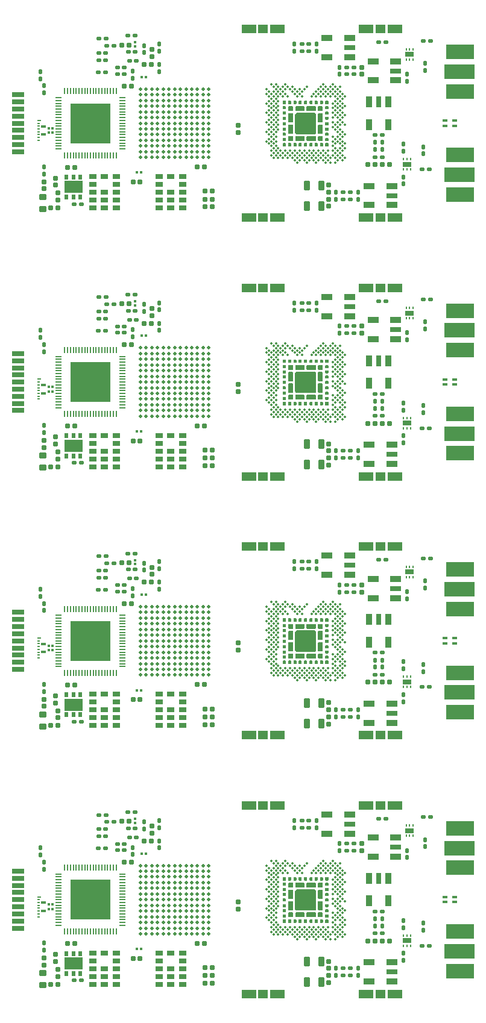
<source format=gtp>
G04 Layer_Color=8421504*
%FSLAX44Y44*%
%MOMM*%
G71*
G01*
G75*
%ADD14R,1.6500X0.9000*%
%ADD15R,1.6500X0.7600*%
%ADD16R,0.9000X1.6500*%
%ADD17R,0.7600X1.6500*%
G04:AMPARAMS|DCode=19|XSize=0.6mm|YSize=0.6mm|CornerRadius=0.06mm|HoleSize=0mm|Usage=FLASHONLY|Rotation=180.000|XOffset=0mm|YOffset=0mm|HoleType=Round|Shape=RoundedRectangle|*
%AMROUNDEDRECTD19*
21,1,0.6000,0.4800,0,0,180.0*
21,1,0.4800,0.6000,0,0,180.0*
1,1,0.1200,-0.2400,0.2400*
1,1,0.1200,0.2400,0.2400*
1,1,0.1200,0.2400,-0.2400*
1,1,0.1200,-0.2400,-0.2400*
%
%ADD19ROUNDEDRECTD19*%
%ADD20R,4.0000X2.0000*%
%ADD21R,4.2500X2.0000*%
G04:AMPARAMS|DCode=22|XSize=0.5mm|YSize=0.6mm|CornerRadius=0.05mm|HoleSize=0mm|Usage=FLASHONLY|Rotation=0.000|XOffset=0mm|YOffset=0mm|HoleType=Round|Shape=RoundedRectangle|*
%AMROUNDEDRECTD22*
21,1,0.5000,0.5000,0,0,0.0*
21,1,0.4000,0.6000,0,0,0.0*
1,1,0.1000,0.2000,-0.2500*
1,1,0.1000,-0.2000,-0.2500*
1,1,0.1000,-0.2000,0.2500*
1,1,0.1000,0.2000,0.2500*
%
%ADD22ROUNDEDRECTD22*%
G04:AMPARAMS|DCode=23|XSize=0.6mm|YSize=0.6mm|CornerRadius=0.06mm|HoleSize=0mm|Usage=FLASHONLY|Rotation=270.000|XOffset=0mm|YOffset=0mm|HoleType=Round|Shape=RoundedRectangle|*
%AMROUNDEDRECTD23*
21,1,0.6000,0.4800,0,0,270.0*
21,1,0.4800,0.6000,0,0,270.0*
1,1,0.1200,-0.2400,-0.2400*
1,1,0.1200,-0.2400,0.2400*
1,1,0.1200,0.2400,0.2400*
1,1,0.1200,0.2400,-0.2400*
%
%ADD23ROUNDEDRECTD23*%
G04:AMPARAMS|DCode=24|XSize=1mm|YSize=0.9mm|CornerRadius=0.1125mm|HoleSize=0mm|Usage=FLASHONLY|Rotation=180.000|XOffset=0mm|YOffset=0mm|HoleType=Round|Shape=RoundedRectangle|*
%AMROUNDEDRECTD24*
21,1,1.0000,0.6750,0,0,180.0*
21,1,0.7750,0.9000,0,0,180.0*
1,1,0.2250,-0.3875,0.3375*
1,1,0.2250,0.3875,0.3375*
1,1,0.2250,0.3875,-0.3375*
1,1,0.2250,-0.3875,-0.3375*
%
%ADD24ROUNDEDRECTD24*%
G04:AMPARAMS|DCode=25|XSize=0.5mm|YSize=0.6mm|CornerRadius=0.05mm|HoleSize=0mm|Usage=FLASHONLY|Rotation=90.000|XOffset=0mm|YOffset=0mm|HoleType=Round|Shape=RoundedRectangle|*
%AMROUNDEDRECTD25*
21,1,0.5000,0.5000,0,0,90.0*
21,1,0.4000,0.6000,0,0,90.0*
1,1,0.1000,0.2500,0.2000*
1,1,0.1000,0.2500,-0.2000*
1,1,0.1000,-0.2500,-0.2000*
1,1,0.1000,-0.2500,0.2000*
%
%ADD25ROUNDEDRECTD25*%
%ADD27C,0.5000*%
%ADD28O,0.4700X0.5000*%
%ADD29O,0.5000X0.4500*%
%ADD30C,0.4700*%
%ADD31R,1.8000X0.7000*%
%ADD32R,0.3500X0.3000*%
%ADD33R,1.1000X0.7000*%
%ADD34R,0.6500X0.4500*%
%ADD35R,0.4000X0.2500*%
%ADD36R,0.5000X0.2500*%
%ADD37R,0.3000X0.3500*%
%ADD38R,1.4000X1.3000*%
%ADD39R,2.0000X1.3000*%
G04:AMPARAMS|DCode=40|XSize=1.3mm|YSize=0.8mm|CornerRadius=0.1mm|HoleSize=0mm|Usage=FLASHONLY|Rotation=270.000|XOffset=0mm|YOffset=0mm|HoleType=Round|Shape=RoundedRectangle|*
%AMROUNDEDRECTD40*
21,1,1.3000,0.6000,0,0,270.0*
21,1,1.1000,0.8000,0,0,270.0*
1,1,0.2000,-0.3000,-0.5500*
1,1,0.2000,-0.3000,0.5500*
1,1,0.2000,0.3000,0.5500*
1,1,0.2000,0.3000,-0.5500*
%
%ADD40ROUNDEDRECTD40*%
G04:AMPARAMS|DCode=41|XSize=0.7mm|YSize=0.4mm|CornerRadius=0.05mm|HoleSize=0mm|Usage=FLASHONLY|Rotation=180.000|XOffset=0mm|YOffset=0mm|HoleType=Round|Shape=RoundedRectangle|*
%AMROUNDEDRECTD41*
21,1,0.7000,0.3000,0,0,180.0*
21,1,0.6000,0.4000,0,0,180.0*
1,1,0.1000,-0.3000,0.1500*
1,1,0.1000,0.3000,0.1500*
1,1,0.1000,0.3000,-0.1500*
1,1,0.1000,-0.3000,-0.1500*
%
%ADD41ROUNDEDRECTD41*%
%ADD42R,1.2000X0.7000*%
%ADD43R,0.2500X0.3500*%
%ADD44R,2.5000X1.7000*%
%ADD45R,0.5000X0.7000*%
%ADD47R,0.2000X0.2000*%
%ADD48C,0.3500*%
%ADD49R,0.2000X0.9000*%
%ADD50R,0.9000X0.2000*%
%ADD51R,5.5500X5.5500*%
G36*
X475659Y1279762D02*
X475859Y1279762D01*
X476227Y1279609D01*
X476509Y1279327D01*
X476662Y1278959D01*
Y1278759D01*
X476662Y1275762D01*
X476662Y1275762D01*
X476662Y1275563D01*
X476510Y1275196D01*
X476228Y1274914D01*
X475860Y1274762D01*
X475662Y1274762D01*
X473410Y1274762D01*
X473410Y1274762D01*
X473211Y1274762D01*
X472844Y1274914D01*
X472564Y1275195D01*
X472412Y1275561D01*
X472411Y1275760D01*
X472410Y1278760D01*
X472410D01*
X472410Y1278959D01*
X472562Y1279327D01*
X472844Y1279609D01*
X473212Y1279762D01*
X473411Y1279761D01*
X475659Y1279762D01*
X475659Y1279762D01*
D02*
G37*
G36*
X431163Y1279759D02*
X431362Y1279759D01*
X431730Y1279607D01*
X432012Y1279325D01*
X432164Y1278957D01*
X432164Y1278757D01*
X432164D01*
X432163Y1275758D01*
X432163Y1275559D01*
X432010Y1275192D01*
X431730Y1274912D01*
X431363Y1274760D01*
X431164Y1274760D01*
X431165Y1274760D01*
X428913Y1274759D01*
X428713Y1274760D01*
X428346Y1274912D01*
X428065Y1275194D01*
X427912Y1275561D01*
X427912Y1275760D01*
X427912Y1275760D01*
X427912Y1278757D01*
Y1278956D01*
X428065Y1279325D01*
X428347Y1279607D01*
X428715Y1279759D01*
X428915Y1279759D01*
X428915Y1279759D01*
X431163Y1279759D01*
D02*
G37*
G36*
X468412Y1279758D02*
X468412Y1279757D01*
X468610Y1279757D01*
X468977Y1279605D01*
X469258Y1279325D01*
X469410Y1278958D01*
X469410Y1278760D01*
X469411Y1275760D01*
X469411D01*
X469412Y1275561D01*
X469259Y1275192D01*
X468978Y1274910D01*
X468610Y1274758D01*
X468410Y1274758D01*
X466162Y1274758D01*
X466162Y1274758D01*
X465963Y1274758D01*
X465594Y1274911D01*
X465312Y1275192D01*
X465159Y1275561D01*
Y1275760D01*
X465159Y1278757D01*
X465159Y1278757D01*
X465159Y1278956D01*
X465312Y1279324D01*
X465593Y1279605D01*
X465961Y1279758D01*
X466160Y1279758D01*
X468412Y1279758D01*
D02*
G37*
G36*
X461161Y1279757D02*
X461160Y1279756D01*
X461359Y1279756D01*
X461726Y1279604D01*
X462006Y1279324D01*
X462158Y1278957D01*
X462159Y1278759D01*
X462160Y1275759D01*
X462160D01*
X462160Y1275560D01*
X462008Y1275191D01*
X461726Y1274909D01*
X461358Y1274757D01*
X461159Y1274757D01*
X458911Y1274757D01*
X458911Y1274757D01*
X458711Y1274757D01*
X458343Y1274910D01*
X458061Y1275192D01*
X457908Y1275560D01*
Y1275759D01*
X457908Y1278756D01*
X457908Y1278756D01*
X457908Y1278955D01*
X458060Y1279323D01*
X458342Y1279604D01*
X458709Y1279757D01*
X458909Y1279757D01*
X461161Y1279757D01*
D02*
G37*
G36*
X453409Y1279756D02*
X453409Y1279755D01*
X453607Y1279755D01*
X453974Y1279604D01*
X454255Y1279323D01*
X454407Y1278956D01*
X454407Y1278758D01*
X454409Y1275758D01*
X454409D01*
X454409Y1275559D01*
X454257Y1275190D01*
X453975Y1274909D01*
X453607Y1274756D01*
X453408Y1274756D01*
X451159Y1274756D01*
X451159Y1274756D01*
X450960Y1274756D01*
X450592Y1274909D01*
X450309Y1275191D01*
X450157Y1275559D01*
Y1275759D01*
X450157Y1278755D01*
X450157Y1278755D01*
X450157Y1278954D01*
X450309Y1279322D01*
X450591Y1279603D01*
X450958Y1279756D01*
X451157Y1279756D01*
X453409Y1279756D01*
D02*
G37*
G36*
X483408Y1279762D02*
X483408Y1279762D01*
X483658Y1279762D01*
X484118Y1279572D01*
X484471Y1279219D01*
X484662Y1278758D01*
X484662Y1278509D01*
X484662Y1276012D01*
X484662Y1276012D01*
X484662Y1275764D01*
X484472Y1275304D01*
X484121Y1274953D01*
X483661Y1274763D01*
X483413Y1274763D01*
X480909Y1274762D01*
X480909Y1274762D01*
X480661Y1274762D01*
X480203Y1274952D01*
X479852Y1275303D01*
X479663Y1275761D01*
Y1276009D01*
X479662Y1278512D01*
X479662D01*
X479662Y1278761D01*
X479853Y1279220D01*
X480204Y1279572D01*
X480664Y1279763D01*
X480913Y1279763D01*
X483408Y1279762D01*
D02*
G37*
G36*
X423658Y1279760D02*
X423658Y1279760D01*
X423908Y1279760D01*
X424368Y1279569D01*
X424721Y1279217D01*
X424912Y1278756D01*
X424912Y1278507D01*
X424912Y1276010D01*
X424912Y1276010D01*
X424912Y1275761D01*
X424722Y1275302D01*
X424370Y1274951D01*
X423911Y1274761D01*
X423663Y1274761D01*
X421158Y1274760D01*
X421158Y1274760D01*
X420911Y1274760D01*
X420453Y1274950D01*
X420102Y1275301D01*
X419912Y1275759D01*
Y1276006D01*
X419912Y1278510D01*
X419912D01*
X419912Y1278758D01*
X420102Y1279218D01*
X420454Y1279570D01*
X420914Y1279761D01*
X421163Y1279761D01*
X423658Y1279760D01*
D02*
G37*
G36*
X438613Y1279755D02*
X438981Y1279603D01*
X439262Y1279322D01*
X439415Y1278954D01*
X439415Y1278755D01*
X439415Y1278755D01*
X439415Y1275758D01*
Y1275559D01*
X439262Y1275190D01*
X438980Y1274908D01*
X438611Y1274756D01*
X438412Y1274756D01*
X438412Y1274756D01*
X436164Y1274756D01*
X435965Y1274756D01*
X435596Y1274908D01*
X435315Y1275190D01*
X435162Y1275558D01*
X435163Y1275758D01*
X435163D01*
X435164Y1278757D01*
X435164Y1278956D01*
X435317Y1279323D01*
X435597Y1279603D01*
X435964Y1279755D01*
X436162Y1279755D01*
X436162Y1279755D01*
X438414Y1279756D01*
X438613Y1279755D01*
D02*
G37*
G36*
X445865Y1279754D02*
X446232Y1279602D01*
X446514Y1279321D01*
X446666Y1278953D01*
X446666Y1278754D01*
X446666Y1278754D01*
X446666Y1275757D01*
Y1275558D01*
X446513Y1275189D01*
X446231Y1274907D01*
X445863Y1274755D01*
X445663Y1274755D01*
X445663Y1274755D01*
X443415Y1274755D01*
X443216Y1274755D01*
X442848Y1274907D01*
X442566Y1275189D01*
X442414Y1275557D01*
X442414Y1275757D01*
X442414D01*
X442416Y1278756D01*
X442416Y1278955D01*
X442568Y1279322D01*
X442849Y1279602D01*
X443215Y1279754D01*
X443414Y1279754D01*
X443414Y1279754D01*
X445666Y1279755D01*
X445865Y1279754D01*
D02*
G37*
G36*
X434332Y1271653D02*
X434613Y1271372D01*
X434765Y1271005D01*
X434765Y1270806D01*
X434765Y1270806D01*
X434765Y1266056D01*
X434765Y1265857D01*
X434613Y1265489D01*
X434331Y1265208D01*
X433964Y1265056D01*
X433765Y1265056D01*
X433765Y1265056D01*
X429015Y1265056D01*
X428816Y1265056D01*
X428448Y1265209D01*
X428167Y1265490D01*
X428015Y1265857D01*
X428015Y1266056D01*
Y1266056D01*
X428015Y1270806D01*
X428015Y1271005D01*
X428167Y1271372D01*
X428449Y1271653D01*
X428817Y1271805D01*
X429016Y1271805D01*
X429016Y1271805D01*
X433766Y1271805D01*
X433964Y1271805D01*
X434332Y1271653D01*
D02*
G37*
G36*
X483659Y1271762D02*
X483858Y1271762D01*
X484225Y1271610D01*
X484507Y1271328D01*
X484659Y1270961D01*
X484660Y1270762D01*
X484659Y1268510D01*
X484659Y1268510D01*
X484659Y1268311D01*
X484507Y1267945D01*
X484226Y1267664D01*
X483860Y1267512D01*
X483661Y1267512D01*
X480662Y1267510D01*
X480662Y1267510D01*
X480462Y1267510D01*
X480094Y1267662D01*
X479812Y1267944D01*
X479660Y1268312D01*
X479660Y1268511D01*
X479660Y1270759D01*
X479660Y1270759D01*
X479660Y1270959D01*
X479812Y1271327D01*
X480094Y1271609D01*
X480463Y1271762D01*
X480662D01*
X483659Y1271762D01*
X483659Y1271762D01*
D02*
G37*
G36*
X423909Y1271760D02*
X424108Y1271760D01*
X424475Y1271607D01*
X424757Y1271326D01*
X424909Y1270958D01*
X424909Y1270759D01*
X424909Y1268507D01*
X424909Y1268507D01*
X424909Y1268309D01*
X424757Y1267942D01*
X424476Y1267662D01*
X424110Y1267509D01*
X423911Y1267509D01*
X420911Y1267508D01*
X420911Y1267508D01*
X420712Y1267507D01*
X420344Y1267660D01*
X420062Y1267941D01*
X419910Y1268310D01*
X419910Y1268509D01*
X419909Y1270757D01*
X419909Y1270757D01*
X419909Y1270956D01*
X420062Y1271325D01*
X420344Y1271607D01*
X420713Y1271760D01*
X420912D01*
X423909Y1271760D01*
X423909Y1271760D01*
D02*
G37*
G36*
X454765Y1271805D02*
X465765Y1271805D01*
X465765Y1271805D01*
X465964Y1271805D01*
X466331Y1271653D01*
X466612Y1271371D01*
X466764Y1271004D01*
X466764Y1270805D01*
X466765Y1266055D01*
X466764Y1266055D01*
X466764Y1265856D01*
X466612Y1265488D01*
X466330Y1265207D01*
X465963Y1265055D01*
X465764Y1265055D01*
X454764Y1265055D01*
X454764Y1265055D01*
X454565Y1265055D01*
X454198Y1265207D01*
X453917Y1265489D01*
X453764Y1265856D01*
X453765Y1266055D01*
X453764Y1270805D01*
Y1270805D01*
X453764Y1271004D01*
X453917Y1271372D01*
X454198Y1271653D01*
X454566Y1271805D01*
X454765Y1271805D01*
D02*
G37*
G36*
X475516D02*
X475715Y1271805D01*
X476082Y1271653D01*
X476363Y1271371D01*
X476515Y1271004D01*
X476515Y1270805D01*
X476515Y1270805D01*
X476515Y1266055D01*
X476515Y1265856D01*
X476363Y1265489D01*
X476082Y1265207D01*
X475715Y1265055D01*
X475516Y1265055D01*
X475516Y1265055D01*
X470766Y1265055D01*
X470567Y1265055D01*
X470199Y1265208D01*
X469918Y1265489D01*
X469766Y1265857D01*
X469766Y1266056D01*
X469766Y1266056D01*
X469766Y1270806D01*
X469766Y1271005D01*
X469919Y1271372D01*
X470200Y1271653D01*
X470567Y1271805D01*
X470766Y1271806D01*
X470766Y1271806D01*
X475516Y1271805D01*
D02*
G37*
G36*
X450331Y1271653D02*
X450613Y1271372D01*
X450765Y1271004D01*
X450765Y1270805D01*
X450765Y1270805D01*
X450765Y1266055D01*
X450765Y1265856D01*
X450613Y1265488D01*
X450331Y1265207D01*
X449964Y1265055D01*
X449765Y1265055D01*
X449765Y1265055D01*
X438765Y1265055D01*
X438566Y1265055D01*
X438199Y1265207D01*
X437917Y1265488D01*
X437765Y1265855D01*
X437765Y1266054D01*
X437765Y1266054D01*
X437765Y1270805D01*
X437765Y1271004D01*
X437917Y1271371D01*
X438198Y1271652D01*
X438566Y1271804D01*
X438765Y1271805D01*
X438765Y1271805D01*
X449765Y1271805D01*
X449964Y1271805D01*
X450331Y1271653D01*
D02*
G37*
G36*
X484229Y1264360D02*
X484511Y1264078D01*
X484663Y1263710D01*
X484663Y1263510D01*
X484663Y1261262D01*
X484663Y1261262D01*
X484663Y1261063D01*
X484511Y1260694D01*
X484229Y1260412D01*
X483860Y1260260D01*
X483661D01*
X480664Y1260259D01*
X480664Y1260259D01*
X480465Y1260259D01*
X480098Y1260412D01*
X479816Y1260693D01*
X479664Y1261061D01*
X479663Y1261260D01*
X479664Y1263512D01*
X479664Y1263512D01*
X479664Y1263710D01*
X479816Y1264077D01*
X480096Y1264358D01*
X480463Y1264510D01*
X480662Y1264510D01*
X483661Y1264511D01*
X483661Y1264511D01*
X483861Y1264512D01*
X484229Y1264360D01*
D02*
G37*
G36*
X424479Y1264357D02*
X424761Y1264075D01*
X424913Y1263707D01*
X424913Y1263508D01*
X424913Y1261260D01*
X424913Y1261260D01*
X424913Y1261060D01*
X424761Y1260692D01*
X424478Y1260410D01*
X424110Y1260257D01*
X423911D01*
X420914Y1260257D01*
X420914Y1260257D01*
X420715Y1260257D01*
X420347Y1260410D01*
X420066Y1260691D01*
X419913Y1261059D01*
X419913Y1261258D01*
X419913Y1263510D01*
X419914Y1263510D01*
X419914Y1263708D01*
X420066Y1264075D01*
X420346Y1264355D01*
X420713Y1264508D01*
X420911Y1264508D01*
X423911Y1264509D01*
X423911Y1264509D01*
X424110Y1264510D01*
X424479Y1264357D01*
D02*
G37*
G36*
X464265Y1262555D02*
X464862Y1262555D01*
X465965Y1262098D01*
X466808Y1261254D01*
X467265Y1260152D01*
X467265Y1259555D01*
X467265Y1235555D01*
X467265Y1235555D01*
X467265Y1234959D01*
X466809Y1233856D01*
X465965Y1233012D01*
X464862Y1232555D01*
X464265Y1232555D01*
X440265Y1232555D01*
X440265Y1232555D01*
X439668Y1232555D01*
X438566Y1233012D01*
X437722Y1233856D01*
X437265Y1234959D01*
X437266Y1235555D01*
X437265Y1259555D01*
X437265Y1259555D01*
X437265Y1260152D01*
X437722Y1261254D01*
X438565Y1262098D01*
X439668Y1262555D01*
X440265Y1262555D01*
X464265Y1262555D01*
X464265Y1262555D01*
D02*
G37*
G36*
X484230Y1257108D02*
X484512Y1256826D01*
X484664Y1256458D01*
X484664Y1256259D01*
X484664Y1254011D01*
X484664Y1254011D01*
X484664Y1253811D01*
X484512Y1253443D01*
X484230Y1253161D01*
X483861Y1253008D01*
X483662D01*
X480665Y1253008D01*
X480665Y1253008D01*
X480466Y1253008D01*
X480098Y1253161D01*
X479817Y1253442D01*
X479664Y1253810D01*
X479664Y1254009D01*
X479665Y1256261D01*
X479665Y1256261D01*
X479665Y1256459D01*
X479817Y1256826D01*
X480097Y1257106D01*
X480464Y1257259D01*
X480662Y1257259D01*
X483662Y1257260D01*
X483662Y1257260D01*
X483862Y1257261D01*
X484230Y1257108D01*
D02*
G37*
G36*
X424480Y1257106D02*
X424762Y1256824D01*
X424914Y1256456D01*
X424914Y1256257D01*
X424914Y1254009D01*
X424914Y1254008D01*
X424914Y1253809D01*
X424761Y1253441D01*
X424479Y1253159D01*
X424111Y1253006D01*
X423912D01*
X420915Y1253006D01*
X420915Y1253006D01*
X420716Y1253006D01*
X420348Y1253158D01*
X420067Y1253440D01*
X419914Y1253807D01*
X419914Y1254006D01*
X419914Y1256258D01*
X419915Y1256258D01*
X419915Y1256457D01*
X420066Y1256823D01*
X420347Y1257104D01*
X420714Y1257256D01*
X420912Y1257256D01*
X423912Y1257258D01*
X423912Y1257258D01*
X424111Y1257258D01*
X424480Y1257106D01*
D02*
G37*
G36*
X484231Y1249357D02*
X484513Y1249075D01*
X484665Y1248707D01*
X484665Y1248508D01*
X484665Y1246260D01*
X484665Y1246260D01*
X484665Y1246060D01*
X484512Y1245692D01*
X484230Y1245410D01*
X483862Y1245257D01*
X483663D01*
X480666Y1245257D01*
X480666Y1245257D01*
X480467Y1245257D01*
X480099Y1245409D01*
X479818Y1245691D01*
X479665Y1246058D01*
X479665Y1246257D01*
X479665Y1248509D01*
X479666Y1248509D01*
X479666Y1248708D01*
X479818Y1249074D01*
X480098Y1249355D01*
X480465Y1249507D01*
X480663Y1249507D01*
X483663Y1249509D01*
X483663Y1249509D01*
X483862Y1249509D01*
X484231Y1249357D01*
D02*
G37*
G36*
X424481Y1249355D02*
X424762Y1249073D01*
X424915Y1248705D01*
X424915Y1248505D01*
X424915Y1246257D01*
X424915Y1246257D01*
X424915Y1246058D01*
X424762Y1245689D01*
X424480Y1245407D01*
X424112Y1245255D01*
X423912D01*
X420916Y1245254D01*
X420916Y1245254D01*
X420717Y1245255D01*
X420349Y1245407D01*
X420068Y1245688D01*
X419915Y1246056D01*
X419915Y1246255D01*
X419915Y1248507D01*
X419915Y1248507D01*
X419916Y1248705D01*
X420067Y1249072D01*
X420348Y1249353D01*
X420715Y1249505D01*
X420913Y1249505D01*
X423913Y1249507D01*
X423913Y1249507D01*
X424112Y1249507D01*
X424481Y1249355D01*
D02*
G37*
G36*
X475515Y1262055D02*
X475714Y1262055D01*
X476081Y1261903D01*
X476362Y1261622D01*
X476515Y1261254D01*
X476515Y1261056D01*
X476515Y1261056D01*
X476515Y1250055D01*
X476515Y1249856D01*
X476363Y1249489D01*
X476082Y1249207D01*
X475714Y1249055D01*
X475515Y1249055D01*
X475515D01*
X470765Y1249056D01*
X470566Y1249055D01*
X470198Y1249208D01*
X469917Y1249489D01*
X469765Y1249856D01*
X469765Y1250055D01*
X469765Y1250055D01*
X469765Y1261055D01*
X469765Y1261254D01*
X469917Y1261621D01*
X470198Y1261903D01*
X470565Y1262055D01*
X470764Y1262055D01*
X470764Y1262056D01*
X475515Y1262055D01*
D02*
G37*
G36*
X429015Y1262055D02*
X429015Y1262055D01*
X433766Y1262054D01*
X433965Y1262054D01*
X434332Y1261902D01*
X434613Y1261621D01*
X434765Y1261254D01*
X434765Y1261055D01*
X434765Y1261055D01*
X434765Y1250055D01*
X434765Y1249856D01*
X434613Y1249489D01*
X434332Y1249207D01*
X433965Y1249055D01*
X433766Y1249054D01*
X433766Y1249054D01*
X429016Y1249055D01*
X428817Y1249055D01*
X428449Y1249207D01*
X428168Y1249488D01*
X428016Y1249855D01*
X428016Y1250054D01*
Y1250054D01*
X428015Y1261055D01*
X428015Y1261253D01*
X428167Y1261621D01*
X428449Y1261902D01*
X428816Y1262055D01*
X429015Y1262055D01*
D02*
G37*
G36*
X483664Y1241766D02*
X483863D01*
X484232Y1241613D01*
X484514Y1241331D01*
X484666Y1240963D01*
X484666Y1240763D01*
X484666Y1240763D01*
X484666Y1238515D01*
X484666Y1238316D01*
X484514Y1237948D01*
X484232Y1237666D01*
X483864Y1237514D01*
X483664Y1237514D01*
X483665Y1237514D01*
X480665Y1237516D01*
X480466Y1237516D01*
X480099Y1237668D01*
X479819Y1237949D01*
X479667Y1238315D01*
X479667Y1238514D01*
X479667Y1238514D01*
X479666Y1240766D01*
X479667Y1240965D01*
X479819Y1241332D01*
X480101Y1241614D01*
X480468Y1241766D01*
X480667Y1241766D01*
X480667Y1241766D01*
X483664Y1241766D01*
D02*
G37*
G36*
X423914Y1241764D02*
X424113D01*
X424482Y1241611D01*
X424764Y1241329D01*
X424916Y1240961D01*
X424916Y1240761D01*
X424916Y1240761D01*
X424916Y1238513D01*
X424916Y1238314D01*
X424764Y1237945D01*
X424482Y1237664D01*
X424114Y1237512D01*
X423914Y1237512D01*
X423914Y1237512D01*
X420914Y1237513D01*
X420716Y1237514D01*
X420349Y1237666D01*
X420069Y1237946D01*
X419917Y1238313D01*
X419917Y1238512D01*
X419917Y1238511D01*
X419916Y1240763D01*
X419916Y1240962D01*
X420069Y1241330D01*
X420350Y1241611D01*
X420718Y1241764D01*
X420917Y1241764D01*
X420917Y1241764D01*
X423914Y1241764D01*
D02*
G37*
G36*
X475515Y1246056D02*
X475714Y1246056D01*
X476081Y1245903D01*
X476362Y1245622D01*
X476514Y1245255D01*
X476514Y1245056D01*
X476514Y1245056D01*
X476515Y1234056D01*
X476515Y1233857D01*
X476363Y1233489D01*
X476082Y1233208D01*
X475714Y1233055D01*
X475515Y1233055D01*
X475515D01*
X470764Y1233056D01*
X470566Y1233056D01*
X470198Y1233208D01*
X469917Y1233489D01*
X469765Y1233856D01*
X469765Y1234055D01*
X469765Y1234055D01*
X469765Y1245055D01*
X469765Y1245254D01*
X469917Y1245622D01*
X470198Y1245903D01*
X470565Y1246056D01*
X470764Y1246056D01*
X470764Y1246056D01*
X475515Y1246056D01*
D02*
G37*
G36*
X429015Y1246055D02*
X429015Y1246055D01*
X433766Y1246055D01*
X433965Y1246055D01*
X434332Y1245903D01*
X434613Y1245621D01*
X434765Y1245254D01*
X434765Y1245055D01*
X434765Y1245055D01*
X434765Y1234055D01*
X434765Y1233856D01*
X434613Y1233489D01*
X434332Y1233207D01*
X433965Y1233055D01*
X433766Y1233055D01*
X433766Y1233055D01*
X429015Y1233055D01*
X428817Y1233055D01*
X428449Y1233207D01*
X428168Y1233488D01*
X428016Y1233856D01*
X428016Y1234055D01*
Y1234055D01*
X428015Y1245055D01*
X428015Y1245254D01*
X428167Y1245621D01*
X428448Y1245903D01*
X428816Y1246055D01*
X429015Y1246055D01*
D02*
G37*
G36*
X483663Y1234515D02*
X483862D01*
X484231Y1234362D01*
X484513Y1234080D01*
X484665Y1233712D01*
X484665Y1233512D01*
X484665Y1233512D01*
X484665Y1231264D01*
X484665Y1231065D01*
X484513Y1230696D01*
X484231Y1230415D01*
X483863Y1230263D01*
X483663Y1230263D01*
X483663Y1230263D01*
X480664Y1230264D01*
X480465Y1230265D01*
X480099Y1230417D01*
X479818Y1230697D01*
X479666Y1231064D01*
X479666Y1231263D01*
X479666Y1231262D01*
X479665Y1233514D01*
X479666Y1233713D01*
X479818Y1234081D01*
X480100Y1234362D01*
X480467Y1234515D01*
X480666Y1234515D01*
X480666Y1234515D01*
X483663Y1234515D01*
D02*
G37*
G36*
X423913Y1234512D02*
X424112D01*
X424481Y1234360D01*
X424763Y1234078D01*
X424915Y1233709D01*
X424915Y1233510D01*
X424915Y1233510D01*
X424915Y1231262D01*
X424915Y1231062D01*
X424763Y1230694D01*
X424481Y1230412D01*
X424113Y1230260D01*
X423913Y1230260D01*
X423913Y1230260D01*
X420914Y1230262D01*
X420715Y1230262D01*
X420348Y1230414D01*
X420068Y1230695D01*
X419916Y1231062D01*
X419916Y1231260D01*
X419916Y1231260D01*
X419915Y1233512D01*
X419916Y1233711D01*
X420068Y1234079D01*
X420350Y1234360D01*
X420717Y1234512D01*
X420916Y1234513D01*
X420916Y1234513D01*
X423913Y1234512D01*
D02*
G37*
G36*
X465765Y1230055D02*
X465964Y1230055D01*
X466331Y1229903D01*
X466613Y1229622D01*
X466765Y1229255D01*
X466766Y1229056D01*
X466766Y1229056D01*
X466765Y1224305D01*
X466765Y1224107D01*
X466613Y1223739D01*
X466332Y1223458D01*
X465964Y1223306D01*
X465766Y1223306D01*
X465766D01*
X454766Y1223305D01*
X454566Y1223305D01*
X454199Y1223457D01*
X453918Y1223738D01*
X453765Y1224106D01*
X453765Y1224305D01*
Y1224305D01*
X453766Y1229056D01*
X453765Y1229255D01*
X453918Y1229622D01*
X454199Y1229903D01*
X454566Y1230055D01*
X454765Y1230055D01*
X454765Y1230055D01*
X465765Y1230055D01*
D02*
G37*
G36*
X449766Y1230055D02*
X449965Y1230055D01*
X450332Y1229903D01*
X450614Y1229622D01*
X450766Y1229254D01*
X450765Y1229055D01*
X450766Y1224305D01*
X450766Y1224305D01*
X450766Y1224106D01*
X450614Y1223738D01*
X450332Y1223457D01*
X449965Y1223305D01*
X449766Y1223305D01*
X438765Y1223305D01*
X438766D01*
X438567Y1223305D01*
X438199Y1223458D01*
X437918Y1223739D01*
X437766Y1224106D01*
X437766Y1224305D01*
X437766Y1229056D01*
X437766Y1229055D01*
X437766Y1229254D01*
X437918Y1229622D01*
X438200Y1229903D01*
X438567Y1230055D01*
X438766Y1230055D01*
X449766Y1230055D01*
X449766Y1230055D01*
D02*
G37*
G36*
X475516Y1230054D02*
X475714Y1230054D01*
X476082Y1229901D01*
X476363Y1229620D01*
X476515Y1229253D01*
X476516Y1229054D01*
X476516D01*
X476515Y1224305D01*
X476515Y1224106D01*
X476363Y1223738D01*
X476081Y1223457D01*
X475714Y1223305D01*
X475514Y1223305D01*
X475514Y1223305D01*
X470765Y1223305D01*
X470566Y1223305D01*
X470198Y1223457D01*
X469917Y1223738D01*
X469765Y1224106D01*
X469765Y1224304D01*
X469765Y1224305D01*
X469765Y1229054D01*
X469765Y1229253D01*
X469918Y1229621D01*
X470199Y1229902D01*
X470567Y1230054D01*
X470766Y1230054D01*
X470765Y1230054D01*
X475516Y1230054D01*
D02*
G37*
G36*
X433767Y1230053D02*
X433965Y1230053D01*
X434333Y1229900D01*
X434614Y1229619D01*
X434766Y1229252D01*
X434767Y1229053D01*
X434767D01*
X434766Y1224304D01*
X434766Y1224105D01*
X434614Y1223737D01*
X434332Y1223456D01*
X433965Y1223304D01*
X433766Y1223304D01*
X433765Y1223304D01*
X429016Y1223304D01*
X428817Y1223304D01*
X428449Y1223456D01*
X428168Y1223737D01*
X428016Y1224105D01*
X428016Y1224303D01*
X428016Y1224304D01*
X428016Y1229053D01*
X428016Y1229252D01*
X428169Y1229620D01*
X428450Y1229901D01*
X428818Y1230053D01*
X429017Y1230053D01*
X429016Y1230053D01*
X433767Y1230053D01*
D02*
G37*
G36*
X480664Y1227264D02*
X480664Y1227264D01*
X483663Y1227263D01*
X483862Y1227263D01*
X484229Y1227111D01*
X484509Y1226830D01*
X484661Y1226463D01*
X484661Y1226265D01*
X484661Y1226265D01*
X484662Y1224013D01*
X484661Y1223814D01*
X484509Y1223446D01*
X484228Y1223165D01*
X483860Y1223012D01*
X483661Y1223012D01*
X483661Y1223012D01*
X480664Y1223012D01*
X480465D01*
X480096Y1223165D01*
X479814Y1223447D01*
X479662Y1223816D01*
X479662Y1224015D01*
X479662Y1224015D01*
X479662Y1226263D01*
X479662Y1226462D01*
X479814Y1226831D01*
X480096Y1227112D01*
X480464Y1227265D01*
X480664Y1227264D01*
D02*
G37*
G36*
X420914Y1227262D02*
X420914Y1227262D01*
X423913Y1227261D01*
X424112Y1227260D01*
X424478Y1227108D01*
X424759Y1226827D01*
X424911Y1226461D01*
X424911Y1226262D01*
X424911Y1226262D01*
X424911Y1224010D01*
X424911Y1223811D01*
X424759Y1223444D01*
X424477Y1223162D01*
X424110Y1223010D01*
X423911Y1223010D01*
X423911Y1223010D01*
X420914Y1223010D01*
X420715D01*
X420346Y1223163D01*
X420064Y1223445D01*
X419912Y1223813D01*
X419912Y1224013D01*
X419912Y1224013D01*
X419912Y1226261D01*
X419912Y1226460D01*
X420064Y1226828D01*
X420346Y1227110D01*
X420714Y1227262D01*
X420914Y1227262D01*
D02*
G37*
G36*
X461159Y1220263D02*
X461358Y1220264D01*
X461727Y1220111D01*
X462008Y1219829D01*
X462161Y1219461D01*
X462160Y1219262D01*
X462160Y1219262D01*
X462159Y1216262D01*
X462159Y1216063D01*
X462006Y1215697D01*
X461726Y1215416D01*
X461359Y1215264D01*
X461161Y1215264D01*
X461161Y1215264D01*
X458909Y1215264D01*
X458710Y1215264D01*
X458342Y1215416D01*
X458061Y1215698D01*
X457908Y1216066D01*
X457908Y1216264D01*
X457908Y1216264D01*
X457908Y1219261D01*
Y1219461D01*
X458061Y1219829D01*
X458343Y1220111D01*
X458712Y1220264D01*
X458911Y1220264D01*
X458911Y1220264D01*
X461159Y1220263D01*
D02*
G37*
G36*
X468410Y1220262D02*
X468610Y1220263D01*
X468978Y1220110D01*
X469260Y1219828D01*
X469412Y1219460D01*
X469412Y1219261D01*
X469412Y1219261D01*
X469410Y1216261D01*
X469410Y1216062D01*
X469258Y1215696D01*
X468977Y1215415D01*
X468610Y1215263D01*
X468412Y1215263D01*
X468412Y1215263D01*
X466160Y1215263D01*
X465961Y1215263D01*
X465593Y1215415D01*
X465312Y1215697D01*
X465160Y1216065D01*
X465159Y1216264D01*
X465159Y1216263D01*
X465160Y1219260D01*
Y1219460D01*
X465312Y1219828D01*
X465594Y1220110D01*
X465963Y1220263D01*
X466162Y1220263D01*
X466162Y1220263D01*
X468410Y1220262D01*
D02*
G37*
G36*
X453415Y1220262D02*
X453614Y1220262D01*
X453983Y1220110D01*
X454265Y1219828D01*
X454417Y1219459D01*
Y1219260D01*
X454418Y1216263D01*
X454418Y1216263D01*
X454417Y1216064D01*
X454265Y1215697D01*
X453984Y1215415D01*
X453616Y1215263D01*
X453417Y1215262D01*
X451165Y1215263D01*
X451165Y1215263D01*
X450967Y1215263D01*
X450600Y1215415D01*
X450319Y1215695D01*
X450167Y1216062D01*
X450167Y1216261D01*
X450165Y1219260D01*
X450165Y1219260D01*
X450165Y1219460D01*
X450317Y1219828D01*
X450599Y1220110D01*
X450967Y1220262D01*
X451167Y1220262D01*
X453415Y1220262D01*
X453415Y1220262D01*
D02*
G37*
G36*
X445664Y1220261D02*
X445863Y1220261D01*
X446231Y1220109D01*
X446513Y1219827D01*
X446666Y1219458D01*
Y1219259D01*
X446666Y1216262D01*
X446666Y1216262D01*
X446666Y1216063D01*
X446514Y1215696D01*
X446232Y1215414D01*
X445865Y1215262D01*
X445666Y1215262D01*
X443414Y1215262D01*
X443414Y1215262D01*
X443215Y1215262D01*
X442849Y1215414D01*
X442568Y1215695D01*
X442416Y1216061D01*
X442416Y1216260D01*
X442414Y1219259D01*
Y1219259D01*
X442414Y1219459D01*
X442566Y1219827D01*
X442848Y1220109D01*
X443216Y1220261D01*
X443415Y1220261D01*
X445663Y1220262D01*
X445664Y1220261D01*
D02*
G37*
G36*
X438980Y1220108D02*
X439262Y1219826D01*
X439415Y1219457D01*
Y1219258D01*
X439415Y1216261D01*
X439415Y1216261D01*
X439415Y1216062D01*
X439263Y1215695D01*
X438981Y1215413D01*
X438614Y1215261D01*
X438414Y1215261D01*
X436162Y1215261D01*
X436163Y1215261D01*
X435964Y1215261D01*
X435597Y1215413D01*
X435317Y1215694D01*
X435165Y1216060D01*
X435164Y1216259D01*
X435163Y1219259D01*
X435163Y1219259D01*
X435163Y1219458D01*
X435315Y1219826D01*
X435597Y1220108D01*
X435965Y1220260D01*
X436164Y1220260D01*
X438412Y1220260D01*
X438412Y1220260D01*
X438612Y1220260D01*
X438980Y1220108D01*
D02*
G37*
G36*
X431165Y1220257D02*
X431165Y1220256D01*
X431363Y1220256D01*
X431730Y1220104D01*
X432011Y1219824D01*
X432163Y1219457D01*
X432163Y1219259D01*
X432164Y1216259D01*
X432164Y1216259D01*
X432165Y1216059D01*
X432012Y1215691D01*
X431731Y1215409D01*
X431362Y1215257D01*
X431163Y1215257D01*
X428915Y1215257D01*
X428915Y1215257D01*
X428716Y1215257D01*
X428347Y1215409D01*
X428065Y1215691D01*
X427912Y1216060D01*
Y1216259D01*
X427912Y1219256D01*
X427912Y1219256D01*
X427912Y1219455D01*
X428065Y1219823D01*
X428346Y1220104D01*
X428714Y1220257D01*
X428913Y1220257D01*
X431165Y1220257D01*
D02*
G37*
G36*
X483409Y1220262D02*
X483409Y1220262D01*
X483658Y1220262D01*
X484119Y1220071D01*
X484471Y1219719D01*
X484662Y1219258D01*
X484662Y1219009D01*
X484662Y1216512D01*
X484662Y1216512D01*
X484662Y1216264D01*
X484472Y1215804D01*
X484121Y1215453D01*
X483662Y1215263D01*
X483413Y1215263D01*
X480909Y1215262D01*
X480909Y1215262D01*
X480661Y1215262D01*
X480203Y1215452D01*
X479852Y1215803D01*
X479663Y1216261D01*
Y1216509D01*
X479662Y1219012D01*
X479662D01*
X479662Y1219260D01*
X479853Y1219720D01*
X480205Y1220072D01*
X480664Y1220263D01*
X480913Y1220263D01*
X483409Y1220262D01*
D02*
G37*
G36*
X423658Y1220260D02*
X423658Y1220260D01*
X423908Y1220260D01*
X424369Y1220069D01*
X424721Y1219717D01*
X424912Y1219256D01*
X424912Y1219006D01*
X424912Y1216510D01*
X424912Y1216510D01*
X424912Y1216261D01*
X424722Y1215802D01*
X424371Y1215451D01*
X423911Y1215260D01*
X423663Y1215260D01*
X421159Y1215260D01*
X421159Y1215260D01*
X420911Y1215260D01*
X420453Y1215450D01*
X420102Y1215800D01*
X419913Y1216258D01*
Y1216506D01*
X419912Y1219009D01*
X419912D01*
X419912Y1219258D01*
X420103Y1219718D01*
X420454Y1220070D01*
X420914Y1220260D01*
X421163Y1220261D01*
X423658Y1220260D01*
D02*
G37*
G36*
X475861Y1220259D02*
X476228Y1220106D01*
X476510Y1219825D01*
X476662Y1219457D01*
X476662Y1219258D01*
X476662Y1219258D01*
X476662Y1216262D01*
Y1216062D01*
X476509Y1215694D01*
X476227Y1215412D01*
X475859Y1215259D01*
X475659Y1215259D01*
X475659Y1215259D01*
X473411Y1215259D01*
X473212Y1215259D01*
X472844Y1215412D01*
X472562Y1215693D01*
X472410Y1216062D01*
X472410Y1216261D01*
X472410Y1216261D01*
X472412Y1219261D01*
X472412Y1219459D01*
X472564Y1219826D01*
X472845Y1220107D01*
X473211Y1220258D01*
X473410Y1220258D01*
X473410Y1220259D01*
X475662Y1220259D01*
X475861Y1220259D01*
D02*
G37*
G36*
X475659Y916061D02*
X475859Y916061D01*
X476227Y915909D01*
X476509Y915627D01*
X476662Y915258D01*
Y915059D01*
X476662Y912062D01*
X476662Y912062D01*
X476662Y911863D01*
X476510Y911496D01*
X476228Y911214D01*
X475860Y911062D01*
X475662Y911062D01*
X473410Y911062D01*
X473410Y911062D01*
X473211Y911062D01*
X472844Y911214D01*
X472564Y911495D01*
X472412Y911861D01*
X472411Y912060D01*
X472410Y915060D01*
X472410D01*
X472410Y915259D01*
X472562Y915627D01*
X472844Y915909D01*
X473212Y916061D01*
X473411Y916061D01*
X475659Y916061D01*
X475659Y916061D01*
D02*
G37*
G36*
X431163Y916059D02*
X431362Y916059D01*
X431730Y915907D01*
X432012Y915625D01*
X432164Y915257D01*
X432164Y915057D01*
X432164D01*
X432163Y912057D01*
X432163Y911859D01*
X432010Y911492D01*
X431730Y911212D01*
X431363Y911060D01*
X431164Y911060D01*
X431165Y911060D01*
X428913Y911059D01*
X428713Y911060D01*
X428346Y911212D01*
X428065Y911494D01*
X427912Y911861D01*
X427912Y912060D01*
X427912Y912060D01*
X427912Y915057D01*
Y915256D01*
X428065Y915625D01*
X428347Y915907D01*
X428715Y916059D01*
X428915Y916059D01*
X428915Y916059D01*
X431163Y916059D01*
D02*
G37*
G36*
X468412Y916057D02*
X468412Y916057D01*
X468610Y916057D01*
X468977Y915905D01*
X469258Y915625D01*
X469410Y915258D01*
X469410Y915060D01*
X469411Y912060D01*
X469411D01*
X469412Y911861D01*
X469259Y911492D01*
X468978Y911210D01*
X468610Y911058D01*
X468410Y911058D01*
X466162Y911058D01*
X466162Y911058D01*
X465963Y911058D01*
X465594Y911210D01*
X465312Y911492D01*
X465159Y911861D01*
Y912060D01*
X465159Y915057D01*
X465159Y915057D01*
X465159Y915256D01*
X465312Y915624D01*
X465593Y915905D01*
X465961Y916058D01*
X466160Y916058D01*
X468412Y916057D01*
D02*
G37*
G36*
X461161Y916057D02*
X461160Y916056D01*
X461359Y916056D01*
X461726Y915904D01*
X462006Y915624D01*
X462158Y915257D01*
X462159Y915059D01*
X462160Y912059D01*
X462160D01*
X462160Y911860D01*
X462008Y911491D01*
X461726Y911209D01*
X461358Y911057D01*
X461159Y911057D01*
X458911Y911057D01*
X458911Y911057D01*
X458711Y911057D01*
X458343Y911209D01*
X458061Y911491D01*
X457908Y911860D01*
Y912059D01*
X457908Y915056D01*
X457908Y915056D01*
X457908Y915255D01*
X458060Y915623D01*
X458342Y915904D01*
X458709Y916057D01*
X458909Y916057D01*
X461161Y916057D01*
D02*
G37*
G36*
X453409Y916056D02*
X453409Y916055D01*
X453607Y916055D01*
X453974Y915903D01*
X454255Y915623D01*
X454407Y915256D01*
X454407Y915058D01*
X454409Y912058D01*
X454409D01*
X454409Y911859D01*
X454257Y911490D01*
X453975Y911208D01*
X453607Y911056D01*
X453408Y911056D01*
X451159Y911056D01*
X451159Y911056D01*
X450960Y911056D01*
X450592Y911209D01*
X450309Y911491D01*
X450157Y911859D01*
Y912058D01*
X450157Y915055D01*
X450157Y915055D01*
X450157Y915254D01*
X450309Y915622D01*
X450591Y915903D01*
X450958Y916056D01*
X451157Y916056D01*
X453409Y916056D01*
D02*
G37*
G36*
X483408Y916062D02*
X483408Y916062D01*
X483658Y916062D01*
X484118Y915872D01*
X484471Y915519D01*
X484662Y915058D01*
X484662Y914809D01*
X484662Y912312D01*
X484662Y912312D01*
X484662Y912064D01*
X484472Y911604D01*
X484121Y911253D01*
X483661Y911063D01*
X483413Y911063D01*
X480909Y911062D01*
X480909Y911062D01*
X480661Y911062D01*
X480203Y911252D01*
X479852Y911603D01*
X479663Y912061D01*
Y912309D01*
X479662Y914812D01*
X479662D01*
X479662Y915061D01*
X479853Y915520D01*
X480204Y915872D01*
X480664Y916063D01*
X480913Y916063D01*
X483408Y916062D01*
D02*
G37*
G36*
X423658Y916060D02*
X423658Y916060D01*
X423908Y916060D01*
X424368Y915869D01*
X424721Y915517D01*
X424912Y915056D01*
X424912Y914807D01*
X424912Y912310D01*
X424912Y912310D01*
X424912Y912061D01*
X424722Y911602D01*
X424370Y911251D01*
X423911Y911060D01*
X423663Y911060D01*
X421158Y911060D01*
X421158Y911060D01*
X420911Y911060D01*
X420453Y911250D01*
X420102Y911600D01*
X419912Y912059D01*
Y912307D01*
X419912Y914809D01*
X419912D01*
X419912Y915058D01*
X420102Y915518D01*
X420454Y915870D01*
X420914Y916060D01*
X421163Y916061D01*
X423658Y916060D01*
D02*
G37*
G36*
X438613Y916055D02*
X438981Y915903D01*
X439262Y915621D01*
X439415Y915254D01*
X439415Y915055D01*
X439415Y915055D01*
X439415Y912058D01*
Y911859D01*
X439262Y911490D01*
X438980Y911208D01*
X438611Y911056D01*
X438412Y911056D01*
X438412Y911056D01*
X436164Y911056D01*
X435965Y911056D01*
X435596Y911208D01*
X435315Y911490D01*
X435162Y911858D01*
X435163Y912058D01*
X435163D01*
X435164Y915057D01*
X435164Y915256D01*
X435317Y915622D01*
X435597Y915903D01*
X435964Y916055D01*
X436162Y916055D01*
X436162Y916055D01*
X438414Y916056D01*
X438613Y916055D01*
D02*
G37*
G36*
X445865Y916055D02*
X446232Y915902D01*
X446514Y915620D01*
X446666Y915253D01*
X446666Y915054D01*
X446666Y915054D01*
X446666Y912057D01*
Y911858D01*
X446513Y911489D01*
X446231Y911207D01*
X445863Y911055D01*
X445663Y911055D01*
X445663Y911055D01*
X443415Y911055D01*
X443216Y911055D01*
X442848Y911207D01*
X442566Y911489D01*
X442414Y911857D01*
X442414Y912057D01*
X442414D01*
X442416Y915057D01*
X442416Y915255D01*
X442568Y915622D01*
X442849Y915902D01*
X443215Y916054D01*
X443414Y916054D01*
X443414Y916054D01*
X445666Y916055D01*
X445865Y916055D01*
D02*
G37*
G36*
X434332Y907953D02*
X434613Y907672D01*
X434765Y907305D01*
X434765Y907106D01*
X434765Y907106D01*
X434765Y902356D01*
X434765Y902157D01*
X434613Y901789D01*
X434331Y901508D01*
X433964Y901356D01*
X433765Y901356D01*
X433765Y901356D01*
X429015Y901356D01*
X428816Y901356D01*
X428448Y901509D01*
X428167Y901790D01*
X428015Y902157D01*
X428015Y902356D01*
Y902356D01*
X428015Y907106D01*
X428015Y907305D01*
X428167Y907672D01*
X428449Y907953D01*
X428817Y908105D01*
X429016Y908105D01*
X429016Y908105D01*
X433766Y908105D01*
X433964Y908105D01*
X434332Y907953D01*
D02*
G37*
G36*
X483659Y908062D02*
X483858Y908062D01*
X484225Y907909D01*
X484507Y907628D01*
X484659Y907261D01*
X484660Y907062D01*
X484659Y904810D01*
X484659Y904810D01*
X484659Y904611D01*
X484507Y904245D01*
X484226Y903964D01*
X483860Y903812D01*
X483661Y903811D01*
X480662Y903810D01*
X480662Y903810D01*
X480462Y903810D01*
X480094Y903962D01*
X479812Y904244D01*
X479660Y904612D01*
X479660Y904811D01*
X479660Y907059D01*
X479660Y907059D01*
X479660Y907259D01*
X479812Y907627D01*
X480094Y907909D01*
X480463Y908062D01*
X480662D01*
X483659Y908062D01*
X483659Y908062D01*
D02*
G37*
G36*
X423909Y908060D02*
X424108Y908060D01*
X424475Y907907D01*
X424757Y907626D01*
X424909Y907258D01*
X424909Y907059D01*
X424909Y904807D01*
X424909Y904807D01*
X424909Y904609D01*
X424757Y904242D01*
X424476Y903961D01*
X424110Y903809D01*
X423911Y903809D01*
X420911Y903808D01*
X420911Y903808D01*
X420712Y903807D01*
X420344Y903960D01*
X420062Y904241D01*
X419910Y904610D01*
X419910Y904809D01*
X419909Y907057D01*
X419909Y907057D01*
X419909Y907256D01*
X420062Y907625D01*
X420344Y907907D01*
X420713Y908060D01*
X420912D01*
X423909Y908060D01*
X423909Y908060D01*
D02*
G37*
G36*
X454765Y908105D02*
X465765Y908105D01*
X465765Y908105D01*
X465964Y908105D01*
X466331Y907952D01*
X466612Y907671D01*
X466764Y907304D01*
X466764Y907105D01*
X466765Y902355D01*
X466764Y902355D01*
X466764Y902156D01*
X466612Y901788D01*
X466330Y901507D01*
X465963Y901355D01*
X465764Y901355D01*
X454764Y901355D01*
X454764Y901355D01*
X454565Y901355D01*
X454198Y901507D01*
X453917Y901788D01*
X453764Y902156D01*
X453765Y902355D01*
X453764Y907105D01*
Y907105D01*
X453764Y907304D01*
X453917Y907672D01*
X454198Y907953D01*
X454566Y908105D01*
X454765Y908105D01*
D02*
G37*
G36*
X475516D02*
X475715Y908105D01*
X476082Y907953D01*
X476363Y907671D01*
X476515Y907304D01*
X476515Y907105D01*
X476515Y907105D01*
X476515Y902355D01*
X476515Y902156D01*
X476363Y901788D01*
X476082Y901507D01*
X475715Y901355D01*
X475516Y901355D01*
X475516Y901355D01*
X470766Y901355D01*
X470567Y901355D01*
X470199Y901508D01*
X469918Y901789D01*
X469766Y902157D01*
X469766Y902356D01*
X469766Y902356D01*
X469766Y907106D01*
X469766Y907305D01*
X469919Y907672D01*
X470200Y907953D01*
X470567Y908105D01*
X470766Y908106D01*
X470766Y908106D01*
X475516Y908105D01*
D02*
G37*
G36*
X450331Y907953D02*
X450613Y907672D01*
X450765Y907304D01*
X450765Y907105D01*
X450765Y907105D01*
X450765Y902354D01*
X450765Y902156D01*
X450613Y901788D01*
X450331Y901507D01*
X449964Y901355D01*
X449765Y901355D01*
X449765Y901355D01*
X438765Y901355D01*
X438566Y901355D01*
X438199Y901507D01*
X437917Y901788D01*
X437765Y902155D01*
X437765Y902354D01*
X437765Y902354D01*
X437765Y907105D01*
X437765Y907303D01*
X437917Y907671D01*
X438198Y907952D01*
X438566Y908104D01*
X438765Y908104D01*
X438765Y908104D01*
X449765Y908105D01*
X449964Y908105D01*
X450331Y907953D01*
D02*
G37*
G36*
X484229Y900659D02*
X484511Y900378D01*
X484663Y900010D01*
X484663Y899810D01*
X484663Y897562D01*
X484663Y897562D01*
X484663Y897363D01*
X484511Y896994D01*
X484229Y896712D01*
X483860Y896560D01*
X483661D01*
X480664Y896559D01*
X480664Y896559D01*
X480465Y896559D01*
X480098Y896712D01*
X479816Y896993D01*
X479664Y897361D01*
X479663Y897560D01*
X479664Y899812D01*
X479664Y899812D01*
X479664Y900010D01*
X479816Y900377D01*
X480096Y900658D01*
X480463Y900810D01*
X480662Y900810D01*
X483661Y900811D01*
X483661Y900811D01*
X483861Y900812D01*
X484229Y900659D01*
D02*
G37*
G36*
X424479Y900657D02*
X424761Y900376D01*
X424913Y900007D01*
X424913Y899808D01*
X424913Y897560D01*
X424913Y897560D01*
X424913Y897360D01*
X424761Y896992D01*
X424478Y896710D01*
X424110Y896557D01*
X423911D01*
X420914Y896557D01*
X420914Y896557D01*
X420715Y896557D01*
X420347Y896710D01*
X420066Y896991D01*
X419913Y897359D01*
X419913Y897558D01*
X419913Y899810D01*
X419914Y899809D01*
X419914Y900008D01*
X420066Y900375D01*
X420346Y900655D01*
X420713Y900807D01*
X420911Y900808D01*
X423911Y900809D01*
X423911Y900809D01*
X424110Y900809D01*
X424479Y900657D01*
D02*
G37*
G36*
X464265Y898855D02*
X464862Y898855D01*
X465965Y898398D01*
X466808Y897554D01*
X467265Y896452D01*
X467265Y895855D01*
X467265Y871855D01*
X467265Y871855D01*
X467265Y871259D01*
X466809Y870156D01*
X465965Y869312D01*
X464862Y868855D01*
X464265Y868855D01*
X440265Y868855D01*
X440265Y868855D01*
X439668Y868855D01*
X438566Y869312D01*
X437722Y870156D01*
X437265Y871259D01*
X437266Y871855D01*
X437265Y895855D01*
X437265Y895855D01*
X437265Y896452D01*
X437722Y897554D01*
X438565Y898398D01*
X439668Y898855D01*
X440265Y898855D01*
X464265Y898855D01*
X464265Y898855D01*
D02*
G37*
G36*
X484230Y893408D02*
X484512Y893127D01*
X484664Y892758D01*
X484664Y892559D01*
X484664Y890311D01*
X484664Y890311D01*
X484664Y890111D01*
X484512Y889743D01*
X484230Y889461D01*
X483861Y889308D01*
X483662D01*
X480665Y889308D01*
X480665Y889308D01*
X480466Y889308D01*
X480098Y889461D01*
X479817Y889742D01*
X479664Y890109D01*
X479664Y890309D01*
X479665Y892561D01*
X479665Y892560D01*
X479665Y892759D01*
X479817Y893126D01*
X480097Y893406D01*
X480464Y893558D01*
X480662Y893559D01*
X483662Y893560D01*
X483662Y893560D01*
X483862Y893560D01*
X484230Y893408D01*
D02*
G37*
G36*
X424480Y893406D02*
X424762Y893124D01*
X424914Y892756D01*
X424914Y892557D01*
X424914Y890309D01*
X424914Y890309D01*
X424914Y890109D01*
X424761Y889741D01*
X424479Y889458D01*
X424111Y889306D01*
X423912D01*
X420915Y889306D01*
X420915Y889306D01*
X420716Y889306D01*
X420348Y889458D01*
X420067Y889740D01*
X419914Y890107D01*
X419914Y890306D01*
X419914Y892558D01*
X419915Y892558D01*
X419915Y892757D01*
X420066Y893123D01*
X420347Y893404D01*
X420714Y893556D01*
X420912Y893556D01*
X423912Y893558D01*
X423912Y893558D01*
X424111Y893558D01*
X424480Y893406D01*
D02*
G37*
G36*
X484231Y885657D02*
X484513Y885375D01*
X484665Y885007D01*
X484665Y884808D01*
X484665Y882560D01*
X484665Y882559D01*
X484665Y882360D01*
X484512Y881992D01*
X484230Y881710D01*
X483862Y881557D01*
X483663D01*
X480666Y881557D01*
X480666Y881557D01*
X480467Y881557D01*
X480099Y881709D01*
X479818Y881991D01*
X479665Y882358D01*
X479665Y882557D01*
X479665Y884809D01*
X479666Y884809D01*
X479666Y885008D01*
X479818Y885374D01*
X480098Y885655D01*
X480465Y885807D01*
X480663Y885807D01*
X483663Y885809D01*
X483663Y885809D01*
X483862Y885809D01*
X484231Y885657D01*
D02*
G37*
G36*
X424481Y885655D02*
X424762Y885373D01*
X424915Y885005D01*
X424915Y884805D01*
X424915Y882557D01*
X424915Y882557D01*
X424915Y882358D01*
X424762Y881989D01*
X424480Y881707D01*
X424112Y881555D01*
X423912D01*
X420916Y881554D01*
X420916Y881554D01*
X420717Y881554D01*
X420349Y881707D01*
X420068Y881988D01*
X419915Y882356D01*
X419915Y882555D01*
X419915Y884807D01*
X419915Y884807D01*
X419916Y885005D01*
X420067Y885372D01*
X420348Y885653D01*
X420715Y885805D01*
X420913Y885805D01*
X423913Y885807D01*
X423913Y885807D01*
X424112Y885807D01*
X424481Y885655D01*
D02*
G37*
G36*
X475515Y898355D02*
X475714Y898355D01*
X476081Y898203D01*
X476362Y897922D01*
X476515Y897554D01*
X476515Y897355D01*
X476515Y897355D01*
X476515Y886355D01*
X476515Y886156D01*
X476363Y885789D01*
X476082Y885507D01*
X475714Y885355D01*
X475515Y885355D01*
X475515D01*
X470765Y885356D01*
X470566Y885355D01*
X470198Y885507D01*
X469917Y885789D01*
X469765Y886156D01*
X469765Y886355D01*
X469765Y886355D01*
X469765Y897355D01*
X469765Y897554D01*
X469917Y897921D01*
X470198Y898203D01*
X470565Y898355D01*
X470764Y898355D01*
X470764Y898355D01*
X475515Y898355D01*
D02*
G37*
G36*
X429015Y898355D02*
X429015Y898355D01*
X433766Y898354D01*
X433965Y898354D01*
X434332Y898202D01*
X434613Y897921D01*
X434765Y897554D01*
X434765Y897355D01*
X434765Y897355D01*
X434765Y886355D01*
X434765Y886156D01*
X434613Y885788D01*
X434332Y885507D01*
X433965Y885355D01*
X433766Y885354D01*
X433766Y885354D01*
X429016Y885355D01*
X428817Y885355D01*
X428449Y885507D01*
X428168Y885788D01*
X428016Y886155D01*
X428016Y886354D01*
Y886354D01*
X428015Y897354D01*
X428015Y897553D01*
X428167Y897921D01*
X428449Y898202D01*
X428816Y898355D01*
X429015Y898355D01*
D02*
G37*
G36*
X483664Y878066D02*
X483863D01*
X484232Y877913D01*
X484514Y877631D01*
X484666Y877263D01*
X484666Y877063D01*
X484666Y877063D01*
X484666Y874815D01*
X484666Y874616D01*
X484514Y874248D01*
X484232Y873966D01*
X483864Y873814D01*
X483664Y873814D01*
X483665Y873814D01*
X480665Y873816D01*
X480466Y873816D01*
X480099Y873968D01*
X479819Y874249D01*
X479667Y874615D01*
X479667Y874814D01*
X479667Y874814D01*
X479666Y877066D01*
X479667Y877265D01*
X479819Y877632D01*
X480101Y877914D01*
X480468Y878066D01*
X480667Y878066D01*
X480667Y878066D01*
X483664Y878066D01*
D02*
G37*
G36*
X423914Y878064D02*
X424113D01*
X424482Y877911D01*
X424764Y877629D01*
X424916Y877261D01*
X424916Y877061D01*
X424916Y877061D01*
X424916Y874813D01*
X424916Y874614D01*
X424764Y874245D01*
X424482Y873964D01*
X424114Y873811D01*
X423914Y873812D01*
X423914Y873812D01*
X420914Y873813D01*
X420716Y873813D01*
X420349Y873966D01*
X420069Y874246D01*
X419917Y874613D01*
X419917Y874811D01*
X419917Y874811D01*
X419916Y877063D01*
X419916Y877262D01*
X420069Y877630D01*
X420350Y877911D01*
X420718Y878064D01*
X420917Y878064D01*
X420917Y878064D01*
X423914Y878064D01*
D02*
G37*
G36*
X475515Y882355D02*
X475714Y882355D01*
X476081Y882203D01*
X476362Y881922D01*
X476514Y881554D01*
X476514Y881356D01*
X476514Y881356D01*
X476515Y870356D01*
X476515Y870157D01*
X476363Y869789D01*
X476082Y869508D01*
X475714Y869355D01*
X475515Y869355D01*
X475515D01*
X470764Y869356D01*
X470566Y869356D01*
X470198Y869508D01*
X469917Y869789D01*
X469765Y870156D01*
X469765Y870355D01*
X469765Y870355D01*
X469765Y881355D01*
X469765Y881554D01*
X469917Y881922D01*
X470198Y882203D01*
X470565Y882355D01*
X470764Y882356D01*
X470764Y882356D01*
X475515Y882355D01*
D02*
G37*
G36*
X429015Y882355D02*
X429015Y882355D01*
X433766Y882354D01*
X433965Y882355D01*
X434332Y882203D01*
X434613Y881921D01*
X434765Y881554D01*
X434765Y881355D01*
X434765Y881355D01*
X434765Y870355D01*
X434765Y870156D01*
X434613Y869789D01*
X434332Y869507D01*
X433965Y869355D01*
X433766Y869355D01*
X433766Y869355D01*
X429015Y869355D01*
X428817Y869355D01*
X428449Y869507D01*
X428168Y869788D01*
X428016Y870156D01*
X428016Y870355D01*
Y870355D01*
X428015Y881355D01*
X428015Y881554D01*
X428167Y881921D01*
X428448Y882203D01*
X428816Y882355D01*
X429015Y882355D01*
D02*
G37*
G36*
X483663Y870815D02*
X483862D01*
X484231Y870662D01*
X484513Y870380D01*
X484665Y870012D01*
X484665Y869812D01*
X484665Y869812D01*
X484665Y867564D01*
X484665Y867365D01*
X484513Y866996D01*
X484231Y866715D01*
X483863Y866562D01*
X483663Y866563D01*
X483663Y866563D01*
X480664Y866564D01*
X480465Y866564D01*
X480099Y866717D01*
X479818Y866997D01*
X479666Y867364D01*
X479666Y867562D01*
X479666Y867562D01*
X479665Y869814D01*
X479666Y870013D01*
X479818Y870381D01*
X480100Y870662D01*
X480467Y870815D01*
X480666Y870815D01*
X480666Y870815D01*
X483663Y870815D01*
D02*
G37*
G36*
X423913Y870812D02*
X424112D01*
X424481Y870660D01*
X424763Y870378D01*
X424915Y870009D01*
X424915Y869810D01*
X424915Y869810D01*
X424915Y867562D01*
X424915Y867362D01*
X424763Y866994D01*
X424481Y866712D01*
X424113Y866560D01*
X423913Y866560D01*
X423913Y866560D01*
X420914Y866562D01*
X420715Y866562D01*
X420348Y866714D01*
X420068Y866995D01*
X419916Y867362D01*
X419916Y867560D01*
X419916Y867560D01*
X419915Y869812D01*
X419916Y870011D01*
X420068Y870379D01*
X420350Y870660D01*
X420717Y870812D01*
X420916Y870813D01*
X420916Y870813D01*
X423913Y870812D01*
D02*
G37*
G36*
X465765Y866355D02*
X465964Y866355D01*
X466331Y866203D01*
X466613Y865922D01*
X466765Y865555D01*
X466766Y865356D01*
X466766Y865356D01*
X466765Y860605D01*
X466765Y860406D01*
X466613Y860039D01*
X466332Y859758D01*
X465964Y859606D01*
X465766Y859606D01*
X465766D01*
X454766Y859605D01*
X454566Y859605D01*
X454199Y859757D01*
X453918Y860038D01*
X453765Y860406D01*
X453765Y860605D01*
Y860605D01*
X453766Y865356D01*
X453765Y865554D01*
X453918Y865922D01*
X454199Y866203D01*
X454566Y866355D01*
X454765Y866355D01*
X454765Y866355D01*
X465765Y866355D01*
D02*
G37*
G36*
X449766Y866355D02*
X449965Y866355D01*
X450332Y866203D01*
X450614Y865922D01*
X450766Y865554D01*
X450765Y865355D01*
X450766Y860605D01*
X450766Y860605D01*
X450766Y860406D01*
X450614Y860038D01*
X450332Y859757D01*
X449965Y859605D01*
X449766Y859605D01*
X438765Y859605D01*
X438766D01*
X438567Y859605D01*
X438199Y859758D01*
X437918Y860039D01*
X437766Y860406D01*
X437766Y860605D01*
X437766Y865356D01*
X437766Y865355D01*
X437766Y865554D01*
X437918Y865922D01*
X438200Y866203D01*
X438567Y866355D01*
X438766Y866355D01*
X449766Y866355D01*
X449766Y866355D01*
D02*
G37*
G36*
X475516Y866354D02*
X475714Y866354D01*
X476082Y866201D01*
X476363Y865920D01*
X476515Y865553D01*
X476516Y865354D01*
X476516D01*
X476515Y860604D01*
X476515Y860406D01*
X476363Y860038D01*
X476081Y859757D01*
X475714Y859605D01*
X475514Y859605D01*
X475514Y859605D01*
X470765Y859605D01*
X470566Y859605D01*
X470198Y859757D01*
X469917Y860038D01*
X469765Y860406D01*
X469765Y860604D01*
X469765Y860604D01*
X469765Y865354D01*
X469765Y865553D01*
X469918Y865921D01*
X470199Y866202D01*
X470567Y866354D01*
X470766Y866354D01*
X470765Y866354D01*
X475516Y866354D01*
D02*
G37*
G36*
X433767Y866353D02*
X433965Y866353D01*
X434333Y866200D01*
X434614Y865919D01*
X434766Y865552D01*
X434767Y865353D01*
X434767D01*
X434766Y860603D01*
X434766Y860405D01*
X434614Y860037D01*
X434332Y859756D01*
X433965Y859604D01*
X433766Y859604D01*
X433765Y859604D01*
X429016Y859604D01*
X428817Y859604D01*
X428449Y859756D01*
X428168Y860037D01*
X428016Y860405D01*
X428016Y860603D01*
X428016Y860603D01*
X428016Y865353D01*
X428016Y865552D01*
X428169Y865920D01*
X428450Y866201D01*
X428818Y866353D01*
X429017Y866353D01*
X429016Y866353D01*
X433767Y866353D01*
D02*
G37*
G36*
X480664Y863564D02*
X480664Y863564D01*
X483663Y863563D01*
X483862Y863562D01*
X484229Y863410D01*
X484509Y863130D01*
X484661Y862763D01*
X484661Y862564D01*
X484661Y862565D01*
X484662Y860313D01*
X484661Y860114D01*
X484509Y859746D01*
X484228Y859465D01*
X483860Y859312D01*
X483661Y859312D01*
X483661Y859312D01*
X480664Y859312D01*
X480465D01*
X480096Y859465D01*
X479814Y859747D01*
X479662Y860115D01*
X479662Y860315D01*
X479662Y860315D01*
X479662Y862563D01*
X479662Y862762D01*
X479814Y863130D01*
X480096Y863412D01*
X480464Y863565D01*
X480664Y863564D01*
D02*
G37*
G36*
X420914Y863562D02*
X420914Y863562D01*
X423913Y863560D01*
X424112Y863560D01*
X424478Y863408D01*
X424759Y863127D01*
X424911Y862761D01*
X424911Y862562D01*
X424911Y862562D01*
X424911Y860310D01*
X424911Y860111D01*
X424759Y859744D01*
X424477Y859462D01*
X424110Y859310D01*
X423911Y859310D01*
X423911Y859310D01*
X420914Y859310D01*
X420715D01*
X420346Y859463D01*
X420064Y859745D01*
X419912Y860113D01*
X419912Y860312D01*
X419912Y860313D01*
X419912Y862561D01*
X419912Y862760D01*
X420064Y863128D01*
X420346Y863410D01*
X420714Y863562D01*
X420914Y863562D01*
D02*
G37*
G36*
X461159Y856563D02*
X461358Y856563D01*
X461727Y856411D01*
X462008Y856129D01*
X462161Y855761D01*
X462160Y855562D01*
X462160Y855562D01*
X462159Y852562D01*
X462159Y852363D01*
X462006Y851997D01*
X461726Y851716D01*
X461359Y851564D01*
X461161Y851564D01*
X461161Y851564D01*
X458909Y851564D01*
X458710Y851564D01*
X458342Y851716D01*
X458061Y851998D01*
X457908Y852365D01*
X457908Y852564D01*
X457908Y852564D01*
X457908Y855561D01*
Y855760D01*
X458061Y856129D01*
X458343Y856411D01*
X458712Y856564D01*
X458911Y856563D01*
X458911Y856564D01*
X461159Y856563D01*
D02*
G37*
G36*
X468410Y856562D02*
X468610Y856562D01*
X468978Y856410D01*
X469260Y856128D01*
X469412Y855760D01*
X469412Y855561D01*
X469412Y855561D01*
X469410Y852561D01*
X469410Y852363D01*
X469258Y851996D01*
X468977Y851715D01*
X468610Y851563D01*
X468412Y851563D01*
X468412Y851563D01*
X466160Y851563D01*
X465961Y851563D01*
X465593Y851715D01*
X465312Y851997D01*
X465160Y852365D01*
X465159Y852563D01*
X465159Y852563D01*
X465160Y855560D01*
Y855760D01*
X465312Y856128D01*
X465594Y856410D01*
X465963Y856563D01*
X466162Y856563D01*
X466162Y856563D01*
X468410Y856562D01*
D02*
G37*
G36*
X453415Y856562D02*
X453614Y856562D01*
X453983Y856410D01*
X454265Y856128D01*
X454417Y855759D01*
Y855560D01*
X454418Y852563D01*
X454418Y852563D01*
X454417Y852364D01*
X454265Y851997D01*
X453984Y851715D01*
X453616Y851563D01*
X453417Y851562D01*
X451165Y851563D01*
X451165Y851563D01*
X450967Y851563D01*
X450600Y851715D01*
X450319Y851995D01*
X450167Y852362D01*
X450167Y852561D01*
X450165Y855560D01*
X450165Y855560D01*
X450165Y855760D01*
X450317Y856128D01*
X450599Y856410D01*
X450967Y856562D01*
X451167Y856562D01*
X453415Y856562D01*
X453415Y856562D01*
D02*
G37*
G36*
X445664Y856561D02*
X445863Y856561D01*
X446231Y856409D01*
X446513Y856127D01*
X446666Y855758D01*
Y855559D01*
X446666Y852562D01*
X446666Y852562D01*
X446666Y852363D01*
X446514Y851996D01*
X446232Y851714D01*
X445865Y851562D01*
X445666Y851561D01*
X443414Y851562D01*
X443414Y851562D01*
X443215Y851562D01*
X442849Y851714D01*
X442568Y851994D01*
X442416Y852361D01*
X442416Y852560D01*
X442414Y855559D01*
Y855559D01*
X442414Y855759D01*
X442566Y856127D01*
X442848Y856409D01*
X443216Y856561D01*
X443415Y856561D01*
X445663Y856561D01*
X445664Y856561D01*
D02*
G37*
G36*
X438980Y856408D02*
X439262Y856126D01*
X439415Y855757D01*
Y855558D01*
X439415Y852561D01*
X439415Y852561D01*
X439415Y852362D01*
X439263Y851995D01*
X438981Y851713D01*
X438614Y851561D01*
X438414Y851561D01*
X436162Y851561D01*
X436163Y851561D01*
X435964Y851561D01*
X435597Y851713D01*
X435317Y851994D01*
X435165Y852360D01*
X435164Y852559D01*
X435163Y855559D01*
X435163Y855558D01*
X435163Y855758D01*
X435315Y856126D01*
X435597Y856408D01*
X435965Y856560D01*
X436164Y856560D01*
X438412Y856561D01*
X438412Y856560D01*
X438612Y856561D01*
X438980Y856408D01*
D02*
G37*
G36*
X431165Y856556D02*
X431165Y856556D01*
X431363Y856556D01*
X431730Y856404D01*
X432011Y856124D01*
X432163Y855757D01*
X432163Y855559D01*
X432164Y852559D01*
X432164Y852559D01*
X432165Y852359D01*
X432012Y851991D01*
X431731Y851709D01*
X431362Y851557D01*
X431163Y851557D01*
X428915Y851557D01*
X428915Y851557D01*
X428716Y851557D01*
X428347Y851709D01*
X428065Y851991D01*
X427912Y852360D01*
Y852559D01*
X427912Y855556D01*
X427912Y855556D01*
X427912Y855755D01*
X428065Y856123D01*
X428346Y856404D01*
X428714Y856556D01*
X428913Y856557D01*
X431165Y856556D01*
D02*
G37*
G36*
X483409Y856562D02*
X483409Y856562D01*
X483658Y856562D01*
X484119Y856371D01*
X484471Y856019D01*
X484662Y855558D01*
X484662Y855309D01*
X484662Y852812D01*
X484662Y852812D01*
X484662Y852563D01*
X484472Y852104D01*
X484121Y851753D01*
X483662Y851563D01*
X483413Y851563D01*
X480909Y851562D01*
X480909Y851562D01*
X480661Y851562D01*
X480203Y851752D01*
X479852Y852103D01*
X479663Y852561D01*
Y852809D01*
X479662Y855312D01*
X479662D01*
X479662Y855560D01*
X479853Y856020D01*
X480205Y856372D01*
X480664Y856563D01*
X480913Y856563D01*
X483409Y856562D01*
D02*
G37*
G36*
X423658Y856560D02*
X423658Y856560D01*
X423908Y856560D01*
X424369Y856369D01*
X424721Y856016D01*
X424912Y855556D01*
X424912Y855306D01*
X424912Y852810D01*
X424912Y852810D01*
X424912Y852561D01*
X424722Y852102D01*
X424371Y851750D01*
X423911Y851560D01*
X423663Y851560D01*
X421159Y851560D01*
X421159Y851560D01*
X420911Y851560D01*
X420453Y851750D01*
X420102Y852100D01*
X419913Y852558D01*
Y852806D01*
X419912Y855309D01*
X419912D01*
X419912Y855558D01*
X420103Y856018D01*
X420454Y856370D01*
X420914Y856560D01*
X421163Y856561D01*
X423658Y856560D01*
D02*
G37*
G36*
X475861Y856559D02*
X476228Y856406D01*
X476510Y856125D01*
X476662Y855757D01*
X476662Y855558D01*
X476662Y855558D01*
X476662Y852561D01*
Y852362D01*
X476509Y851994D01*
X476227Y851712D01*
X475859Y851559D01*
X475659Y851559D01*
X475659Y851559D01*
X473411Y851559D01*
X473212Y851559D01*
X472844Y851711D01*
X472562Y851993D01*
X472410Y852362D01*
X472410Y852561D01*
X472410Y852561D01*
X472412Y855561D01*
X472412Y855759D01*
X472564Y856126D01*
X472845Y856406D01*
X473211Y856558D01*
X473410Y856558D01*
X473410Y856559D01*
X475662Y856559D01*
X475861Y856559D01*
D02*
G37*
G36*
X475659Y552361D02*
X475859Y552361D01*
X476227Y552209D01*
X476509Y551927D01*
X476662Y551558D01*
Y551359D01*
X476662Y548362D01*
X476662Y548362D01*
X476662Y548163D01*
X476510Y547796D01*
X476228Y547514D01*
X475860Y547362D01*
X475662Y547361D01*
X473410Y547362D01*
X473410Y547362D01*
X473211Y547362D01*
X472844Y547514D01*
X472564Y547795D01*
X472412Y548161D01*
X472411Y548360D01*
X472410Y551359D01*
X472410D01*
X472410Y551559D01*
X472562Y551927D01*
X472844Y552209D01*
X473212Y552361D01*
X473411Y552361D01*
X475659Y552361D01*
X475659Y552361D01*
D02*
G37*
G36*
X431163Y552359D02*
X431362Y552359D01*
X431730Y552207D01*
X432012Y551925D01*
X432164Y551557D01*
X432164Y551357D01*
X432164D01*
X432163Y548358D01*
X432163Y548159D01*
X432010Y547792D01*
X431730Y547512D01*
X431363Y547360D01*
X431164Y547360D01*
X431165Y547360D01*
X428913Y547359D01*
X428713Y547360D01*
X428346Y547512D01*
X428065Y547793D01*
X427912Y548161D01*
X427912Y548360D01*
X427912Y548360D01*
X427912Y551357D01*
Y551556D01*
X428065Y551925D01*
X428347Y552207D01*
X428715Y552359D01*
X428915Y552359D01*
X428915Y552359D01*
X431163Y552359D01*
D02*
G37*
G36*
X468412Y552357D02*
X468412Y552357D01*
X468610Y552357D01*
X468977Y552205D01*
X469258Y551925D01*
X469410Y551558D01*
X469410Y551359D01*
X469411Y548360D01*
X469411D01*
X469412Y548160D01*
X469259Y547792D01*
X468978Y547510D01*
X468610Y547358D01*
X468410Y547358D01*
X466162Y547358D01*
X466162Y547358D01*
X465963Y547358D01*
X465594Y547510D01*
X465312Y547792D01*
X465159Y548161D01*
Y548360D01*
X465159Y551357D01*
X465159Y551357D01*
X465159Y551556D01*
X465312Y551924D01*
X465593Y552205D01*
X465961Y552357D01*
X466160Y552358D01*
X468412Y552357D01*
D02*
G37*
G36*
X461161Y552356D02*
X461160Y552356D01*
X461359Y552356D01*
X461726Y552204D01*
X462006Y551924D01*
X462158Y551557D01*
X462159Y551359D01*
X462160Y548359D01*
X462160D01*
X462160Y548159D01*
X462008Y547791D01*
X461726Y547509D01*
X461358Y547357D01*
X461159Y547357D01*
X458911Y547357D01*
X458911Y547357D01*
X458711Y547357D01*
X458343Y547509D01*
X458061Y547791D01*
X457908Y548160D01*
Y548359D01*
X457908Y551356D01*
X457908Y551356D01*
X457908Y551555D01*
X458060Y551923D01*
X458342Y552204D01*
X458709Y552357D01*
X458909Y552357D01*
X461161Y552356D01*
D02*
G37*
G36*
X453409Y552355D02*
X453409Y552355D01*
X453607Y552355D01*
X453974Y552203D01*
X454255Y551923D01*
X454407Y551556D01*
X454407Y551358D01*
X454409Y548358D01*
X454409D01*
X454409Y548159D01*
X454257Y547790D01*
X453975Y547508D01*
X453607Y547356D01*
X453408Y547356D01*
X451159Y547356D01*
X451159Y547356D01*
X450960Y547356D01*
X450592Y547509D01*
X450309Y547790D01*
X450157Y548159D01*
Y548358D01*
X450157Y551355D01*
X450157Y551355D01*
X450157Y551554D01*
X450309Y551922D01*
X450591Y552203D01*
X450958Y552356D01*
X451157Y552356D01*
X453409Y552355D01*
D02*
G37*
G36*
X483408Y552362D02*
X483408Y552362D01*
X483658Y552362D01*
X484118Y552172D01*
X484471Y551819D01*
X484662Y551358D01*
X484662Y551109D01*
X484662Y548612D01*
X484662Y548612D01*
X484662Y548364D01*
X484472Y547904D01*
X484121Y547553D01*
X483661Y547363D01*
X483413Y547363D01*
X480909Y547362D01*
X480909Y547362D01*
X480661Y547362D01*
X480203Y547552D01*
X479852Y547903D01*
X479663Y548361D01*
Y548609D01*
X479662Y551112D01*
X479662D01*
X479662Y551361D01*
X479853Y551820D01*
X480204Y552172D01*
X480664Y552363D01*
X480913Y552363D01*
X483408Y552362D01*
D02*
G37*
G36*
X423658Y552360D02*
X423658Y552360D01*
X423908Y552360D01*
X424368Y552169D01*
X424721Y551817D01*
X424912Y551356D01*
X424912Y551106D01*
X424912Y548610D01*
X424912Y548610D01*
X424912Y548361D01*
X424722Y547902D01*
X424370Y547551D01*
X423911Y547360D01*
X423663Y547360D01*
X421158Y547360D01*
X421158Y547360D01*
X420911Y547360D01*
X420453Y547550D01*
X420102Y547901D01*
X419912Y548358D01*
Y548606D01*
X419912Y551109D01*
X419912D01*
X419912Y551358D01*
X420102Y551818D01*
X420454Y552170D01*
X420914Y552360D01*
X421163Y552361D01*
X423658Y552360D01*
D02*
G37*
G36*
X438613Y552355D02*
X438981Y552203D01*
X439262Y551921D01*
X439415Y551554D01*
X439415Y551355D01*
X439415Y551355D01*
X439415Y548358D01*
Y548159D01*
X439262Y547790D01*
X438980Y547508D01*
X438611Y547356D01*
X438412Y547356D01*
X438412Y547356D01*
X436164Y547356D01*
X435965Y547356D01*
X435596Y547508D01*
X435315Y547790D01*
X435162Y548158D01*
X435163Y548358D01*
X435163D01*
X435164Y551357D01*
X435164Y551556D01*
X435317Y551922D01*
X435597Y552203D01*
X435964Y552355D01*
X436162Y552355D01*
X436162Y552355D01*
X438414Y552355D01*
X438613Y552355D01*
D02*
G37*
G36*
X445865Y552354D02*
X446232Y552202D01*
X446514Y551921D01*
X446666Y551553D01*
X446666Y551354D01*
X446666Y551354D01*
X446666Y548357D01*
Y548158D01*
X446513Y547789D01*
X446231Y547507D01*
X445863Y547355D01*
X445663Y547355D01*
X445663Y547355D01*
X443415Y547355D01*
X443216Y547355D01*
X442848Y547507D01*
X442566Y547789D01*
X442414Y548157D01*
X442414Y548357D01*
X442414D01*
X442416Y551356D01*
X442416Y551555D01*
X442568Y551922D01*
X442849Y552202D01*
X443215Y552354D01*
X443414Y552354D01*
X443414Y552354D01*
X445666Y552355D01*
X445865Y552354D01*
D02*
G37*
G36*
X434332Y544253D02*
X434613Y543972D01*
X434765Y543604D01*
X434765Y543406D01*
X434765Y543405D01*
X434765Y538656D01*
X434765Y538457D01*
X434613Y538089D01*
X434331Y537808D01*
X433964Y537656D01*
X433765Y537656D01*
X433765Y537656D01*
X429015Y537656D01*
X428816Y537656D01*
X428448Y537809D01*
X428167Y538090D01*
X428015Y538457D01*
X428015Y538656D01*
Y538656D01*
X428015Y543405D01*
X428015Y543605D01*
X428167Y543972D01*
X428449Y544253D01*
X428817Y544405D01*
X429016Y544405D01*
X429016Y544405D01*
X433766Y544405D01*
X433964Y544405D01*
X434332Y544253D01*
D02*
G37*
G36*
X483659Y544362D02*
X483858Y544362D01*
X484225Y544210D01*
X484507Y543928D01*
X484659Y543560D01*
X484660Y543362D01*
X484659Y541110D01*
X484659Y541110D01*
X484659Y540911D01*
X484507Y540544D01*
X484226Y540264D01*
X483860Y540112D01*
X483661Y540111D01*
X480662Y540110D01*
X480662Y540110D01*
X480462Y540110D01*
X480094Y540262D01*
X479812Y540544D01*
X479660Y540912D01*
X479660Y541111D01*
X479660Y543359D01*
X479660Y543359D01*
X479660Y543559D01*
X479812Y543927D01*
X480094Y544209D01*
X480463Y544362D01*
X480662D01*
X483659Y544362D01*
X483659Y544362D01*
D02*
G37*
G36*
X423909Y544360D02*
X424108Y544360D01*
X424475Y544207D01*
X424757Y543926D01*
X424909Y543558D01*
X424909Y543359D01*
X424909Y541107D01*
X424909Y541107D01*
X424909Y540909D01*
X424757Y540542D01*
X424476Y540261D01*
X424110Y540109D01*
X423911Y540109D01*
X420911Y540108D01*
X420911Y540108D01*
X420712Y540107D01*
X420344Y540260D01*
X420062Y540541D01*
X419910Y540910D01*
X419910Y541109D01*
X419909Y543357D01*
X419909Y543357D01*
X419909Y543556D01*
X420062Y543925D01*
X420344Y544207D01*
X420713Y544360D01*
X420912D01*
X423909Y544360D01*
X423909Y544360D01*
D02*
G37*
G36*
X454765Y544405D02*
X465765Y544405D01*
X465765Y544405D01*
X465964Y544405D01*
X466331Y544252D01*
X466612Y543971D01*
X466764Y543604D01*
X466764Y543405D01*
X466765Y538655D01*
X466764Y538655D01*
X466764Y538456D01*
X466612Y538088D01*
X466330Y537807D01*
X465963Y537655D01*
X465764Y537655D01*
X454764Y537655D01*
X454764Y537655D01*
X454565Y537655D01*
X454198Y537807D01*
X453917Y538088D01*
X453764Y538456D01*
X453765Y538655D01*
X453764Y543405D01*
Y543405D01*
X453764Y543604D01*
X453917Y543972D01*
X454198Y544253D01*
X454566Y544405D01*
X454765Y544405D01*
D02*
G37*
G36*
X475516D02*
X475715Y544405D01*
X476082Y544253D01*
X476363Y543971D01*
X476515Y543604D01*
X476515Y543405D01*
X476515Y543405D01*
X476515Y538655D01*
X476515Y538456D01*
X476363Y538088D01*
X476082Y537807D01*
X475715Y537655D01*
X475516Y537655D01*
X475516Y537655D01*
X470766Y537655D01*
X470567Y537655D01*
X470199Y537808D01*
X469918Y538089D01*
X469766Y538457D01*
X469766Y538656D01*
X469766Y538656D01*
X469766Y543406D01*
X469766Y543605D01*
X469919Y543972D01*
X470200Y544253D01*
X470567Y544405D01*
X470766Y544406D01*
X470766Y544406D01*
X475516Y544405D01*
D02*
G37*
G36*
X450331Y544253D02*
X450613Y543971D01*
X450765Y543604D01*
X450765Y543405D01*
X450765Y543405D01*
X450765Y538654D01*
X450765Y538456D01*
X450613Y538088D01*
X450331Y537807D01*
X449964Y537655D01*
X449765Y537655D01*
X449765Y537655D01*
X438765Y537655D01*
X438566Y537655D01*
X438199Y537807D01*
X437917Y538088D01*
X437765Y538455D01*
X437765Y538654D01*
X437765Y538654D01*
X437765Y543405D01*
X437765Y543604D01*
X437917Y543971D01*
X438198Y544252D01*
X438566Y544404D01*
X438765Y544404D01*
X438765Y544404D01*
X449765Y544405D01*
X449964Y544405D01*
X450331Y544253D01*
D02*
G37*
G36*
X484229Y536959D02*
X484511Y536678D01*
X484663Y536309D01*
X484663Y536110D01*
X484663Y533862D01*
X484663Y533862D01*
X484663Y533663D01*
X484511Y533294D01*
X484229Y533012D01*
X483860Y532859D01*
X483661D01*
X480664Y532859D01*
X480664Y532859D01*
X480465Y532859D01*
X480098Y533012D01*
X479816Y533293D01*
X479664Y533661D01*
X479663Y533860D01*
X479664Y536112D01*
X479664Y536112D01*
X479664Y536310D01*
X479816Y536677D01*
X480096Y536958D01*
X480463Y537110D01*
X480662Y537110D01*
X483661Y537111D01*
X483661Y537111D01*
X483861Y537112D01*
X484229Y536959D01*
D02*
G37*
G36*
X424479Y536957D02*
X424761Y536675D01*
X424913Y536307D01*
X424913Y536108D01*
X424913Y533860D01*
X424913Y533860D01*
X424913Y533660D01*
X424761Y533292D01*
X424478Y533010D01*
X424110Y532857D01*
X423911D01*
X420914Y532857D01*
X420914Y532857D01*
X420715Y532857D01*
X420347Y533009D01*
X420066Y533291D01*
X419913Y533658D01*
X419913Y533857D01*
X419913Y536110D01*
X419914Y536109D01*
X419914Y536308D01*
X420066Y536674D01*
X420346Y536955D01*
X420713Y537107D01*
X420911Y537108D01*
X423911Y537109D01*
X423911Y537109D01*
X424110Y537109D01*
X424479Y536957D01*
D02*
G37*
G36*
X464265Y535155D02*
X464862Y535155D01*
X465965Y534698D01*
X466808Y533854D01*
X467265Y532752D01*
X467265Y532155D01*
X467265Y508155D01*
X467265Y508155D01*
X467265Y507559D01*
X466809Y506456D01*
X465965Y505612D01*
X464862Y505155D01*
X464265Y505155D01*
X440265Y505155D01*
X440265Y505155D01*
X439668Y505155D01*
X438566Y505612D01*
X437722Y506456D01*
X437265Y507559D01*
X437266Y508155D01*
X437265Y532155D01*
X437265Y532155D01*
X437265Y532752D01*
X437722Y533854D01*
X438565Y534698D01*
X439668Y535155D01*
X440265Y535155D01*
X464265Y535155D01*
X464265Y535155D01*
D02*
G37*
G36*
X484230Y529708D02*
X484512Y529426D01*
X484664Y529058D01*
X484664Y528859D01*
X484664Y526611D01*
X484664Y526611D01*
X484664Y526411D01*
X484512Y526043D01*
X484230Y525761D01*
X483861Y525608D01*
X483662D01*
X480665Y525608D01*
X480665Y525608D01*
X480466Y525608D01*
X480098Y525760D01*
X479817Y526042D01*
X479664Y526409D01*
X479664Y526608D01*
X479665Y528861D01*
X479665Y528860D01*
X479665Y529059D01*
X479817Y529426D01*
X480097Y529706D01*
X480464Y529858D01*
X480662Y529859D01*
X483662Y529860D01*
X483662Y529860D01*
X483862Y529860D01*
X484230Y529708D01*
D02*
G37*
G36*
X424480Y529706D02*
X424762Y529424D01*
X424914Y529056D01*
X424914Y528857D01*
X424914Y526609D01*
X424914Y526608D01*
X424914Y526409D01*
X424761Y526040D01*
X424479Y525759D01*
X424111Y525606D01*
X423912D01*
X420915Y525606D01*
X420915Y525606D01*
X420716Y525606D01*
X420348Y525758D01*
X420067Y526040D01*
X419914Y526407D01*
X419914Y526606D01*
X419914Y528858D01*
X419915Y528858D01*
X419915Y529057D01*
X420066Y529423D01*
X420347Y529704D01*
X420714Y529856D01*
X420912Y529856D01*
X423912Y529858D01*
X423912Y529858D01*
X424111Y529858D01*
X424480Y529706D01*
D02*
G37*
G36*
X484231Y521957D02*
X484513Y521675D01*
X484665Y521307D01*
X484665Y521108D01*
X484665Y518859D01*
X484665Y518859D01*
X484665Y518660D01*
X484512Y518292D01*
X484230Y518009D01*
X483862Y517857D01*
X483663D01*
X480666Y517857D01*
X480666Y517857D01*
X480467Y517857D01*
X480099Y518009D01*
X479818Y518291D01*
X479665Y518658D01*
X479665Y518857D01*
X479665Y521109D01*
X479666Y521109D01*
X479666Y521307D01*
X479818Y521674D01*
X480098Y521955D01*
X480465Y522107D01*
X480663Y522107D01*
X483663Y522109D01*
X483663Y522109D01*
X483862Y522109D01*
X484231Y521957D01*
D02*
G37*
G36*
X424481Y521954D02*
X424762Y521673D01*
X424915Y521305D01*
X424915Y521105D01*
X424915Y518857D01*
X424915Y518857D01*
X424915Y518658D01*
X424762Y518289D01*
X424480Y518007D01*
X424112Y517854D01*
X423912D01*
X420916Y517854D01*
X420916Y517854D01*
X420717Y517854D01*
X420349Y518007D01*
X420068Y518288D01*
X419915Y518656D01*
X419915Y518855D01*
X419915Y521107D01*
X419915Y521107D01*
X419916Y521305D01*
X420067Y521672D01*
X420348Y521953D01*
X420715Y522105D01*
X420913Y522105D01*
X423913Y522107D01*
X423913Y522106D01*
X424112Y522107D01*
X424481Y521954D01*
D02*
G37*
G36*
X475515Y534655D02*
X475714Y534655D01*
X476081Y534503D01*
X476362Y534222D01*
X476515Y533854D01*
X476515Y533655D01*
X476515Y533655D01*
X476515Y522655D01*
X476515Y522456D01*
X476363Y522089D01*
X476082Y521807D01*
X475714Y521655D01*
X475515Y521655D01*
X475515D01*
X470765Y521656D01*
X470566Y521655D01*
X470198Y521807D01*
X469917Y522089D01*
X469765Y522456D01*
X469765Y522655D01*
X469765Y522655D01*
X469765Y533655D01*
X469765Y533854D01*
X469917Y534221D01*
X470198Y534503D01*
X470565Y534655D01*
X470764Y534655D01*
X470764Y534655D01*
X475515Y534655D01*
D02*
G37*
G36*
X429015Y534655D02*
X429015Y534655D01*
X433766Y534654D01*
X433965Y534654D01*
X434332Y534502D01*
X434613Y534221D01*
X434765Y533854D01*
X434765Y533655D01*
X434765Y533655D01*
X434765Y522655D01*
X434765Y522456D01*
X434613Y522088D01*
X434332Y521807D01*
X433965Y521655D01*
X433766Y521654D01*
X433766Y521654D01*
X429016Y521655D01*
X428817Y521655D01*
X428449Y521807D01*
X428168Y522088D01*
X428016Y522455D01*
X428016Y522654D01*
Y522654D01*
X428015Y533654D01*
X428015Y533853D01*
X428167Y534221D01*
X428449Y534502D01*
X428816Y534655D01*
X429015Y534655D01*
D02*
G37*
G36*
X483664Y514366D02*
X483863D01*
X484232Y514213D01*
X484514Y513931D01*
X484666Y513563D01*
X484666Y513363D01*
X484666Y513363D01*
X484666Y511115D01*
X484666Y510916D01*
X484514Y510548D01*
X484232Y510266D01*
X483864Y510114D01*
X483664Y510114D01*
X483665Y510114D01*
X480665Y510116D01*
X480466Y510116D01*
X480099Y510268D01*
X479819Y510549D01*
X479667Y510915D01*
X479667Y511114D01*
X479667Y511114D01*
X479666Y513366D01*
X479667Y513565D01*
X479819Y513932D01*
X480101Y514214D01*
X480468Y514366D01*
X480667Y514366D01*
X480667Y514366D01*
X483664Y514366D01*
D02*
G37*
G36*
X423914Y514364D02*
X424113D01*
X424482Y514211D01*
X424764Y513929D01*
X424916Y513560D01*
X424916Y513361D01*
X424916Y513361D01*
X424916Y511113D01*
X424916Y510914D01*
X424764Y510545D01*
X424482Y510264D01*
X424114Y510111D01*
X423914Y510112D01*
X423914Y510112D01*
X420914Y510113D01*
X420716Y510113D01*
X420349Y510266D01*
X420069Y510546D01*
X419917Y510913D01*
X419917Y511111D01*
X419917Y511111D01*
X419916Y513363D01*
X419916Y513562D01*
X420069Y513930D01*
X420350Y514211D01*
X420718Y514364D01*
X420917Y514364D01*
X420917Y514364D01*
X423914Y514364D01*
D02*
G37*
G36*
X475515Y518655D02*
X475714Y518655D01*
X476081Y518503D01*
X476362Y518222D01*
X476514Y517854D01*
X476514Y517656D01*
X476514Y517656D01*
X476515Y506656D01*
X476515Y506457D01*
X476363Y506089D01*
X476082Y505807D01*
X475714Y505655D01*
X475515Y505655D01*
X475515D01*
X470764Y505656D01*
X470566Y505656D01*
X470198Y505808D01*
X469917Y506089D01*
X469765Y506456D01*
X469765Y506655D01*
X469765Y506655D01*
X469765Y517655D01*
X469765Y517854D01*
X469917Y518222D01*
X470198Y518503D01*
X470565Y518655D01*
X470764Y518656D01*
X470764Y518656D01*
X475515Y518655D01*
D02*
G37*
G36*
X429015Y518655D02*
X429015Y518655D01*
X433766Y518654D01*
X433965Y518655D01*
X434332Y518503D01*
X434613Y518221D01*
X434765Y517854D01*
X434765Y517655D01*
X434765Y517655D01*
X434765Y506655D01*
X434765Y506456D01*
X434613Y506089D01*
X434332Y505807D01*
X433965Y505655D01*
X433766Y505655D01*
X433766Y505654D01*
X429015Y505655D01*
X428817Y505655D01*
X428449Y505807D01*
X428168Y506088D01*
X428016Y506456D01*
X428016Y506655D01*
Y506655D01*
X428015Y517655D01*
X428015Y517854D01*
X428167Y518221D01*
X428448Y518503D01*
X428816Y518655D01*
X429015Y518655D01*
D02*
G37*
G36*
X483663Y507115D02*
X483862D01*
X484231Y506962D01*
X484513Y506680D01*
X484665Y506311D01*
X484665Y506112D01*
X484665Y506112D01*
X484665Y503864D01*
X484665Y503665D01*
X484513Y503296D01*
X484231Y503015D01*
X483863Y502862D01*
X483663Y502863D01*
X483663Y502863D01*
X480664Y502864D01*
X480465Y502864D01*
X480099Y503017D01*
X479818Y503297D01*
X479666Y503664D01*
X479666Y503862D01*
X479666Y503862D01*
X479665Y506114D01*
X479666Y506313D01*
X479818Y506681D01*
X480100Y506962D01*
X480467Y507115D01*
X480666Y507115D01*
X480666Y507115D01*
X483663Y507115D01*
D02*
G37*
G36*
X423913Y507112D02*
X424112D01*
X424481Y506960D01*
X424763Y506678D01*
X424915Y506309D01*
X424915Y506110D01*
X424915Y506110D01*
X424915Y503862D01*
X424915Y503662D01*
X424763Y503294D01*
X424481Y503012D01*
X424113Y502860D01*
X423913Y502860D01*
X423913Y502860D01*
X420914Y502862D01*
X420715Y502862D01*
X420348Y503014D01*
X420068Y503295D01*
X419916Y503662D01*
X419916Y503860D01*
X419916Y503860D01*
X419915Y506112D01*
X419916Y506311D01*
X420068Y506679D01*
X420350Y506960D01*
X420717Y507112D01*
X420916Y507113D01*
X420916Y507113D01*
X423913Y507112D01*
D02*
G37*
G36*
X465765Y502655D02*
X465964Y502655D01*
X466331Y502503D01*
X466613Y502222D01*
X466765Y501855D01*
X466766Y501656D01*
X466766Y501656D01*
X466765Y496905D01*
X466765Y496706D01*
X466613Y496339D01*
X466332Y496058D01*
X465964Y495906D01*
X465766Y495905D01*
X465766D01*
X454766Y495905D01*
X454566Y495905D01*
X454199Y496057D01*
X453918Y496338D01*
X453765Y496706D01*
X453765Y496905D01*
Y496905D01*
X453766Y501656D01*
X453765Y501854D01*
X453918Y502222D01*
X454199Y502503D01*
X454566Y502655D01*
X454765Y502655D01*
X454765Y502655D01*
X465765Y502655D01*
D02*
G37*
G36*
X449766Y502654D02*
X449965Y502655D01*
X450332Y502503D01*
X450614Y502221D01*
X450766Y501854D01*
X450765Y501655D01*
X450766Y496905D01*
X450766Y496905D01*
X450766Y496706D01*
X450614Y496338D01*
X450332Y496057D01*
X449965Y495905D01*
X449766Y495905D01*
X438765Y495905D01*
X438766D01*
X438567Y495905D01*
X438199Y496058D01*
X437918Y496339D01*
X437766Y496706D01*
X437766Y496905D01*
X437766Y501655D01*
X437766Y501655D01*
X437766Y501854D01*
X437918Y502222D01*
X438200Y502503D01*
X438567Y502655D01*
X438766Y502655D01*
X449766Y502655D01*
X449766Y502654D01*
D02*
G37*
G36*
X475516Y502654D02*
X475714Y502654D01*
X476082Y502501D01*
X476363Y502220D01*
X476515Y501853D01*
X476516Y501654D01*
X476516D01*
X476515Y496904D01*
X476515Y496705D01*
X476363Y496338D01*
X476081Y496057D01*
X475714Y495905D01*
X475514Y495905D01*
X475514Y495905D01*
X470765Y495905D01*
X470566Y495905D01*
X470198Y496057D01*
X469917Y496338D01*
X469765Y496705D01*
X469765Y496904D01*
X469765Y496904D01*
X469765Y501654D01*
X469765Y501853D01*
X469918Y502221D01*
X470199Y502502D01*
X470567Y502654D01*
X470766Y502654D01*
X470765Y502654D01*
X475516Y502654D01*
D02*
G37*
G36*
X433767Y502653D02*
X433965Y502653D01*
X434333Y502500D01*
X434614Y502219D01*
X434766Y501852D01*
X434767Y501653D01*
X434767D01*
X434766Y496903D01*
X434766Y496704D01*
X434614Y496337D01*
X434332Y496056D01*
X433965Y495904D01*
X433766Y495904D01*
X433765Y495904D01*
X429016Y495904D01*
X428817Y495904D01*
X428449Y496056D01*
X428168Y496337D01*
X428016Y496704D01*
X428016Y496903D01*
X428016Y496903D01*
X428016Y501653D01*
X428016Y501852D01*
X428169Y502220D01*
X428450Y502501D01*
X428818Y502653D01*
X429017Y502653D01*
X429016Y502653D01*
X433767Y502653D01*
D02*
G37*
G36*
X480664Y499864D02*
X480664Y499864D01*
X483663Y499863D01*
X483862Y499863D01*
X484229Y499710D01*
X484509Y499430D01*
X484661Y499063D01*
X484661Y498864D01*
X484661Y498865D01*
X484662Y496613D01*
X484661Y496413D01*
X484509Y496046D01*
X484228Y495765D01*
X483860Y495612D01*
X483661Y495612D01*
X483661Y495612D01*
X480664Y495612D01*
X480465D01*
X480096Y495765D01*
X479814Y496047D01*
X479662Y496415D01*
X479662Y496615D01*
X479662Y496615D01*
X479662Y498863D01*
X479662Y499062D01*
X479814Y499431D01*
X480096Y499712D01*
X480464Y499864D01*
X480664Y499864D01*
D02*
G37*
G36*
X420914Y499862D02*
X420914Y499862D01*
X423913Y499860D01*
X424112Y499860D01*
X424478Y499708D01*
X424759Y499427D01*
X424911Y499061D01*
X424911Y498862D01*
X424911Y498862D01*
X424911Y496610D01*
X424911Y496411D01*
X424759Y496044D01*
X424477Y495762D01*
X424110Y495610D01*
X423911Y495610D01*
X423911Y495610D01*
X420914Y495610D01*
X420715D01*
X420346Y495763D01*
X420064Y496045D01*
X419912Y496413D01*
X419912Y496613D01*
X419912Y496613D01*
X419912Y498861D01*
X419912Y499060D01*
X420064Y499428D01*
X420346Y499710D01*
X420714Y499862D01*
X420914Y499862D01*
D02*
G37*
G36*
X461159Y492863D02*
X461358Y492863D01*
X461727Y492711D01*
X462008Y492429D01*
X462161Y492061D01*
X462160Y491862D01*
X462160Y491862D01*
X462159Y488862D01*
X462159Y488663D01*
X462006Y488297D01*
X461726Y488016D01*
X461359Y487864D01*
X461161Y487864D01*
X461161Y487864D01*
X458909Y487864D01*
X458710Y487864D01*
X458342Y488016D01*
X458061Y488298D01*
X457908Y488665D01*
X457908Y488864D01*
X457908Y488864D01*
X457908Y491861D01*
Y492060D01*
X458061Y492429D01*
X458343Y492711D01*
X458712Y492864D01*
X458911Y492864D01*
X458911Y492864D01*
X461159Y492863D01*
D02*
G37*
G36*
X468410Y492862D02*
X468610Y492863D01*
X468978Y492710D01*
X469260Y492428D01*
X469412Y492060D01*
X469412Y491861D01*
X469412Y491861D01*
X469410Y488861D01*
X469410Y488662D01*
X469258Y488296D01*
X468977Y488015D01*
X468610Y487863D01*
X468412Y487863D01*
X468412Y487863D01*
X466160Y487863D01*
X465961Y487863D01*
X465593Y488015D01*
X465312Y488297D01*
X465160Y488664D01*
X465159Y488863D01*
X465159Y488863D01*
X465160Y491860D01*
Y492060D01*
X465312Y492428D01*
X465594Y492710D01*
X465963Y492863D01*
X466162Y492863D01*
X466162Y492863D01*
X468410Y492862D01*
D02*
G37*
G36*
X453415Y492862D02*
X453614Y492862D01*
X453983Y492710D01*
X454265Y492428D01*
X454417Y492059D01*
Y491860D01*
X454418Y488863D01*
X454418Y488863D01*
X454417Y488664D01*
X454265Y488296D01*
X453984Y488015D01*
X453616Y487863D01*
X453417Y487862D01*
X451165Y487863D01*
X451165Y487863D01*
X450967Y487863D01*
X450600Y488015D01*
X450319Y488295D01*
X450167Y488662D01*
X450167Y488861D01*
X450165Y491860D01*
X450165Y491860D01*
X450165Y492060D01*
X450317Y492428D01*
X450599Y492710D01*
X450967Y492862D01*
X451167Y492862D01*
X453415Y492862D01*
X453415Y492862D01*
D02*
G37*
G36*
X445664Y492861D02*
X445863Y492861D01*
X446231Y492709D01*
X446513Y492427D01*
X446666Y492058D01*
Y491859D01*
X446666Y488862D01*
X446666Y488862D01*
X446666Y488663D01*
X446514Y488296D01*
X446232Y488014D01*
X445865Y487862D01*
X445666Y487861D01*
X443414Y487862D01*
X443414Y487862D01*
X443215Y487862D01*
X442849Y488014D01*
X442568Y488294D01*
X442416Y488661D01*
X442416Y488860D01*
X442414Y491859D01*
Y491859D01*
X442414Y492059D01*
X442566Y492427D01*
X442848Y492709D01*
X443216Y492861D01*
X443415Y492861D01*
X445663Y492861D01*
X445664Y492861D01*
D02*
G37*
G36*
X438980Y492708D02*
X439262Y492426D01*
X439415Y492057D01*
Y491858D01*
X439415Y488861D01*
X439415Y488861D01*
X439415Y488662D01*
X439263Y488295D01*
X438981Y488013D01*
X438614Y487861D01*
X438414Y487860D01*
X436162Y487861D01*
X436163Y487861D01*
X435964Y487861D01*
X435597Y488013D01*
X435317Y488293D01*
X435165Y488660D01*
X435164Y488859D01*
X435163Y491858D01*
X435163Y491858D01*
X435163Y492058D01*
X435315Y492426D01*
X435597Y492708D01*
X435965Y492860D01*
X436164Y492860D01*
X438412Y492860D01*
X438412Y492860D01*
X438612Y492860D01*
X438980Y492708D01*
D02*
G37*
G36*
X431165Y492856D02*
X431165Y492856D01*
X431363Y492856D01*
X431730Y492704D01*
X432011Y492424D01*
X432163Y492057D01*
X432163Y491858D01*
X432164Y488859D01*
X432164Y488859D01*
X432165Y488659D01*
X432012Y488291D01*
X431731Y488009D01*
X431362Y487857D01*
X431163Y487857D01*
X428915Y487857D01*
X428915Y487857D01*
X428716Y487857D01*
X428347Y488009D01*
X428065Y488291D01*
X427912Y488660D01*
Y488859D01*
X427912Y491856D01*
X427912Y491856D01*
X427912Y492055D01*
X428065Y492422D01*
X428346Y492704D01*
X428714Y492856D01*
X428913Y492857D01*
X431165Y492856D01*
D02*
G37*
G36*
X483409Y492862D02*
X483409Y492862D01*
X483658Y492862D01*
X484119Y492671D01*
X484471Y492319D01*
X484662Y491858D01*
X484662Y491609D01*
X484662Y489112D01*
X484662Y489112D01*
X484662Y488863D01*
X484472Y488404D01*
X484121Y488053D01*
X483662Y487863D01*
X483413Y487863D01*
X480909Y487862D01*
X480909Y487862D01*
X480661Y487862D01*
X480203Y488052D01*
X479852Y488403D01*
X479663Y488861D01*
Y489109D01*
X479662Y491612D01*
X479662D01*
X479662Y491860D01*
X479853Y492320D01*
X480205Y492672D01*
X480664Y492863D01*
X480913Y492863D01*
X483409Y492862D01*
D02*
G37*
G36*
X423658Y492860D02*
X423658Y492860D01*
X423908Y492860D01*
X424369Y492669D01*
X424721Y492316D01*
X424912Y491856D01*
X424912Y491606D01*
X424912Y489109D01*
X424912Y489110D01*
X424912Y488861D01*
X424722Y488402D01*
X424371Y488050D01*
X423911Y487860D01*
X423663Y487860D01*
X421159Y487859D01*
X421159Y487860D01*
X420911Y487860D01*
X420453Y488050D01*
X420102Y488400D01*
X419913Y488858D01*
Y489106D01*
X419912Y491609D01*
X419912D01*
X419912Y491858D01*
X420103Y492318D01*
X420454Y492670D01*
X420914Y492860D01*
X421163Y492860D01*
X423658Y492860D01*
D02*
G37*
G36*
X475861Y492859D02*
X476228Y492706D01*
X476510Y492425D01*
X476662Y492057D01*
X476662Y491858D01*
X476662Y491858D01*
X476662Y488861D01*
Y488662D01*
X476509Y488293D01*
X476227Y488012D01*
X475859Y487859D01*
X475659Y487859D01*
X475659Y487859D01*
X473411Y487859D01*
X473212Y487859D01*
X472844Y488011D01*
X472562Y488293D01*
X472410Y488662D01*
X472410Y488861D01*
X472410Y488861D01*
X472412Y491861D01*
X472412Y492059D01*
X472564Y492426D01*
X472845Y492706D01*
X473211Y492858D01*
X473410Y492858D01*
X473410Y492859D01*
X475662Y492859D01*
X475861Y492859D01*
D02*
G37*
G36*
X475659Y188661D02*
X475859Y188661D01*
X476227Y188509D01*
X476509Y188227D01*
X476662Y187858D01*
Y187659D01*
X476662Y184662D01*
X476662Y184662D01*
X476662Y184463D01*
X476510Y184096D01*
X476228Y183814D01*
X475860Y183662D01*
X475662Y183661D01*
X473410Y183662D01*
X473410Y183662D01*
X473211Y183662D01*
X472844Y183814D01*
X472564Y184095D01*
X472412Y184461D01*
X472411Y184660D01*
X472410Y187659D01*
X472410D01*
X472410Y187859D01*
X472562Y188227D01*
X472844Y188509D01*
X473212Y188661D01*
X473411Y188661D01*
X475659Y188661D01*
X475659Y188661D01*
D02*
G37*
G36*
X431163Y188659D02*
X431362Y188659D01*
X431730Y188507D01*
X432012Y188225D01*
X432164Y187857D01*
X432164Y187657D01*
X432164D01*
X432163Y184657D01*
X432163Y184459D01*
X432010Y184092D01*
X431730Y183812D01*
X431363Y183660D01*
X431164Y183660D01*
X431165Y183660D01*
X428913Y183659D01*
X428713Y183659D01*
X428346Y183812D01*
X428065Y184093D01*
X427912Y184461D01*
X427912Y184660D01*
X427912Y184660D01*
X427912Y187657D01*
Y187856D01*
X428065Y188225D01*
X428347Y188507D01*
X428715Y188659D01*
X428915Y188659D01*
X428915Y188659D01*
X431163Y188659D01*
D02*
G37*
G36*
X468412Y188657D02*
X468412Y188657D01*
X468610Y188657D01*
X468977Y188505D01*
X469258Y188225D01*
X469410Y187858D01*
X469410Y187659D01*
X469411Y184660D01*
X469411D01*
X469412Y184460D01*
X469259Y184092D01*
X468978Y183810D01*
X468610Y183658D01*
X468410Y183658D01*
X466162Y183658D01*
X466162Y183658D01*
X465963Y183658D01*
X465594Y183810D01*
X465312Y184092D01*
X465159Y184461D01*
Y184660D01*
X465159Y187657D01*
X465159Y187657D01*
X465159Y187856D01*
X465312Y188223D01*
X465593Y188505D01*
X465961Y188657D01*
X466160Y188658D01*
X468412Y188657D01*
D02*
G37*
G36*
X461161Y188656D02*
X461160Y188656D01*
X461359Y188656D01*
X461726Y188504D01*
X462006Y188224D01*
X462158Y187857D01*
X462159Y187659D01*
X462160Y184659D01*
X462160D01*
X462160Y184459D01*
X462008Y184091D01*
X461726Y183809D01*
X461358Y183657D01*
X461159Y183657D01*
X458911Y183657D01*
X458911Y183657D01*
X458711Y183657D01*
X458343Y183809D01*
X458061Y184091D01*
X457908Y184460D01*
Y184659D01*
X457908Y187656D01*
X457908Y187656D01*
X457908Y187855D01*
X458060Y188223D01*
X458342Y188504D01*
X458709Y188657D01*
X458909Y188657D01*
X461161Y188656D01*
D02*
G37*
G36*
X453409Y188655D02*
X453409Y188655D01*
X453607Y188655D01*
X453974Y188503D01*
X454255Y188223D01*
X454407Y187856D01*
X454407Y187658D01*
X454409Y184658D01*
X454409D01*
X454409Y184459D01*
X454257Y184090D01*
X453975Y183808D01*
X453607Y183656D01*
X453408Y183656D01*
X451159Y183656D01*
X451159Y183656D01*
X450960Y183656D01*
X450592Y183808D01*
X450309Y184090D01*
X450157Y184459D01*
Y184658D01*
X450157Y187655D01*
X450157Y187655D01*
X450157Y187854D01*
X450309Y188222D01*
X450591Y188503D01*
X450958Y188656D01*
X451157Y188656D01*
X453409Y188655D01*
D02*
G37*
G36*
X483408Y188662D02*
X483408Y188662D01*
X483658Y188662D01*
X484118Y188472D01*
X484471Y188119D01*
X484662Y187658D01*
X484662Y187409D01*
X484662Y184912D01*
X484662Y184912D01*
X484662Y184664D01*
X484472Y184204D01*
X484121Y183853D01*
X483661Y183663D01*
X483413Y183663D01*
X480909Y183662D01*
X480909Y183662D01*
X480661Y183662D01*
X480203Y183852D01*
X479852Y184203D01*
X479663Y184661D01*
Y184909D01*
X479662Y187412D01*
X479662D01*
X479662Y187661D01*
X479853Y188120D01*
X480204Y188472D01*
X480664Y188663D01*
X480913Y188663D01*
X483408Y188662D01*
D02*
G37*
G36*
X423658Y188660D02*
X423658Y188660D01*
X423908Y188660D01*
X424368Y188469D01*
X424721Y188116D01*
X424912Y187656D01*
X424912Y187406D01*
X424912Y184910D01*
X424912Y184910D01*
X424912Y184661D01*
X424722Y184202D01*
X424370Y183850D01*
X423911Y183660D01*
X423663Y183660D01*
X421158Y183660D01*
X421158Y183660D01*
X420911Y183660D01*
X420453Y183850D01*
X420102Y184200D01*
X419912Y184659D01*
Y184906D01*
X419912Y187409D01*
X419912D01*
X419912Y187658D01*
X420102Y188118D01*
X420454Y188470D01*
X420914Y188660D01*
X421163Y188661D01*
X423658Y188660D01*
D02*
G37*
G36*
X438613Y188655D02*
X438981Y188503D01*
X439262Y188221D01*
X439415Y187854D01*
X439415Y187655D01*
X439415Y187655D01*
X439415Y184658D01*
Y184459D01*
X439262Y184090D01*
X438980Y183808D01*
X438611Y183655D01*
X438412Y183655D01*
X438412Y183655D01*
X436164Y183656D01*
X435965Y183656D01*
X435596Y183808D01*
X435315Y184090D01*
X435162Y184458D01*
X435163Y184657D01*
X435163D01*
X435164Y187657D01*
X435164Y187856D01*
X435317Y188222D01*
X435597Y188503D01*
X435964Y188655D01*
X436162Y188655D01*
X436162Y188655D01*
X438414Y188655D01*
X438613Y188655D01*
D02*
G37*
G36*
X445865Y188654D02*
X446232Y188502D01*
X446514Y188220D01*
X446666Y187853D01*
X446666Y187654D01*
X446666Y187654D01*
X446666Y184657D01*
Y184458D01*
X446513Y184089D01*
X446231Y183807D01*
X445863Y183655D01*
X445663Y183655D01*
X445663Y183655D01*
X443415Y183655D01*
X443216Y183655D01*
X442848Y183807D01*
X442566Y184089D01*
X442414Y184457D01*
X442414Y184657D01*
X442414D01*
X442416Y187656D01*
X442416Y187855D01*
X442568Y188221D01*
X442849Y188502D01*
X443215Y188654D01*
X443414Y188654D01*
X443414Y188654D01*
X445666Y188654D01*
X445865Y188654D01*
D02*
G37*
G36*
X434332Y180553D02*
X434613Y180272D01*
X434765Y179904D01*
X434765Y179706D01*
X434765Y179706D01*
X434765Y174956D01*
X434765Y174757D01*
X434613Y174389D01*
X434331Y174108D01*
X433964Y173956D01*
X433765Y173956D01*
X433765Y173956D01*
X429015Y173956D01*
X428816Y173956D01*
X428448Y174109D01*
X428167Y174390D01*
X428015Y174757D01*
X428015Y174956D01*
Y174956D01*
X428015Y179706D01*
X428015Y179904D01*
X428167Y180272D01*
X428449Y180553D01*
X428817Y180705D01*
X429016Y180705D01*
X429016Y180705D01*
X433766Y180705D01*
X433964Y180705D01*
X434332Y180553D01*
D02*
G37*
G36*
X483659Y180662D02*
X483858Y180662D01*
X484225Y180509D01*
X484507Y180228D01*
X484659Y179860D01*
X484660Y179662D01*
X484659Y177409D01*
X484659Y177410D01*
X484659Y177211D01*
X484507Y176844D01*
X484226Y176564D01*
X483860Y176411D01*
X483661Y176411D01*
X480662Y176410D01*
X480662Y176410D01*
X480462Y176410D01*
X480094Y176562D01*
X479812Y176843D01*
X479660Y177212D01*
X479660Y177411D01*
X479660Y179659D01*
X479660Y179659D01*
X479660Y179859D01*
X479812Y180227D01*
X480094Y180509D01*
X480463Y180662D01*
X480662D01*
X483659Y180662D01*
X483659Y180662D01*
D02*
G37*
G36*
X423909Y180660D02*
X424108Y180660D01*
X424475Y180507D01*
X424757Y180226D01*
X424909Y179858D01*
X424909Y179659D01*
X424909Y177407D01*
X424909Y177407D01*
X424909Y177209D01*
X424757Y176842D01*
X424476Y176561D01*
X424110Y176409D01*
X423911Y176409D01*
X420911Y176408D01*
X420911Y176408D01*
X420712Y176407D01*
X420344Y176560D01*
X420062Y176841D01*
X419910Y177209D01*
X419910Y177409D01*
X419909Y179657D01*
X419909Y179657D01*
X419909Y179856D01*
X420062Y180225D01*
X420344Y180507D01*
X420713Y180660D01*
X420912D01*
X423909Y180660D01*
X423909Y180660D01*
D02*
G37*
G36*
X454765Y180705D02*
X465765Y180705D01*
X465765Y180705D01*
X465964Y180705D01*
X466331Y180552D01*
X466612Y180271D01*
X466764Y179904D01*
X466764Y179705D01*
X466765Y174954D01*
X466764Y174954D01*
X466764Y174756D01*
X466612Y174388D01*
X466330Y174107D01*
X465963Y173955D01*
X465764Y173955D01*
X454764Y173955D01*
X454764Y173955D01*
X454565Y173955D01*
X454198Y174107D01*
X453917Y174388D01*
X453764Y174756D01*
X453765Y174955D01*
X453764Y179705D01*
Y179705D01*
X453764Y179904D01*
X453917Y180272D01*
X454198Y180553D01*
X454566Y180705D01*
X454765Y180705D01*
D02*
G37*
G36*
X475516D02*
X475715Y180705D01*
X476082Y180553D01*
X476363Y180271D01*
X476515Y179904D01*
X476515Y179704D01*
X476515Y179704D01*
X476515Y174955D01*
X476515Y174756D01*
X476363Y174388D01*
X476082Y174107D01*
X475715Y173955D01*
X475516Y173955D01*
X475516Y173955D01*
X470766Y173955D01*
X470567Y173955D01*
X470199Y174108D01*
X469918Y174389D01*
X469766Y174757D01*
X469766Y174956D01*
X469766Y174956D01*
X469766Y179706D01*
X469766Y179904D01*
X469919Y180272D01*
X470200Y180553D01*
X470567Y180705D01*
X470766Y180706D01*
X470766Y180706D01*
X475516Y180705D01*
D02*
G37*
G36*
X450331Y180553D02*
X450613Y180271D01*
X450765Y179904D01*
X450765Y179705D01*
X450765Y179705D01*
X450765Y174954D01*
X450765Y174755D01*
X450613Y174388D01*
X450331Y174107D01*
X449964Y173955D01*
X449765Y173955D01*
X449765Y173955D01*
X438765Y173955D01*
X438566Y173955D01*
X438199Y174107D01*
X437917Y174388D01*
X437765Y174755D01*
X437765Y174954D01*
X437765Y174954D01*
X437765Y179705D01*
X437765Y179903D01*
X437917Y180271D01*
X438198Y180552D01*
X438566Y180704D01*
X438765Y180704D01*
X438765Y180704D01*
X449765Y180705D01*
X449964Y180705D01*
X450331Y180553D01*
D02*
G37*
G36*
X484229Y173259D02*
X484511Y172978D01*
X484663Y172609D01*
X484663Y172410D01*
X484663Y170162D01*
X484663Y170162D01*
X484663Y169963D01*
X484511Y169594D01*
X484229Y169312D01*
X483860Y169159D01*
X483661D01*
X480664Y169159D01*
X480664Y169159D01*
X480465Y169159D01*
X480098Y169312D01*
X479816Y169593D01*
X479664Y169961D01*
X479663Y170160D01*
X479664Y172412D01*
X479664Y172412D01*
X479664Y172610D01*
X479816Y172977D01*
X480096Y173258D01*
X480463Y173410D01*
X480662Y173410D01*
X483661Y173411D01*
X483661Y173411D01*
X483861Y173412D01*
X484229Y173259D01*
D02*
G37*
G36*
X424479Y173257D02*
X424761Y172975D01*
X424913Y172607D01*
X424913Y172408D01*
X424913Y170160D01*
X424913Y170160D01*
X424913Y169960D01*
X424761Y169592D01*
X424478Y169310D01*
X424110Y169157D01*
X423911D01*
X420914Y169157D01*
X420914Y169157D01*
X420715Y169157D01*
X420347Y169310D01*
X420066Y169591D01*
X419913Y169958D01*
X419913Y170157D01*
X419913Y172409D01*
X419914Y172409D01*
X419914Y172608D01*
X420066Y172974D01*
X420346Y173255D01*
X420713Y173407D01*
X420911Y173407D01*
X423911Y173409D01*
X423911Y173409D01*
X424110Y173409D01*
X424479Y173257D01*
D02*
G37*
G36*
X464265Y171455D02*
X464862Y171455D01*
X465965Y170998D01*
X466808Y170154D01*
X467265Y169051D01*
X467265Y168455D01*
X467265Y144455D01*
X467265Y144455D01*
X467265Y143859D01*
X466809Y142756D01*
X465965Y141912D01*
X464862Y141455D01*
X464265Y141455D01*
X440265Y141455D01*
X440265Y141455D01*
X439668Y141455D01*
X438566Y141912D01*
X437722Y142756D01*
X437265Y143859D01*
X437266Y144455D01*
X437265Y168455D01*
X437265Y168455D01*
X437265Y169052D01*
X437722Y170154D01*
X438565Y170998D01*
X439668Y171455D01*
X440265Y171455D01*
X464265Y171455D01*
X464265Y171455D01*
D02*
G37*
G36*
X484230Y166008D02*
X484512Y165726D01*
X484664Y165358D01*
X484664Y165159D01*
X484664Y162911D01*
X484664Y162911D01*
X484664Y162711D01*
X484512Y162343D01*
X484230Y162061D01*
X483861Y161908D01*
X483662D01*
X480665Y161908D01*
X480665Y161908D01*
X480466Y161908D01*
X480098Y162060D01*
X479817Y162342D01*
X479664Y162709D01*
X479664Y162908D01*
X479665Y165160D01*
X479665Y165160D01*
X479665Y165359D01*
X479817Y165725D01*
X480097Y166006D01*
X480464Y166158D01*
X480662Y166159D01*
X483662Y166160D01*
X483662Y166160D01*
X483862Y166160D01*
X484230Y166008D01*
D02*
G37*
G36*
X424480Y166006D02*
X424762Y165724D01*
X424914Y165356D01*
X424914Y165157D01*
X424914Y162908D01*
X424914Y162908D01*
X424914Y162709D01*
X424761Y162341D01*
X424479Y162058D01*
X424111Y161906D01*
X423912D01*
X420915Y161905D01*
X420915Y161906D01*
X420716Y161906D01*
X420348Y162058D01*
X420067Y162339D01*
X419914Y162707D01*
X419914Y162906D01*
X419914Y165158D01*
X419915Y165158D01*
X419915Y165357D01*
X420066Y165723D01*
X420347Y166004D01*
X420714Y166156D01*
X420912Y166156D01*
X423912Y166158D01*
X423912Y166158D01*
X424111Y166158D01*
X424480Y166006D01*
D02*
G37*
G36*
X484231Y158257D02*
X484513Y157975D01*
X484665Y157607D01*
X484665Y157408D01*
X484665Y155159D01*
X484665Y155159D01*
X484665Y154960D01*
X484512Y154591D01*
X484230Y154309D01*
X483862Y154157D01*
X483663D01*
X480666Y154157D01*
X480666Y154157D01*
X480467Y154157D01*
X480099Y154309D01*
X479818Y154591D01*
X479665Y154958D01*
X479665Y155157D01*
X479665Y157409D01*
X479666Y157409D01*
X479666Y157607D01*
X479818Y157974D01*
X480098Y158255D01*
X480465Y158407D01*
X480663Y158407D01*
X483663Y158409D01*
X483663Y158409D01*
X483862Y158409D01*
X484231Y158257D01*
D02*
G37*
G36*
X424481Y158254D02*
X424762Y157973D01*
X424915Y157605D01*
X424915Y157405D01*
X424915Y155157D01*
X424915Y155157D01*
X424915Y154958D01*
X424762Y154589D01*
X424480Y154307D01*
X424112Y154155D01*
X423912D01*
X420916Y154154D01*
X420916Y154154D01*
X420717Y154154D01*
X420349Y154307D01*
X420068Y154588D01*
X419915Y154956D01*
X419915Y155155D01*
X419915Y157407D01*
X419915Y157407D01*
X419916Y157605D01*
X420067Y157972D01*
X420348Y158253D01*
X420715Y158405D01*
X420913Y158405D01*
X423913Y158406D01*
X423913Y158406D01*
X424112Y158407D01*
X424481Y158254D01*
D02*
G37*
G36*
X475515Y170955D02*
X475714Y170955D01*
X476081Y170803D01*
X476362Y170522D01*
X476515Y170154D01*
X476515Y169955D01*
X476515Y169955D01*
X476515Y158955D01*
X476515Y158756D01*
X476363Y158389D01*
X476082Y158107D01*
X475714Y157955D01*
X475515Y157955D01*
X475515D01*
X470765Y157955D01*
X470566Y157955D01*
X470198Y158107D01*
X469917Y158389D01*
X469765Y158756D01*
X469765Y158955D01*
X469765Y158955D01*
X469765Y169955D01*
X469765Y170154D01*
X469917Y170521D01*
X470198Y170803D01*
X470565Y170955D01*
X470764Y170955D01*
X470764Y170955D01*
X475515Y170955D01*
D02*
G37*
G36*
X429015Y170954D02*
X429015Y170954D01*
X433766Y170954D01*
X433965Y170954D01*
X434332Y170802D01*
X434613Y170521D01*
X434765Y170154D01*
X434765Y169955D01*
X434765Y169955D01*
X434765Y158955D01*
X434765Y158756D01*
X434613Y158388D01*
X434332Y158107D01*
X433965Y157954D01*
X433766Y157954D01*
X433766Y157954D01*
X429016Y157954D01*
X428817Y157955D01*
X428449Y158107D01*
X428168Y158388D01*
X428016Y158755D01*
X428016Y158954D01*
Y158954D01*
X428015Y169954D01*
X428015Y170153D01*
X428167Y170521D01*
X428449Y170802D01*
X428816Y170954D01*
X429015Y170954D01*
D02*
G37*
G36*
X483664Y150666D02*
X483863D01*
X484232Y150513D01*
X484514Y150231D01*
X484666Y149863D01*
X484666Y149663D01*
X484666Y149663D01*
X484666Y147415D01*
X484666Y147216D01*
X484514Y146848D01*
X484232Y146566D01*
X483864Y146414D01*
X483664Y146414D01*
X483665Y146414D01*
X480665Y146415D01*
X480466Y146416D01*
X480099Y146568D01*
X479819Y146848D01*
X479667Y147215D01*
X479667Y147414D01*
X479667Y147414D01*
X479666Y149665D01*
X479667Y149865D01*
X479819Y150232D01*
X480101Y150513D01*
X480468Y150666D01*
X480667Y150666D01*
X480667Y150666D01*
X483664Y150666D01*
D02*
G37*
G36*
X423914Y150664D02*
X424113D01*
X424482Y150511D01*
X424764Y150229D01*
X424916Y149860D01*
X424916Y149661D01*
X424916Y149661D01*
X424916Y147413D01*
X424916Y147213D01*
X424764Y146845D01*
X424482Y146564D01*
X424114Y146411D01*
X423914Y146412D01*
X423914Y146412D01*
X420914Y146413D01*
X420716Y146413D01*
X420349Y146565D01*
X420069Y146846D01*
X419917Y147213D01*
X419917Y147411D01*
X419917Y147411D01*
X419916Y149663D01*
X419916Y149862D01*
X420069Y150230D01*
X420350Y150511D01*
X420718Y150664D01*
X420917Y150664D01*
X420917Y150664D01*
X423914Y150664D01*
D02*
G37*
G36*
X475515Y154955D02*
X475714Y154955D01*
X476081Y154803D01*
X476362Y154522D01*
X476514Y154154D01*
X476514Y153956D01*
X476514Y153956D01*
X476515Y142956D01*
X476515Y142757D01*
X476363Y142389D01*
X476082Y142107D01*
X475714Y141955D01*
X475515Y141955D01*
X475515D01*
X470764Y141956D01*
X470566Y141955D01*
X470198Y142107D01*
X469917Y142389D01*
X469765Y142756D01*
X469765Y142955D01*
X469765Y142955D01*
X469765Y153955D01*
X469765Y154154D01*
X469917Y154522D01*
X470198Y154803D01*
X470565Y154955D01*
X470764Y154956D01*
X470764Y154956D01*
X475515Y154955D01*
D02*
G37*
G36*
X429015Y154955D02*
X429015Y154955D01*
X433766Y154954D01*
X433965Y154955D01*
X434332Y154803D01*
X434613Y154521D01*
X434765Y154154D01*
X434765Y153955D01*
X434765Y153955D01*
X434765Y142955D01*
X434765Y142756D01*
X434613Y142388D01*
X434332Y142107D01*
X433965Y141955D01*
X433766Y141954D01*
X433766Y141954D01*
X429015Y141955D01*
X428817Y141955D01*
X428449Y142107D01*
X428168Y142388D01*
X428016Y142756D01*
X428016Y142954D01*
Y142954D01*
X428015Y153954D01*
X428015Y154153D01*
X428167Y154521D01*
X428448Y154803D01*
X428816Y154955D01*
X429015Y154955D01*
D02*
G37*
G36*
X483663Y143414D02*
X483862D01*
X484231Y143262D01*
X484513Y142980D01*
X484665Y142611D01*
X484665Y142412D01*
X484665Y142412D01*
X484665Y140164D01*
X484665Y139965D01*
X484513Y139596D01*
X484231Y139314D01*
X483863Y139162D01*
X483663Y139163D01*
X483663Y139163D01*
X480664Y139164D01*
X480465Y139164D01*
X480099Y139316D01*
X479818Y139597D01*
X479666Y139964D01*
X479666Y140162D01*
X479666Y140162D01*
X479665Y142414D01*
X479666Y142613D01*
X479818Y142981D01*
X480100Y143262D01*
X480467Y143415D01*
X480666Y143415D01*
X480666Y143415D01*
X483663Y143414D01*
D02*
G37*
G36*
X423913Y143412D02*
X424112D01*
X424481Y143260D01*
X424763Y142978D01*
X424915Y142609D01*
X424915Y142410D01*
X424915Y142410D01*
X424915Y140162D01*
X424915Y139962D01*
X424763Y139594D01*
X424481Y139312D01*
X424113Y139160D01*
X423913Y139160D01*
X423913Y139160D01*
X420914Y139162D01*
X420715Y139162D01*
X420348Y139314D01*
X420068Y139595D01*
X419916Y139962D01*
X419916Y140160D01*
X419916Y140160D01*
X419915Y142412D01*
X419916Y142611D01*
X420068Y142978D01*
X420350Y143260D01*
X420717Y143412D01*
X420916Y143413D01*
X420916Y143413D01*
X423913Y143412D01*
D02*
G37*
G36*
X465765Y138955D02*
X465964Y138955D01*
X466331Y138803D01*
X466613Y138522D01*
X466765Y138154D01*
X466766Y137956D01*
X466766Y137956D01*
X466765Y133205D01*
X466765Y133006D01*
X466613Y132639D01*
X466332Y132358D01*
X465964Y132205D01*
X465766Y132205D01*
X465766D01*
X454766Y132205D01*
X454566Y132205D01*
X454199Y132357D01*
X453918Y132638D01*
X453765Y133006D01*
X453765Y133205D01*
Y133205D01*
X453766Y137956D01*
X453765Y138154D01*
X453918Y138522D01*
X454199Y138803D01*
X454566Y138955D01*
X454765Y138955D01*
X454765Y138955D01*
X465765Y138955D01*
D02*
G37*
G36*
X449766Y138954D02*
X449965Y138955D01*
X450332Y138803D01*
X450614Y138521D01*
X450766Y138154D01*
X450765Y137955D01*
X450766Y133205D01*
X450766Y133205D01*
X450766Y133006D01*
X450614Y132638D01*
X450332Y132357D01*
X449965Y132205D01*
X449766Y132205D01*
X438765Y132205D01*
X438766D01*
X438567Y132205D01*
X438199Y132357D01*
X437918Y132639D01*
X437766Y133006D01*
X437766Y133205D01*
X437766Y137955D01*
X437766Y137955D01*
X437766Y138154D01*
X437918Y138521D01*
X438200Y138803D01*
X438567Y138955D01*
X438766Y138954D01*
X449766Y138955D01*
X449766Y138954D01*
D02*
G37*
G36*
X475516Y138954D02*
X475714Y138954D01*
X476082Y138801D01*
X476363Y138520D01*
X476515Y138153D01*
X476516Y137954D01*
X476516D01*
X476515Y133204D01*
X476515Y133005D01*
X476363Y132638D01*
X476081Y132357D01*
X475714Y132205D01*
X475514Y132205D01*
X475514Y132205D01*
X470765Y132205D01*
X470566Y132205D01*
X470198Y132357D01*
X469917Y132638D01*
X469765Y133005D01*
X469765Y133204D01*
X469765Y133204D01*
X469765Y137954D01*
X469765Y138153D01*
X469918Y138521D01*
X470199Y138802D01*
X470567Y138954D01*
X470766Y138954D01*
X470765Y138954D01*
X475516Y138954D01*
D02*
G37*
G36*
X433767Y138953D02*
X433965Y138953D01*
X434333Y138800D01*
X434614Y138519D01*
X434766Y138152D01*
X434767Y137953D01*
X434767D01*
X434766Y133203D01*
X434766Y133004D01*
X434614Y132637D01*
X434332Y132356D01*
X433965Y132204D01*
X433766Y132204D01*
X433765Y132204D01*
X429016Y132204D01*
X428817Y132204D01*
X428449Y132356D01*
X428168Y132637D01*
X428016Y133005D01*
X428016Y133203D01*
X428016Y133203D01*
X428016Y137953D01*
X428016Y138152D01*
X428169Y138520D01*
X428450Y138801D01*
X428818Y138953D01*
X429017Y138953D01*
X429016Y138953D01*
X433767Y138953D01*
D02*
G37*
G36*
X480664Y136164D02*
X480664Y136164D01*
X483663Y136163D01*
X483862Y136162D01*
X484229Y136010D01*
X484509Y135730D01*
X484661Y135363D01*
X484661Y135164D01*
X484661Y135164D01*
X484662Y132913D01*
X484661Y132713D01*
X484509Y132346D01*
X484228Y132065D01*
X483860Y131912D01*
X483661Y131912D01*
X483661Y131912D01*
X480664Y131912D01*
X480465D01*
X480096Y132065D01*
X479814Y132347D01*
X479662Y132715D01*
X479662Y132915D01*
X479662Y132915D01*
X479662Y135163D01*
X479662Y135362D01*
X479814Y135730D01*
X480096Y136012D01*
X480464Y136164D01*
X480664Y136164D01*
D02*
G37*
G36*
X420914Y136162D02*
X420914Y136162D01*
X423913Y136160D01*
X424112Y136160D01*
X424478Y136008D01*
X424759Y135727D01*
X424911Y135361D01*
X424911Y135162D01*
X424911Y135162D01*
X424911Y132910D01*
X424911Y132711D01*
X424759Y132344D01*
X424477Y132062D01*
X424110Y131910D01*
X423911Y131910D01*
X423911Y131910D01*
X420914Y131910D01*
X420715D01*
X420346Y132063D01*
X420064Y132345D01*
X419912Y132713D01*
X419912Y132912D01*
X419912Y132913D01*
X419912Y135161D01*
X419912Y135360D01*
X420064Y135728D01*
X420346Y136010D01*
X420714Y136162D01*
X420914Y136162D01*
D02*
G37*
G36*
X461159Y129163D02*
X461358Y129163D01*
X461727Y129011D01*
X462008Y128729D01*
X462161Y128361D01*
X462160Y128161D01*
X462160Y128161D01*
X462159Y125162D01*
X462159Y124963D01*
X462006Y124597D01*
X461726Y124316D01*
X461359Y124164D01*
X461161Y124164D01*
X461161Y124164D01*
X458909Y124164D01*
X458710Y124164D01*
X458342Y124316D01*
X458061Y124598D01*
X457908Y124965D01*
X457908Y125164D01*
X457908Y125164D01*
X457908Y128161D01*
Y128360D01*
X458061Y128729D01*
X458343Y129011D01*
X458712Y129163D01*
X458911Y129163D01*
X458911Y129164D01*
X461159Y129163D01*
D02*
G37*
G36*
X468410Y129162D02*
X468610Y129162D01*
X468978Y129010D01*
X469260Y128728D01*
X469412Y128360D01*
X469412Y128161D01*
X469412Y128161D01*
X469410Y125161D01*
X469410Y124962D01*
X469258Y124596D01*
X468977Y124315D01*
X468610Y124163D01*
X468412Y124163D01*
X468412Y124163D01*
X466160Y124163D01*
X465961Y124163D01*
X465593Y124315D01*
X465312Y124597D01*
X465160Y124964D01*
X465159Y125163D01*
X465159Y125163D01*
X465160Y128160D01*
Y128359D01*
X465312Y128728D01*
X465594Y129010D01*
X465963Y129163D01*
X466162Y129163D01*
X466162Y129163D01*
X468410Y129162D01*
D02*
G37*
G36*
X453415Y129162D02*
X453614Y129162D01*
X453983Y129010D01*
X454265Y128728D01*
X454417Y128359D01*
Y128160D01*
X454418Y125163D01*
X454418Y125163D01*
X454417Y124964D01*
X454265Y124596D01*
X453984Y124315D01*
X453616Y124162D01*
X453417Y124162D01*
X451165Y124163D01*
X451165Y124163D01*
X450967Y124163D01*
X450600Y124315D01*
X450319Y124595D01*
X450167Y124962D01*
X450167Y125160D01*
X450165Y128160D01*
X450165Y128160D01*
X450165Y128359D01*
X450317Y128728D01*
X450599Y129010D01*
X450967Y129162D01*
X451167Y129162D01*
X453415Y129162D01*
X453415Y129162D01*
D02*
G37*
G36*
X445664Y129161D02*
X445863Y129161D01*
X446231Y129009D01*
X446513Y128727D01*
X446666Y128358D01*
Y128159D01*
X446666Y125162D01*
X446666Y125162D01*
X446666Y124963D01*
X446514Y124595D01*
X446232Y124314D01*
X445865Y124162D01*
X445666Y124161D01*
X443414Y124162D01*
X443414Y124162D01*
X443215Y124162D01*
X442849Y124314D01*
X442568Y124594D01*
X442416Y124961D01*
X442416Y125160D01*
X442414Y128159D01*
Y128159D01*
X442414Y128359D01*
X442566Y128727D01*
X442848Y129009D01*
X443216Y129161D01*
X443415Y129161D01*
X445663Y129161D01*
X445664Y129161D01*
D02*
G37*
G36*
X438980Y129008D02*
X439262Y128726D01*
X439415Y128357D01*
Y128158D01*
X439415Y125161D01*
X439415Y125161D01*
X439415Y124962D01*
X439263Y124594D01*
X438981Y124313D01*
X438614Y124161D01*
X438414Y124160D01*
X436162Y124161D01*
X436163Y124161D01*
X435964Y124161D01*
X435597Y124313D01*
X435317Y124593D01*
X435165Y124960D01*
X435164Y125159D01*
X435163Y128158D01*
X435163Y128158D01*
X435163Y128358D01*
X435315Y128726D01*
X435597Y129008D01*
X435965Y129160D01*
X436164Y129160D01*
X438412Y129160D01*
X438412Y129160D01*
X438612Y129160D01*
X438980Y129008D01*
D02*
G37*
G36*
X431165Y129156D02*
X431165Y129156D01*
X431363Y129156D01*
X431730Y129004D01*
X432011Y128723D01*
X432163Y128357D01*
X432163Y128158D01*
X432164Y125159D01*
X432164Y125159D01*
X432165Y124959D01*
X432012Y124591D01*
X431731Y124309D01*
X431362Y124157D01*
X431163Y124157D01*
X428915Y124157D01*
X428915Y124157D01*
X428716Y124157D01*
X428347Y124309D01*
X428065Y124591D01*
X427912Y124960D01*
Y125159D01*
X427912Y128156D01*
X427912Y128156D01*
X427912Y128355D01*
X428065Y128722D01*
X428346Y129004D01*
X428714Y129156D01*
X428913Y129157D01*
X431165Y129156D01*
D02*
G37*
G36*
X483409Y129162D02*
X483409Y129162D01*
X483658Y129162D01*
X484119Y128971D01*
X484471Y128619D01*
X484662Y128158D01*
X484662Y127908D01*
X484662Y125412D01*
X484662Y125412D01*
X484662Y125163D01*
X484472Y124704D01*
X484121Y124353D01*
X483662Y124162D01*
X483413Y124163D01*
X480909Y124162D01*
X480909Y124162D01*
X480661Y124162D01*
X480203Y124352D01*
X479852Y124703D01*
X479663Y125161D01*
Y125408D01*
X479662Y127912D01*
X479662D01*
X479662Y128160D01*
X479853Y128620D01*
X480205Y128972D01*
X480664Y129163D01*
X480913Y129163D01*
X483409Y129162D01*
D02*
G37*
G36*
X423658Y129160D02*
X423658Y129160D01*
X423908Y129160D01*
X424369Y128969D01*
X424721Y128616D01*
X424912Y128156D01*
X424912Y127906D01*
X424912Y125409D01*
X424912Y125410D01*
X424912Y125161D01*
X424722Y124702D01*
X424371Y124350D01*
X423911Y124160D01*
X423663Y124160D01*
X421159Y124159D01*
X421159Y124159D01*
X420911Y124160D01*
X420453Y124350D01*
X420102Y124700D01*
X419913Y125158D01*
Y125406D01*
X419912Y127909D01*
X419912D01*
X419912Y128158D01*
X420103Y128618D01*
X420454Y128970D01*
X420914Y129160D01*
X421163Y129160D01*
X423658Y129160D01*
D02*
G37*
G36*
X475861Y129159D02*
X476228Y129006D01*
X476510Y128725D01*
X476662Y128357D01*
X476662Y128158D01*
X476662Y128158D01*
X476662Y125161D01*
Y124962D01*
X476509Y124593D01*
X476227Y124312D01*
X475859Y124159D01*
X475659Y124159D01*
X475659Y124159D01*
X473411Y124159D01*
X473212Y124159D01*
X472844Y124311D01*
X472562Y124593D01*
X472410Y124962D01*
X472410Y125161D01*
X472410Y125161D01*
X472412Y128161D01*
X472412Y128359D01*
X472564Y128726D01*
X472845Y129006D01*
X473211Y129158D01*
X473410Y129158D01*
X473410Y129158D01*
X475662Y129159D01*
X475861Y129159D01*
D02*
G37*
D14*
X573400Y68700D02*
D03*
Y41800D02*
D03*
X541600D02*
D03*
Y68700D02*
D03*
X482350Y276450D02*
D03*
Y249550D02*
D03*
X514150D02*
D03*
Y276450D02*
D03*
X578900Y243950D02*
D03*
Y217050D02*
D03*
X547100D02*
D03*
Y243950D02*
D03*
X573400Y432400D02*
D03*
Y405500D02*
D03*
X541600D02*
D03*
Y432400D02*
D03*
X482350Y640150D02*
D03*
Y613250D02*
D03*
X514150D02*
D03*
Y640150D02*
D03*
X578900Y607650D02*
D03*
Y580750D02*
D03*
X547100D02*
D03*
Y607650D02*
D03*
X573400Y796100D02*
D03*
Y769200D02*
D03*
X541600D02*
D03*
Y796100D02*
D03*
X482350Y1003850D02*
D03*
Y976950D02*
D03*
X514150D02*
D03*
Y1003850D02*
D03*
X578900Y971350D02*
D03*
Y944450D02*
D03*
X547100D02*
D03*
Y971350D02*
D03*
X573400Y1159800D02*
D03*
Y1132900D02*
D03*
X541600D02*
D03*
Y1159800D02*
D03*
X482350Y1367550D02*
D03*
Y1340650D02*
D03*
X514150D02*
D03*
Y1367550D02*
D03*
X578900Y1335050D02*
D03*
Y1308150D02*
D03*
X547100D02*
D03*
Y1335050D02*
D03*
D15*
X573400Y55250D02*
D03*
X514150Y263000D02*
D03*
X578900Y230500D02*
D03*
X573400Y418950D02*
D03*
X514150Y626700D02*
D03*
X578900Y594200D02*
D03*
X573400Y782650D02*
D03*
X514150Y990400D02*
D03*
X578900Y957900D02*
D03*
X573400Y1146350D02*
D03*
X514150Y1354100D02*
D03*
X578900Y1321600D02*
D03*
D16*
X541550Y155200D02*
D03*
X568450D02*
D03*
Y187000D02*
D03*
X541550D02*
D03*
Y518900D02*
D03*
X568450D02*
D03*
Y550700D02*
D03*
X541550D02*
D03*
Y882600D02*
D03*
X568450D02*
D03*
Y914400D02*
D03*
X541550D02*
D03*
Y1246300D02*
D03*
X568450D02*
D03*
Y1278100D02*
D03*
X541550D02*
D03*
D17*
X555000Y187000D02*
D03*
Y550700D02*
D03*
Y914400D02*
D03*
Y1278100D02*
D03*
D19*
X100750Y69750D02*
D03*
Y79750D02*
D03*
X84750Y64750D02*
D03*
Y74750D02*
D03*
X104750Y58750D02*
D03*
Y48750D02*
D03*
X357751Y143750D02*
D03*
Y153750D02*
D03*
X236250Y250250D02*
D03*
Y260250D02*
D03*
X531250Y235500D02*
D03*
Y225500D02*
D03*
X484352Y60150D02*
D03*
Y70150D02*
D03*
X484352Y50150D02*
D03*
Y40150D02*
D03*
X100750Y433450D02*
D03*
Y443450D02*
D03*
X84750Y428450D02*
D03*
Y438450D02*
D03*
X104750Y422450D02*
D03*
Y412450D02*
D03*
X357751Y507450D02*
D03*
Y517450D02*
D03*
X236250Y613950D02*
D03*
Y623950D02*
D03*
X531250Y599200D02*
D03*
Y589200D02*
D03*
X484352Y423850D02*
D03*
Y433850D02*
D03*
X484352Y413850D02*
D03*
Y403850D02*
D03*
X100750Y797150D02*
D03*
Y807150D02*
D03*
X84750Y792150D02*
D03*
Y802150D02*
D03*
X104750Y786150D02*
D03*
Y776150D02*
D03*
X357751Y871150D02*
D03*
Y881150D02*
D03*
X236250Y977650D02*
D03*
Y987650D02*
D03*
X531250Y962900D02*
D03*
Y952900D02*
D03*
X484352Y787550D02*
D03*
Y797550D02*
D03*
X484352Y777550D02*
D03*
Y767550D02*
D03*
X100750Y1160850D02*
D03*
Y1170850D02*
D03*
X84750Y1155850D02*
D03*
Y1165850D02*
D03*
X104750Y1149850D02*
D03*
Y1139850D02*
D03*
X357751Y1234850D02*
D03*
Y1244850D02*
D03*
X236250Y1341350D02*
D03*
Y1351350D02*
D03*
X531250Y1326600D02*
D03*
Y1316600D02*
D03*
X484352Y1151250D02*
D03*
Y1161250D02*
D03*
X484352Y1141250D02*
D03*
Y1131250D02*
D03*
D20*
X669450Y257075D02*
D03*
Y201675D02*
D03*
Y56675D02*
D03*
Y112075D02*
D03*
Y620775D02*
D03*
Y565375D02*
D03*
Y420375D02*
D03*
Y475775D02*
D03*
Y984475D02*
D03*
Y929075D02*
D03*
Y784075D02*
D03*
Y839475D02*
D03*
Y1348175D02*
D03*
Y1292775D02*
D03*
Y1147775D02*
D03*
Y1203175D02*
D03*
D21*
X668450Y229375D02*
D03*
Y84375D02*
D03*
Y593075D02*
D03*
Y448075D02*
D03*
Y956775D02*
D03*
Y811775D02*
D03*
Y1320475D02*
D03*
Y1175475D02*
D03*
D22*
X467500Y268000D02*
D03*
Y258000D02*
D03*
X85000Y95750D02*
D03*
Y85750D02*
D03*
X85251Y209500D02*
D03*
Y199500D02*
D03*
X80250Y219500D02*
D03*
Y229500D02*
D03*
X246750Y258250D02*
D03*
Y268250D02*
D03*
X247000Y239500D02*
D03*
Y229500D02*
D03*
X436500Y268000D02*
D03*
Y258000D02*
D03*
X225750Y256100D02*
D03*
Y266100D02*
D03*
X494852Y50150D02*
D03*
Y60150D02*
D03*
X525852Y60150D02*
D03*
Y50150D02*
D03*
X499824Y225579D02*
D03*
Y235579D02*
D03*
X550000Y119850D02*
D03*
Y129850D02*
D03*
X560000D02*
D03*
Y119850D02*
D03*
X589750Y71500D02*
D03*
Y81500D02*
D03*
X209500Y230250D02*
D03*
Y220250D02*
D03*
X594500Y216000D02*
D03*
Y226000D02*
D03*
X620250Y231250D02*
D03*
Y241250D02*
D03*
X589750Y127500D02*
D03*
Y117500D02*
D03*
X617500Y123750D02*
D03*
Y113750D02*
D03*
X467500Y631700D02*
D03*
Y621700D02*
D03*
X85000Y459450D02*
D03*
Y449450D02*
D03*
X85251Y573200D02*
D03*
Y563200D02*
D03*
X80250Y583200D02*
D03*
Y593200D02*
D03*
X246750Y621950D02*
D03*
Y631950D02*
D03*
X247000Y603200D02*
D03*
Y593200D02*
D03*
X436500Y631700D02*
D03*
Y621700D02*
D03*
X225750Y619800D02*
D03*
Y629800D02*
D03*
X494852Y413850D02*
D03*
Y423850D02*
D03*
X525852Y423850D02*
D03*
Y413850D02*
D03*
X499824Y589280D02*
D03*
Y599280D02*
D03*
X550000Y483550D02*
D03*
Y493550D02*
D03*
X560000D02*
D03*
Y483550D02*
D03*
X589750Y435200D02*
D03*
Y445200D02*
D03*
X209500Y593950D02*
D03*
Y583950D02*
D03*
X594500Y579700D02*
D03*
Y589700D02*
D03*
X620250Y594950D02*
D03*
Y604950D02*
D03*
X589750Y491200D02*
D03*
Y481200D02*
D03*
X617500Y487450D02*
D03*
Y477450D02*
D03*
X467500Y995400D02*
D03*
Y985400D02*
D03*
X85000Y823150D02*
D03*
Y813150D02*
D03*
X85251Y936900D02*
D03*
Y926900D02*
D03*
X80250Y946900D02*
D03*
Y956900D02*
D03*
X246750Y985650D02*
D03*
Y995650D02*
D03*
X247000Y966900D02*
D03*
Y956900D02*
D03*
X436500Y995400D02*
D03*
Y985400D02*
D03*
X225750Y983500D02*
D03*
Y993500D02*
D03*
X494852Y777550D02*
D03*
Y787550D02*
D03*
X525852Y787550D02*
D03*
Y777550D02*
D03*
X499824Y952980D02*
D03*
Y962980D02*
D03*
X550000Y847250D02*
D03*
Y857250D02*
D03*
X560000D02*
D03*
Y847250D02*
D03*
X589750Y798900D02*
D03*
Y808900D02*
D03*
X209500Y957650D02*
D03*
Y947650D02*
D03*
X594500Y943400D02*
D03*
Y953400D02*
D03*
X620250Y958650D02*
D03*
Y968650D02*
D03*
X589750Y854900D02*
D03*
Y844900D02*
D03*
X617500Y851150D02*
D03*
Y841150D02*
D03*
X467500Y1359100D02*
D03*
Y1349100D02*
D03*
X85000Y1186850D02*
D03*
Y1176850D02*
D03*
X85251Y1300600D02*
D03*
Y1290600D02*
D03*
X80250Y1310600D02*
D03*
Y1320600D02*
D03*
X246750Y1349350D02*
D03*
Y1359350D02*
D03*
X247000Y1330600D02*
D03*
Y1320600D02*
D03*
X436500Y1359100D02*
D03*
Y1349100D02*
D03*
X225750Y1347200D02*
D03*
Y1357200D02*
D03*
X494852Y1141250D02*
D03*
Y1151250D02*
D03*
X525852Y1151250D02*
D03*
Y1141250D02*
D03*
X499824Y1316680D02*
D03*
Y1326680D02*
D03*
X550000Y1210950D02*
D03*
Y1220950D02*
D03*
X560000D02*
D03*
Y1210950D02*
D03*
X589750Y1162600D02*
D03*
Y1172600D02*
D03*
X209500Y1321350D02*
D03*
Y1311350D02*
D03*
X594500Y1307100D02*
D03*
Y1317100D02*
D03*
X620250Y1322350D02*
D03*
Y1332350D02*
D03*
X589750Y1218600D02*
D03*
Y1208600D02*
D03*
X617500Y1214850D02*
D03*
Y1204850D02*
D03*
D23*
X118000Y95000D02*
D03*
X128000D02*
D03*
X94750Y37750D02*
D03*
X104750D02*
D03*
X207500Y209250D02*
D03*
X197500D02*
D03*
X300500Y95500D02*
D03*
X310500D02*
D03*
X226000Y239500D02*
D03*
X236000D02*
D03*
X220000Y74250D02*
D03*
X210000D02*
D03*
X194500Y266750D02*
D03*
X204500D02*
D03*
X549926Y98771D02*
D03*
X539927D02*
D03*
X559927Y98771D02*
D03*
X569926D02*
D03*
X321250Y39250D02*
D03*
X311250D02*
D03*
X321275Y50205D02*
D03*
X311275D02*
D03*
X321250Y61250D02*
D03*
X311250D02*
D03*
X118000Y458700D02*
D03*
X128000D02*
D03*
X94750Y401450D02*
D03*
X104750D02*
D03*
X207500Y572950D02*
D03*
X197500D02*
D03*
X300500Y459200D02*
D03*
X310500D02*
D03*
X226000Y603200D02*
D03*
X236000D02*
D03*
X220000Y437950D02*
D03*
X210000D02*
D03*
X194500Y630450D02*
D03*
X204500D02*
D03*
X549926Y462471D02*
D03*
X539927D02*
D03*
X559927Y462471D02*
D03*
X569926D02*
D03*
X321250Y402950D02*
D03*
X311250D02*
D03*
X321275Y413905D02*
D03*
X311275D02*
D03*
X321250Y424950D02*
D03*
X311250D02*
D03*
X118000Y822400D02*
D03*
X128000D02*
D03*
X94750Y765150D02*
D03*
X104750D02*
D03*
X207500Y936650D02*
D03*
X197500D02*
D03*
X300500Y822900D02*
D03*
X310500D02*
D03*
X226000Y966900D02*
D03*
X236000D02*
D03*
X220000Y801650D02*
D03*
X210000D02*
D03*
X194500Y994150D02*
D03*
X204500D02*
D03*
X549926Y826171D02*
D03*
X539927D02*
D03*
X559927Y826171D02*
D03*
X569926D02*
D03*
X321250Y766650D02*
D03*
X311250D02*
D03*
X321275Y777605D02*
D03*
X311275D02*
D03*
X321250Y788650D02*
D03*
X311250D02*
D03*
X118000Y1186100D02*
D03*
X128000D02*
D03*
X94750Y1128850D02*
D03*
X104750D02*
D03*
X207500Y1300350D02*
D03*
X197500D02*
D03*
X300500Y1186600D02*
D03*
X310500D02*
D03*
X226000Y1330600D02*
D03*
X236000D02*
D03*
X220000Y1165350D02*
D03*
X210000D02*
D03*
X194500Y1357850D02*
D03*
X204500D02*
D03*
X549926Y1189871D02*
D03*
X539927D02*
D03*
X559927Y1189871D02*
D03*
X569926D02*
D03*
X321250Y1130350D02*
D03*
X311250D02*
D03*
X321275Y1141305D02*
D03*
X311275D02*
D03*
X321250Y1152350D02*
D03*
X311250D02*
D03*
D24*
X83000Y36500D02*
D03*
Y53500D02*
D03*
Y400200D02*
D03*
Y417200D02*
D03*
Y763900D02*
D03*
Y780900D02*
D03*
Y1127600D02*
D03*
Y1144600D02*
D03*
D25*
X127500Y43250D02*
D03*
X137500D02*
D03*
X161750Y245750D02*
D03*
X171750D02*
D03*
X161750Y255750D02*
D03*
X171750D02*
D03*
X161250Y228750D02*
D03*
X171250D02*
D03*
X457000Y268000D02*
D03*
X447000D02*
D03*
X457000Y258000D02*
D03*
X447000D02*
D03*
X183500Y266000D02*
D03*
X173500D02*
D03*
X198000Y226250D02*
D03*
X188000D02*
D03*
X213250Y257250D02*
D03*
X203250D02*
D03*
X215000Y244350D02*
D03*
X205000D02*
D03*
X198000Y235250D02*
D03*
X188000D02*
D03*
X172250Y276000D02*
D03*
X162250D02*
D03*
X550000Y140350D02*
D03*
X560000D02*
D03*
X505352Y60150D02*
D03*
X515352D02*
D03*
X510250Y235500D02*
D03*
X520250D02*
D03*
X510250Y225500D02*
D03*
X520250D02*
D03*
X515352Y50150D02*
D03*
X505353D02*
D03*
X560000Y109350D02*
D03*
X550000D02*
D03*
X202750Y279750D02*
D03*
X212750D02*
D03*
X555250Y270500D02*
D03*
X565250Y270500D02*
D03*
X627500Y272750D02*
D03*
X617500D02*
D03*
X616000Y92000D02*
D03*
X626000D02*
D03*
X127500Y406950D02*
D03*
X137500D02*
D03*
X161750Y609450D02*
D03*
X171750D02*
D03*
X161750Y619450D02*
D03*
X171750D02*
D03*
X161250Y592450D02*
D03*
X171250D02*
D03*
X457000Y631700D02*
D03*
X447000D02*
D03*
X457000Y621700D02*
D03*
X447000D02*
D03*
X183500Y629700D02*
D03*
X173500D02*
D03*
X198000Y589950D02*
D03*
X188000D02*
D03*
X213250Y620950D02*
D03*
X203250D02*
D03*
X215000Y608050D02*
D03*
X205000D02*
D03*
X198000Y598950D02*
D03*
X188000D02*
D03*
X172250Y639700D02*
D03*
X162250D02*
D03*
X550000Y504050D02*
D03*
X560000D02*
D03*
X505352Y423850D02*
D03*
X515352D02*
D03*
X510250Y599200D02*
D03*
X520250D02*
D03*
X510250Y589200D02*
D03*
X520250D02*
D03*
X515352Y413850D02*
D03*
X505353D02*
D03*
X560000Y473050D02*
D03*
X550000D02*
D03*
X202750Y643450D02*
D03*
X212750D02*
D03*
X555250Y634200D02*
D03*
X565250Y634200D02*
D03*
X627500Y636450D02*
D03*
X617500D02*
D03*
X616000Y455700D02*
D03*
X626000D02*
D03*
X127500Y770650D02*
D03*
X137500D02*
D03*
X161750Y973150D02*
D03*
X171750D02*
D03*
X161750Y983150D02*
D03*
X171750D02*
D03*
X161250Y956150D02*
D03*
X171250D02*
D03*
X457000Y995400D02*
D03*
X447000D02*
D03*
X457000Y985400D02*
D03*
X447000D02*
D03*
X183500Y993400D02*
D03*
X173500D02*
D03*
X198000Y953650D02*
D03*
X188000D02*
D03*
X213250Y984650D02*
D03*
X203250D02*
D03*
X215000Y971750D02*
D03*
X205000D02*
D03*
X198000Y962650D02*
D03*
X188000D02*
D03*
X172250Y1003400D02*
D03*
X162250D02*
D03*
X550000Y867750D02*
D03*
X560000D02*
D03*
X505352Y787550D02*
D03*
X515352D02*
D03*
X510250Y962900D02*
D03*
X520250D02*
D03*
X510250Y952900D02*
D03*
X520250D02*
D03*
X515352Y777550D02*
D03*
X505353D02*
D03*
X560000Y836750D02*
D03*
X550000D02*
D03*
X202750Y1007150D02*
D03*
X212750D02*
D03*
X555250Y997900D02*
D03*
X565250Y997900D02*
D03*
X627500Y1000150D02*
D03*
X617500D02*
D03*
X616000Y819400D02*
D03*
X626000D02*
D03*
X127500Y1134350D02*
D03*
X137500D02*
D03*
X161750Y1336850D02*
D03*
X171750D02*
D03*
X161750Y1346850D02*
D03*
X171750D02*
D03*
X161250Y1319850D02*
D03*
X171250D02*
D03*
X457000Y1359100D02*
D03*
X447000D02*
D03*
X457000Y1349100D02*
D03*
X447000D02*
D03*
X183500Y1357100D02*
D03*
X173500D02*
D03*
X198000Y1317350D02*
D03*
X188000D02*
D03*
X213250Y1348350D02*
D03*
X203250D02*
D03*
X215000Y1335450D02*
D03*
X205000D02*
D03*
X198000Y1326350D02*
D03*
X188000D02*
D03*
X172250Y1367100D02*
D03*
X162250D02*
D03*
X550000Y1231450D02*
D03*
X560000D02*
D03*
X505352Y1151250D02*
D03*
X515352D02*
D03*
X510250Y1326600D02*
D03*
X520250D02*
D03*
X510250Y1316600D02*
D03*
X520250D02*
D03*
X515352Y1141250D02*
D03*
X505353D02*
D03*
X560000Y1200450D02*
D03*
X550000D02*
D03*
X202750Y1370850D02*
D03*
X212750D02*
D03*
X555250Y1361600D02*
D03*
X565250Y1361600D02*
D03*
X627500Y1363850D02*
D03*
X617500D02*
D03*
X616000Y1183100D02*
D03*
X626000D02*
D03*
D27*
X316500Y204850D02*
D03*
Y196850D02*
D03*
Y188850D02*
D03*
Y180850D02*
D03*
Y172850D02*
D03*
Y164850D02*
D03*
Y156850D02*
D03*
Y148850D02*
D03*
Y140850D02*
D03*
Y132850D02*
D03*
Y124850D02*
D03*
Y116850D02*
D03*
Y108850D02*
D03*
X308500Y204850D02*
D03*
Y196850D02*
D03*
Y188850D02*
D03*
Y180850D02*
D03*
Y172850D02*
D03*
Y164850D02*
D03*
Y156850D02*
D03*
Y148850D02*
D03*
Y140850D02*
D03*
Y132850D02*
D03*
Y124850D02*
D03*
Y116850D02*
D03*
Y108850D02*
D03*
X300500Y204850D02*
D03*
Y196850D02*
D03*
Y188850D02*
D03*
Y180850D02*
D03*
Y172850D02*
D03*
Y164850D02*
D03*
Y156850D02*
D03*
Y148850D02*
D03*
Y140850D02*
D03*
Y132850D02*
D03*
Y124850D02*
D03*
Y116850D02*
D03*
Y108850D02*
D03*
X292500Y204850D02*
D03*
Y196850D02*
D03*
Y188850D02*
D03*
Y180850D02*
D03*
Y172850D02*
D03*
Y164850D02*
D03*
Y156850D02*
D03*
Y148850D02*
D03*
Y140850D02*
D03*
Y132850D02*
D03*
Y124850D02*
D03*
Y116850D02*
D03*
Y108850D02*
D03*
X284500Y204850D02*
D03*
Y196850D02*
D03*
Y188850D02*
D03*
Y180850D02*
D03*
Y172850D02*
D03*
Y164850D02*
D03*
Y156850D02*
D03*
Y148850D02*
D03*
Y140850D02*
D03*
Y132850D02*
D03*
Y124850D02*
D03*
Y116850D02*
D03*
Y108850D02*
D03*
X276500Y204850D02*
D03*
Y196850D02*
D03*
Y188850D02*
D03*
Y180850D02*
D03*
Y172850D02*
D03*
Y164850D02*
D03*
Y156850D02*
D03*
Y148850D02*
D03*
Y140850D02*
D03*
Y132850D02*
D03*
Y124850D02*
D03*
Y116850D02*
D03*
X268500Y204850D02*
D03*
Y196850D02*
D03*
Y188850D02*
D03*
Y180850D02*
D03*
Y172850D02*
D03*
Y164850D02*
D03*
Y156850D02*
D03*
Y148850D02*
D03*
Y140850D02*
D03*
Y132850D02*
D03*
Y124850D02*
D03*
Y116850D02*
D03*
X260500Y204850D02*
D03*
Y196850D02*
D03*
Y188850D02*
D03*
Y180850D02*
D03*
Y172850D02*
D03*
Y164850D02*
D03*
Y156850D02*
D03*
Y148850D02*
D03*
Y140850D02*
D03*
Y132850D02*
D03*
Y124850D02*
D03*
Y116850D02*
D03*
Y108850D02*
D03*
X252500Y204850D02*
D03*
Y196850D02*
D03*
Y188850D02*
D03*
Y180850D02*
D03*
Y172850D02*
D03*
Y164850D02*
D03*
Y156850D02*
D03*
Y148850D02*
D03*
Y140850D02*
D03*
Y132850D02*
D03*
Y124850D02*
D03*
Y116850D02*
D03*
Y108850D02*
D03*
X244500Y204850D02*
D03*
Y196850D02*
D03*
Y188850D02*
D03*
Y180850D02*
D03*
Y172850D02*
D03*
Y164850D02*
D03*
Y156850D02*
D03*
Y148850D02*
D03*
Y140850D02*
D03*
Y132850D02*
D03*
Y124850D02*
D03*
Y116850D02*
D03*
Y108850D02*
D03*
X236500Y204850D02*
D03*
Y196850D02*
D03*
Y188850D02*
D03*
Y180850D02*
D03*
Y172850D02*
D03*
Y164850D02*
D03*
Y156850D02*
D03*
Y148850D02*
D03*
Y140850D02*
D03*
Y132850D02*
D03*
Y124850D02*
D03*
Y116850D02*
D03*
Y108850D02*
D03*
X228500Y204850D02*
D03*
Y196850D02*
D03*
Y188850D02*
D03*
Y180850D02*
D03*
Y172850D02*
D03*
Y164850D02*
D03*
Y156850D02*
D03*
Y148850D02*
D03*
Y140850D02*
D03*
Y132850D02*
D03*
Y124850D02*
D03*
X220500Y204850D02*
D03*
Y196850D02*
D03*
Y188850D02*
D03*
Y180850D02*
D03*
Y172850D02*
D03*
Y164850D02*
D03*
Y156850D02*
D03*
Y148850D02*
D03*
Y140850D02*
D03*
Y132850D02*
D03*
Y124850D02*
D03*
Y116850D02*
D03*
X316500Y568550D02*
D03*
Y560550D02*
D03*
Y552550D02*
D03*
Y544550D02*
D03*
Y536550D02*
D03*
Y528550D02*
D03*
Y520550D02*
D03*
Y512550D02*
D03*
Y504550D02*
D03*
Y496550D02*
D03*
Y488550D02*
D03*
Y480550D02*
D03*
Y472550D02*
D03*
X308500Y568550D02*
D03*
Y560550D02*
D03*
Y552550D02*
D03*
Y544550D02*
D03*
Y536550D02*
D03*
Y528550D02*
D03*
Y520550D02*
D03*
Y512550D02*
D03*
Y504550D02*
D03*
Y496550D02*
D03*
Y488550D02*
D03*
Y480550D02*
D03*
Y472550D02*
D03*
X300500Y568550D02*
D03*
Y560550D02*
D03*
Y552550D02*
D03*
Y544550D02*
D03*
Y536550D02*
D03*
Y528550D02*
D03*
Y520550D02*
D03*
Y512550D02*
D03*
Y504550D02*
D03*
Y496550D02*
D03*
Y488550D02*
D03*
Y480550D02*
D03*
Y472550D02*
D03*
X292500Y568550D02*
D03*
Y560550D02*
D03*
Y552550D02*
D03*
Y544550D02*
D03*
Y536550D02*
D03*
Y528550D02*
D03*
Y520550D02*
D03*
Y512550D02*
D03*
Y504550D02*
D03*
Y496550D02*
D03*
Y488550D02*
D03*
Y480550D02*
D03*
Y472550D02*
D03*
X284500Y568550D02*
D03*
Y560550D02*
D03*
Y552550D02*
D03*
Y544550D02*
D03*
Y536550D02*
D03*
Y528550D02*
D03*
Y520550D02*
D03*
Y512550D02*
D03*
Y504550D02*
D03*
Y496550D02*
D03*
Y488550D02*
D03*
Y480550D02*
D03*
Y472550D02*
D03*
X276500Y568550D02*
D03*
Y560550D02*
D03*
Y552550D02*
D03*
Y544550D02*
D03*
Y536550D02*
D03*
Y528550D02*
D03*
Y520550D02*
D03*
Y512550D02*
D03*
Y504550D02*
D03*
Y496550D02*
D03*
Y488550D02*
D03*
Y480550D02*
D03*
X268500Y568550D02*
D03*
Y560550D02*
D03*
Y552550D02*
D03*
Y544550D02*
D03*
Y536550D02*
D03*
Y528550D02*
D03*
Y520550D02*
D03*
Y512550D02*
D03*
Y504550D02*
D03*
Y496550D02*
D03*
Y488550D02*
D03*
Y480550D02*
D03*
X260500Y568550D02*
D03*
Y560550D02*
D03*
Y552550D02*
D03*
Y544550D02*
D03*
Y536550D02*
D03*
Y528550D02*
D03*
Y520550D02*
D03*
Y512550D02*
D03*
Y504550D02*
D03*
Y496550D02*
D03*
Y488550D02*
D03*
Y480550D02*
D03*
Y472550D02*
D03*
X252500Y568550D02*
D03*
Y560550D02*
D03*
Y552550D02*
D03*
Y544550D02*
D03*
Y536550D02*
D03*
Y528550D02*
D03*
Y520550D02*
D03*
Y512550D02*
D03*
Y504550D02*
D03*
Y496550D02*
D03*
Y488550D02*
D03*
Y480550D02*
D03*
Y472550D02*
D03*
X244500Y568550D02*
D03*
Y560550D02*
D03*
Y552550D02*
D03*
Y544550D02*
D03*
Y536550D02*
D03*
Y528550D02*
D03*
Y520550D02*
D03*
Y512550D02*
D03*
Y504550D02*
D03*
Y496550D02*
D03*
Y488550D02*
D03*
Y480550D02*
D03*
Y472550D02*
D03*
X236500Y568550D02*
D03*
Y560550D02*
D03*
Y552550D02*
D03*
Y544550D02*
D03*
Y536550D02*
D03*
Y528550D02*
D03*
Y520550D02*
D03*
Y512550D02*
D03*
Y504550D02*
D03*
Y496550D02*
D03*
Y488550D02*
D03*
Y480550D02*
D03*
Y472550D02*
D03*
X228500Y568550D02*
D03*
Y560550D02*
D03*
Y552550D02*
D03*
Y544550D02*
D03*
Y536550D02*
D03*
Y528550D02*
D03*
Y520550D02*
D03*
Y512550D02*
D03*
Y504550D02*
D03*
Y496550D02*
D03*
Y488550D02*
D03*
X220500Y568550D02*
D03*
Y560550D02*
D03*
Y552550D02*
D03*
Y544550D02*
D03*
Y536550D02*
D03*
Y528550D02*
D03*
Y520550D02*
D03*
Y512550D02*
D03*
Y504550D02*
D03*
Y496550D02*
D03*
Y488550D02*
D03*
Y480550D02*
D03*
X316500Y932250D02*
D03*
Y924250D02*
D03*
Y916250D02*
D03*
Y908250D02*
D03*
Y900250D02*
D03*
Y892250D02*
D03*
Y884250D02*
D03*
Y876250D02*
D03*
Y868250D02*
D03*
Y860250D02*
D03*
Y852250D02*
D03*
Y844250D02*
D03*
Y836250D02*
D03*
X308500Y932250D02*
D03*
Y924250D02*
D03*
Y916250D02*
D03*
Y908250D02*
D03*
Y900250D02*
D03*
Y892250D02*
D03*
Y884250D02*
D03*
Y876250D02*
D03*
Y868250D02*
D03*
Y860250D02*
D03*
Y852250D02*
D03*
Y844250D02*
D03*
Y836250D02*
D03*
X300500Y932250D02*
D03*
Y924250D02*
D03*
Y916250D02*
D03*
Y908250D02*
D03*
Y900250D02*
D03*
Y892250D02*
D03*
Y884250D02*
D03*
Y876250D02*
D03*
Y868250D02*
D03*
Y860250D02*
D03*
Y852250D02*
D03*
Y844250D02*
D03*
Y836250D02*
D03*
X292500Y932250D02*
D03*
Y924250D02*
D03*
Y916250D02*
D03*
Y908250D02*
D03*
Y900250D02*
D03*
Y892250D02*
D03*
Y884250D02*
D03*
Y876250D02*
D03*
Y868250D02*
D03*
Y860250D02*
D03*
Y852250D02*
D03*
Y844250D02*
D03*
Y836250D02*
D03*
X284500Y932250D02*
D03*
Y924250D02*
D03*
Y916250D02*
D03*
Y908250D02*
D03*
Y900250D02*
D03*
Y892250D02*
D03*
Y884250D02*
D03*
Y876250D02*
D03*
Y868250D02*
D03*
Y860250D02*
D03*
Y852250D02*
D03*
Y844250D02*
D03*
Y836250D02*
D03*
X276500Y932250D02*
D03*
Y924250D02*
D03*
Y916250D02*
D03*
Y908250D02*
D03*
Y900250D02*
D03*
Y892250D02*
D03*
Y884250D02*
D03*
Y876250D02*
D03*
Y868250D02*
D03*
Y860250D02*
D03*
Y852250D02*
D03*
Y844250D02*
D03*
X268500Y932250D02*
D03*
Y924250D02*
D03*
Y916250D02*
D03*
Y908250D02*
D03*
Y900250D02*
D03*
Y892250D02*
D03*
Y884250D02*
D03*
Y876250D02*
D03*
Y868250D02*
D03*
Y860250D02*
D03*
Y852250D02*
D03*
Y844250D02*
D03*
X260500Y932250D02*
D03*
Y924250D02*
D03*
Y916250D02*
D03*
Y908250D02*
D03*
Y900250D02*
D03*
Y892250D02*
D03*
Y884250D02*
D03*
Y876250D02*
D03*
Y868250D02*
D03*
Y860250D02*
D03*
Y852250D02*
D03*
Y844250D02*
D03*
Y836250D02*
D03*
X252500Y932250D02*
D03*
Y924250D02*
D03*
Y916250D02*
D03*
Y908250D02*
D03*
Y900250D02*
D03*
Y892250D02*
D03*
Y884250D02*
D03*
Y876250D02*
D03*
Y868250D02*
D03*
Y860250D02*
D03*
Y852250D02*
D03*
Y844250D02*
D03*
Y836250D02*
D03*
X244500Y932250D02*
D03*
Y924250D02*
D03*
Y916250D02*
D03*
Y908250D02*
D03*
Y900250D02*
D03*
Y892250D02*
D03*
Y884250D02*
D03*
Y876250D02*
D03*
Y868250D02*
D03*
Y860250D02*
D03*
Y852250D02*
D03*
Y844250D02*
D03*
Y836250D02*
D03*
X236500Y932250D02*
D03*
Y924250D02*
D03*
Y916250D02*
D03*
Y908250D02*
D03*
Y900250D02*
D03*
Y892250D02*
D03*
Y884250D02*
D03*
Y876250D02*
D03*
Y868250D02*
D03*
Y860250D02*
D03*
Y852250D02*
D03*
Y844250D02*
D03*
Y836250D02*
D03*
X228500Y932250D02*
D03*
Y924250D02*
D03*
Y916250D02*
D03*
Y908250D02*
D03*
Y900250D02*
D03*
Y892250D02*
D03*
Y884250D02*
D03*
Y876250D02*
D03*
Y868250D02*
D03*
Y860250D02*
D03*
Y852250D02*
D03*
X220500Y932250D02*
D03*
Y924250D02*
D03*
Y916250D02*
D03*
Y908250D02*
D03*
Y900250D02*
D03*
Y892250D02*
D03*
Y884250D02*
D03*
Y876250D02*
D03*
Y868250D02*
D03*
Y860250D02*
D03*
Y852250D02*
D03*
Y844250D02*
D03*
X316500Y1295950D02*
D03*
Y1287950D02*
D03*
Y1279950D02*
D03*
Y1271950D02*
D03*
Y1263950D02*
D03*
Y1255950D02*
D03*
Y1247950D02*
D03*
Y1239950D02*
D03*
Y1231950D02*
D03*
Y1223950D02*
D03*
Y1215950D02*
D03*
Y1207950D02*
D03*
Y1199950D02*
D03*
X308500Y1295950D02*
D03*
Y1287950D02*
D03*
Y1279950D02*
D03*
Y1271950D02*
D03*
Y1263950D02*
D03*
Y1255950D02*
D03*
Y1247950D02*
D03*
Y1239950D02*
D03*
Y1231950D02*
D03*
Y1223950D02*
D03*
Y1215950D02*
D03*
Y1207950D02*
D03*
Y1199950D02*
D03*
X300500Y1295950D02*
D03*
Y1287950D02*
D03*
Y1279950D02*
D03*
Y1271950D02*
D03*
Y1263950D02*
D03*
Y1255950D02*
D03*
Y1247950D02*
D03*
Y1239950D02*
D03*
Y1231950D02*
D03*
Y1223950D02*
D03*
Y1215950D02*
D03*
Y1207950D02*
D03*
Y1199950D02*
D03*
X292500Y1295950D02*
D03*
Y1287950D02*
D03*
Y1279950D02*
D03*
Y1271950D02*
D03*
Y1263950D02*
D03*
Y1255950D02*
D03*
Y1247950D02*
D03*
Y1239950D02*
D03*
Y1231950D02*
D03*
Y1223950D02*
D03*
Y1215950D02*
D03*
Y1207950D02*
D03*
Y1199950D02*
D03*
X284500Y1295950D02*
D03*
Y1287950D02*
D03*
Y1279950D02*
D03*
Y1271950D02*
D03*
Y1263950D02*
D03*
Y1255950D02*
D03*
Y1247950D02*
D03*
Y1239950D02*
D03*
Y1231950D02*
D03*
Y1223950D02*
D03*
Y1215950D02*
D03*
Y1207950D02*
D03*
Y1199950D02*
D03*
X276500Y1295950D02*
D03*
Y1287950D02*
D03*
Y1279950D02*
D03*
Y1271950D02*
D03*
Y1263950D02*
D03*
Y1255950D02*
D03*
Y1247950D02*
D03*
Y1239950D02*
D03*
Y1231950D02*
D03*
Y1223950D02*
D03*
Y1215950D02*
D03*
Y1207950D02*
D03*
X268500Y1295950D02*
D03*
Y1287950D02*
D03*
Y1279950D02*
D03*
Y1271950D02*
D03*
Y1263950D02*
D03*
Y1255950D02*
D03*
Y1247950D02*
D03*
Y1239950D02*
D03*
Y1231950D02*
D03*
Y1223950D02*
D03*
Y1215950D02*
D03*
Y1207950D02*
D03*
X260500Y1295950D02*
D03*
Y1287950D02*
D03*
Y1279950D02*
D03*
Y1271950D02*
D03*
Y1263950D02*
D03*
Y1255950D02*
D03*
Y1247950D02*
D03*
Y1239950D02*
D03*
Y1231950D02*
D03*
Y1223950D02*
D03*
Y1215950D02*
D03*
Y1207950D02*
D03*
Y1199950D02*
D03*
X252500Y1295950D02*
D03*
Y1287950D02*
D03*
Y1279950D02*
D03*
Y1271950D02*
D03*
Y1263950D02*
D03*
Y1255950D02*
D03*
Y1247950D02*
D03*
Y1239950D02*
D03*
Y1231950D02*
D03*
Y1223950D02*
D03*
Y1215950D02*
D03*
Y1207950D02*
D03*
Y1199950D02*
D03*
X244500Y1295950D02*
D03*
Y1287950D02*
D03*
Y1279950D02*
D03*
Y1271950D02*
D03*
Y1263950D02*
D03*
Y1255950D02*
D03*
Y1247950D02*
D03*
Y1239950D02*
D03*
Y1231950D02*
D03*
Y1223950D02*
D03*
Y1215950D02*
D03*
Y1207950D02*
D03*
Y1199950D02*
D03*
X236500Y1295950D02*
D03*
Y1287950D02*
D03*
Y1279950D02*
D03*
Y1271950D02*
D03*
Y1263950D02*
D03*
Y1255950D02*
D03*
Y1247950D02*
D03*
Y1239950D02*
D03*
Y1231950D02*
D03*
Y1223950D02*
D03*
Y1215950D02*
D03*
Y1207950D02*
D03*
Y1199950D02*
D03*
X228500Y1295950D02*
D03*
Y1287950D02*
D03*
Y1279950D02*
D03*
Y1271950D02*
D03*
Y1263950D02*
D03*
Y1255950D02*
D03*
Y1247950D02*
D03*
Y1239950D02*
D03*
Y1231950D02*
D03*
Y1223950D02*
D03*
Y1215950D02*
D03*
X220500Y1295950D02*
D03*
Y1287950D02*
D03*
Y1279950D02*
D03*
Y1271950D02*
D03*
Y1263950D02*
D03*
Y1255950D02*
D03*
Y1247950D02*
D03*
Y1239950D02*
D03*
Y1231950D02*
D03*
Y1223950D02*
D03*
Y1215950D02*
D03*
Y1207950D02*
D03*
D28*
X276500Y108850D02*
D03*
X268500D02*
D03*
X220500D02*
D03*
X276500Y472550D02*
D03*
X268500D02*
D03*
X220500D02*
D03*
X276500Y836250D02*
D03*
X268500D02*
D03*
X220500D02*
D03*
X276500Y1199950D02*
D03*
X268500D02*
D03*
X220500D02*
D03*
D29*
X228500Y116850D02*
D03*
Y480550D02*
D03*
Y844250D02*
D03*
Y1207950D02*
D03*
D30*
Y108850D02*
D03*
Y472550D02*
D03*
Y836250D02*
D03*
Y1199950D02*
D03*
D31*
X48500Y156850D02*
D03*
X48500Y176850D02*
D03*
X48500Y196850D02*
D03*
Y186850D02*
D03*
Y166850D02*
D03*
Y146850D02*
D03*
Y126850D02*
D03*
Y136850D02*
D03*
Y116850D02*
D03*
Y520550D02*
D03*
X48500Y540550D02*
D03*
X48500Y560550D02*
D03*
Y550550D02*
D03*
Y530550D02*
D03*
Y510550D02*
D03*
Y490550D02*
D03*
Y500550D02*
D03*
Y480550D02*
D03*
Y884250D02*
D03*
X48500Y904250D02*
D03*
X48500Y924250D02*
D03*
Y914250D02*
D03*
Y894250D02*
D03*
Y874250D02*
D03*
Y854250D02*
D03*
Y864250D02*
D03*
Y844250D02*
D03*
Y1247950D02*
D03*
X48500Y1267950D02*
D03*
X48500Y1287950D02*
D03*
Y1277950D02*
D03*
Y1257950D02*
D03*
Y1237950D02*
D03*
Y1217950D02*
D03*
Y1227950D02*
D03*
Y1207950D02*
D03*
D32*
X213250Y264800D02*
D03*
Y270400D02*
D03*
Y628500D02*
D03*
Y634100D02*
D03*
Y992200D02*
D03*
Y997800D02*
D03*
Y1355900D02*
D03*
Y1361500D02*
D03*
D33*
X169391Y48901D02*
D03*
Y59901D02*
D03*
Y81901D02*
D03*
X186391D02*
D03*
Y70901D02*
D03*
Y59901D02*
D03*
Y48901D02*
D03*
Y37901D02*
D03*
X169391D02*
D03*
X153391D02*
D03*
Y48901D02*
D03*
Y59901D02*
D03*
Y70901D02*
D03*
Y81901D02*
D03*
X246500Y82000D02*
D03*
Y71000D02*
D03*
Y60000D02*
D03*
Y49000D02*
D03*
Y38000D02*
D03*
X262500D02*
D03*
X279500D02*
D03*
Y49000D02*
D03*
Y60000D02*
D03*
Y71000D02*
D03*
Y82000D02*
D03*
X262500D02*
D03*
Y60000D02*
D03*
Y49000D02*
D03*
X169391Y412601D02*
D03*
Y423601D02*
D03*
Y445601D02*
D03*
X186391D02*
D03*
Y434601D02*
D03*
Y423601D02*
D03*
Y412601D02*
D03*
Y401601D02*
D03*
X169391D02*
D03*
X153391D02*
D03*
Y412601D02*
D03*
Y423601D02*
D03*
Y434601D02*
D03*
Y445601D02*
D03*
X246500Y445700D02*
D03*
Y434700D02*
D03*
Y423700D02*
D03*
Y412700D02*
D03*
Y401700D02*
D03*
X262500D02*
D03*
X279500D02*
D03*
Y412700D02*
D03*
Y423700D02*
D03*
Y434700D02*
D03*
Y445700D02*
D03*
X262500D02*
D03*
Y423700D02*
D03*
Y412700D02*
D03*
X169391Y776301D02*
D03*
Y787301D02*
D03*
Y809301D02*
D03*
X186391D02*
D03*
Y798301D02*
D03*
Y787301D02*
D03*
Y776301D02*
D03*
Y765301D02*
D03*
X169391D02*
D03*
X153391D02*
D03*
Y776301D02*
D03*
Y787301D02*
D03*
Y798301D02*
D03*
Y809301D02*
D03*
X246500Y809400D02*
D03*
Y798400D02*
D03*
Y787400D02*
D03*
Y776400D02*
D03*
Y765400D02*
D03*
X262500D02*
D03*
X279500D02*
D03*
Y776400D02*
D03*
Y787400D02*
D03*
Y798400D02*
D03*
Y809400D02*
D03*
X262500D02*
D03*
Y787400D02*
D03*
Y776400D02*
D03*
X169391Y1140001D02*
D03*
Y1151001D02*
D03*
Y1173001D02*
D03*
X186391D02*
D03*
Y1162001D02*
D03*
Y1151001D02*
D03*
Y1140001D02*
D03*
Y1129001D02*
D03*
X169391D02*
D03*
X153391D02*
D03*
Y1140001D02*
D03*
Y1151001D02*
D03*
Y1162001D02*
D03*
Y1173001D02*
D03*
X246500Y1173100D02*
D03*
Y1162100D02*
D03*
Y1151100D02*
D03*
Y1140100D02*
D03*
Y1129100D02*
D03*
X262500D02*
D03*
X279500D02*
D03*
Y1140100D02*
D03*
Y1151100D02*
D03*
Y1162100D02*
D03*
Y1173100D02*
D03*
X262500D02*
D03*
Y1151100D02*
D03*
Y1140100D02*
D03*
D34*
X84175Y141050D02*
D03*
Y152650D02*
D03*
Y504750D02*
D03*
Y516350D02*
D03*
Y868450D02*
D03*
Y880050D02*
D03*
Y1232150D02*
D03*
Y1243750D02*
D03*
D35*
X77425Y132850D02*
D03*
Y136850D02*
D03*
Y140850D02*
D03*
Y152850D02*
D03*
Y156850D02*
D03*
Y148850D02*
D03*
Y144850D02*
D03*
Y496550D02*
D03*
Y500550D02*
D03*
Y504550D02*
D03*
Y516550D02*
D03*
Y520550D02*
D03*
Y512550D02*
D03*
Y508550D02*
D03*
Y860250D02*
D03*
Y864250D02*
D03*
Y868250D02*
D03*
Y880250D02*
D03*
Y884250D02*
D03*
Y876250D02*
D03*
Y872250D02*
D03*
Y1223950D02*
D03*
Y1227950D02*
D03*
Y1231950D02*
D03*
Y1243950D02*
D03*
Y1247950D02*
D03*
Y1239950D02*
D03*
Y1235950D02*
D03*
D36*
X77925Y160850D02*
D03*
Y524550D02*
D03*
Y888250D02*
D03*
Y1251950D02*
D03*
D37*
X97300Y150000D02*
D03*
X91700D02*
D03*
X97300Y143700D02*
D03*
X91700D02*
D03*
X215450Y87500D02*
D03*
X221050D02*
D03*
X228050Y221750D02*
D03*
X222450D02*
D03*
X97300Y513700D02*
D03*
X91700D02*
D03*
X97300Y507400D02*
D03*
X91700D02*
D03*
X215450Y451200D02*
D03*
X221050D02*
D03*
X228050Y585450D02*
D03*
X222450D02*
D03*
X97300Y877400D02*
D03*
X91700D02*
D03*
X97300Y871100D02*
D03*
X91700D02*
D03*
X215450Y814900D02*
D03*
X221050D02*
D03*
X228050Y949150D02*
D03*
X222450D02*
D03*
X97300Y1241100D02*
D03*
X91700D02*
D03*
X97300Y1234800D02*
D03*
X91700D02*
D03*
X215450Y1178600D02*
D03*
X221050D02*
D03*
X228050Y1312850D02*
D03*
X222450D02*
D03*
D38*
X557500Y24250D02*
D03*
X392500Y24250D02*
D03*
X557500Y289250D02*
D03*
X392500Y289250D02*
D03*
X557500Y387950D02*
D03*
X392500Y387950D02*
D03*
X557500Y652950D02*
D03*
X392500Y652950D02*
D03*
X557500Y751650D02*
D03*
X392500Y751650D02*
D03*
X557500Y1016650D02*
D03*
X392500Y1016650D02*
D03*
X557500Y1115350D02*
D03*
X392500Y1115350D02*
D03*
X557500Y1380350D02*
D03*
X392500Y1380350D02*
D03*
D39*
X537500Y24250D02*
D03*
X577500D02*
D03*
X412500Y24250D02*
D03*
X372500D02*
D03*
X537500Y289250D02*
D03*
X577500D02*
D03*
X412500Y289250D02*
D03*
X372500D02*
D03*
X537500Y387950D02*
D03*
X577500D02*
D03*
X412500Y387950D02*
D03*
X372500D02*
D03*
X537500Y652950D02*
D03*
X577500D02*
D03*
X412500Y652950D02*
D03*
X372500D02*
D03*
X537500Y751650D02*
D03*
X577500D02*
D03*
X412500Y751650D02*
D03*
X372500D02*
D03*
X537500Y1016650D02*
D03*
X577500D02*
D03*
X412500Y1016650D02*
D03*
X372500D02*
D03*
X537500Y1115350D02*
D03*
X577500D02*
D03*
X412500Y1115350D02*
D03*
X372500D02*
D03*
X537500Y1380350D02*
D03*
X577500D02*
D03*
X412500Y1380350D02*
D03*
X372500D02*
D03*
D40*
X474121Y40668D02*
D03*
X454121D02*
D03*
X474121Y69667D02*
D03*
X454121D02*
D03*
X474121Y404367D02*
D03*
X454121D02*
D03*
X474121Y433367D02*
D03*
X454121D02*
D03*
X474121Y768068D02*
D03*
X454121D02*
D03*
X474121Y797067D02*
D03*
X454121D02*
D03*
X474121Y1131768D02*
D03*
X454121D02*
D03*
X474121Y1160767D02*
D03*
X454121D02*
D03*
D41*
X662000Y160500D02*
D03*
X648000D02*
D03*
X648000Y153500D02*
D03*
X662000D02*
D03*
X662000Y524200D02*
D03*
X648000D02*
D03*
X648000Y517200D02*
D03*
X662000D02*
D03*
X662000Y887900D02*
D03*
X648000D02*
D03*
X648000Y880900D02*
D03*
X662000D02*
D03*
X662000Y1251600D02*
D03*
X648000D02*
D03*
X648000Y1244600D02*
D03*
X662000D02*
D03*
D42*
X594750Y99250D02*
D03*
X598500Y253750D02*
D03*
X594750Y462950D02*
D03*
X598500Y617450D02*
D03*
X594750Y826650D02*
D03*
X598500Y981150D02*
D03*
X594750Y1190350D02*
D03*
X598500Y1344850D02*
D03*
D43*
X589750Y106500D02*
D03*
X594750D02*
D03*
X599750D02*
D03*
Y92000D02*
D03*
X594750D02*
D03*
X589750D02*
D03*
X593500Y261000D02*
D03*
X598500D02*
D03*
X603500D02*
D03*
Y246500D02*
D03*
X598500D02*
D03*
X593500D02*
D03*
X589750Y470200D02*
D03*
X594750D02*
D03*
X599750D02*
D03*
Y455700D02*
D03*
X594750D02*
D03*
X589750D02*
D03*
X593500Y624700D02*
D03*
X598500D02*
D03*
X603500D02*
D03*
Y610200D02*
D03*
X598500D02*
D03*
X593500D02*
D03*
X589750Y833900D02*
D03*
X594750D02*
D03*
X599750D02*
D03*
Y819400D02*
D03*
X594750D02*
D03*
X589750D02*
D03*
X593500Y988400D02*
D03*
X598500D02*
D03*
X603500D02*
D03*
Y973900D02*
D03*
X598500D02*
D03*
X593500D02*
D03*
X589750Y1197600D02*
D03*
X594750D02*
D03*
X599750D02*
D03*
Y1183100D02*
D03*
X594750D02*
D03*
X589750D02*
D03*
X593500Y1352100D02*
D03*
X598500D02*
D03*
X603500D02*
D03*
Y1337600D02*
D03*
X598500D02*
D03*
X593500D02*
D03*
D44*
X126250Y67250D02*
D03*
Y430950D02*
D03*
Y794650D02*
D03*
Y1158350D02*
D03*
D45*
X135750Y53250D02*
D03*
X126250D02*
D03*
X116750D02*
D03*
Y81250D02*
D03*
X126250D02*
D03*
X135750D02*
D03*
Y416950D02*
D03*
X126250D02*
D03*
X116750D02*
D03*
Y444950D02*
D03*
X126250D02*
D03*
X135750D02*
D03*
Y780650D02*
D03*
X126250D02*
D03*
X116750D02*
D03*
Y808650D02*
D03*
X126250D02*
D03*
X135750D02*
D03*
Y1144350D02*
D03*
X126250D02*
D03*
X116750D02*
D03*
Y1172350D02*
D03*
X126250D02*
D03*
X135750D02*
D03*
D47*
X452160Y156160D02*
D03*
Y519860D02*
D03*
Y883560D02*
D03*
Y1247260D02*
D03*
D48*
X490560Y211400D02*
D03*
X493890Y208070D02*
D03*
X497220Y204740D02*
D03*
X500550Y201410D02*
D03*
X503880Y198080D02*
D03*
X507210Y194750D02*
D03*
X503880Y191420D02*
D03*
X500550Y194750D02*
D03*
X493890Y201410D02*
D03*
X497220Y198080D02*
D03*
X487230Y208070D02*
D03*
X490560Y204740D02*
D03*
X487230Y201410D02*
D03*
X483900Y204740D02*
D03*
X493890Y194750D02*
D03*
X490560Y198080D02*
D03*
X497220Y191420D02*
D03*
X500550Y188090D02*
D03*
X483900Y198080D02*
D03*
X480570Y201410D02*
D03*
X487230Y194750D02*
D03*
X497220Y184760D02*
D03*
X493890Y188090D02*
D03*
X473910Y208070D02*
D03*
X477240Y204740D02*
D03*
Y211400D02*
D03*
X480570Y208070D02*
D03*
X503880Y178100D02*
D03*
X500550Y181430D02*
D03*
X507210D02*
D03*
X503880Y184760D02*
D03*
X497220Y178100D02*
D03*
X500550Y174770D02*
D03*
X490560Y184760D02*
D03*
X493890Y181430D02*
D03*
X477240Y198080D02*
D03*
X480570Y194750D02*
D03*
X470580Y204740D02*
D03*
X473910Y201410D02*
D03*
X470580Y198080D02*
D03*
X467250Y201410D02*
D03*
X473910Y194750D02*
D03*
X467250D02*
D03*
X463920Y198080D02*
D03*
X460590Y194750D02*
D03*
X507210Y168110D02*
D03*
X503880Y171440D02*
D03*
X500550Y168110D02*
D03*
X503880Y164780D02*
D03*
X490560Y178100D02*
D03*
X497220Y171440D02*
D03*
X493890Y174770D02*
D03*
X503880Y158120D02*
D03*
X507210Y154790D02*
D03*
X493890Y168110D02*
D03*
X490560Y171440D02*
D03*
X500550Y161450D02*
D03*
X497220Y164780D02*
D03*
X490560D02*
D03*
X500550Y154790D02*
D03*
X497220Y158120D02*
D03*
Y151460D02*
D03*
X500550Y148130D02*
D03*
X490560Y158120D02*
D03*
X493890Y154790D02*
D03*
X507210Y141470D02*
D03*
X503880Y144800D02*
D03*
X497220D02*
D03*
X500550Y141470D02*
D03*
X490560Y151460D02*
D03*
X493890Y148130D02*
D03*
X503880Y138140D02*
D03*
X497220D02*
D03*
X500550Y134810D02*
D03*
X507210Y128150D02*
D03*
X503880Y131480D02*
D03*
X497220D02*
D03*
X500550Y128150D02*
D03*
X490560Y138140D02*
D03*
X493890Y134810D02*
D03*
X507210Y121490D02*
D03*
X503880Y124820D02*
D03*
X500550Y121490D02*
D03*
X490560Y131480D02*
D03*
X493890Y128150D02*
D03*
X500550Y114830D02*
D03*
X490560Y124820D02*
D03*
X493890Y121490D02*
D03*
X507210Y108170D02*
D03*
X503880Y111500D02*
D03*
X497220D02*
D03*
X500550Y108170D02*
D03*
X493890Y114830D02*
D03*
X503880Y104840D02*
D03*
X497220D02*
D03*
X490560Y111500D02*
D03*
X493890Y108170D02*
D03*
X500550Y208070D02*
D03*
X447270Y194750D02*
D03*
X440610D02*
D03*
X443940Y198080D02*
D03*
X447270Y201410D02*
D03*
X450600Y204740D02*
D03*
X453930Y208070D02*
D03*
X437280Y198080D02*
D03*
X440610Y201410D02*
D03*
X437280Y204740D02*
D03*
X433950Y201410D02*
D03*
Y208070D02*
D03*
X430620Y204740D02*
D03*
X443940D02*
D03*
X427290Y208070D02*
D03*
X423960Y211400D02*
D03*
X420630Y208070D02*
D03*
X423960Y204740D02*
D03*
X427290Y194750D02*
D03*
X423960Y198080D02*
D03*
X420630Y201410D02*
D03*
X413970Y208070D02*
D03*
X417300Y204740D02*
D03*
X410640Y211400D02*
D03*
X403980D02*
D03*
X410640Y204740D02*
D03*
X407310Y208070D02*
D03*
X413970Y201410D02*
D03*
X417300Y198080D02*
D03*
X420630Y194750D02*
D03*
X407310Y201410D02*
D03*
X410640Y198080D02*
D03*
X413970Y194750D02*
D03*
X397320Y204740D02*
D03*
X403980Y198080D02*
D03*
X400650Y201410D02*
D03*
X407310Y194750D02*
D03*
X410640Y191420D02*
D03*
X413970Y188090D02*
D03*
X397320Y198080D02*
D03*
X403980Y191420D02*
D03*
X400650Y194750D02*
D03*
X407310Y188090D02*
D03*
X410640Y184760D02*
D03*
X413970Y181430D02*
D03*
X403980Y184760D02*
D03*
X400650Y188090D02*
D03*
X407310Y181430D02*
D03*
X410640Y178100D02*
D03*
X413970Y174770D02*
D03*
X397320Y184760D02*
D03*
X403980Y178100D02*
D03*
X400650Y181430D02*
D03*
X407310Y174770D02*
D03*
X410640Y171440D02*
D03*
X413970Y168110D02*
D03*
X403980Y171440D02*
D03*
X400650Y174770D02*
D03*
X407310Y168110D02*
D03*
X410640Y164780D02*
D03*
X413970Y161450D02*
D03*
X397320Y171440D02*
D03*
X403980Y164780D02*
D03*
X400650Y168110D02*
D03*
X407310Y161450D02*
D03*
X410640Y158120D02*
D03*
X413970Y154790D02*
D03*
X403980Y158120D02*
D03*
X400650Y161450D02*
D03*
X407310Y154790D02*
D03*
X410640Y151460D02*
D03*
X413970Y148130D02*
D03*
X397320Y158120D02*
D03*
X403980Y151460D02*
D03*
X400650Y154790D02*
D03*
X407310Y148130D02*
D03*
X410640Y144800D02*
D03*
X403980Y144800D02*
D03*
X400650Y148130D02*
D03*
X407310Y141470D02*
D03*
X410640Y138140D02*
D03*
X397320Y144800D02*
D03*
X403980Y138140D02*
D03*
X400650Y141470D02*
D03*
X407310Y134810D02*
D03*
X410640Y131480D02*
D03*
X400650Y134810D02*
D03*
X407310Y128150D02*
D03*
X403980Y131480D02*
D03*
X410640Y124820D02*
D03*
X413970Y121490D02*
D03*
X417300Y118160D02*
D03*
X397320Y131480D02*
D03*
X403980Y124820D02*
D03*
X400650Y128150D02*
D03*
X407310Y121489D02*
D03*
X410640Y118160D02*
D03*
X413970Y114830D02*
D03*
X420630Y108169D02*
D03*
X417300Y111500D02*
D03*
X423960D02*
D03*
X420630Y114830D02*
D03*
X413970Y108169D02*
D03*
X410640Y111500D02*
D03*
X407310Y114830D02*
D03*
X403980Y118160D02*
D03*
X407310Y108169D02*
D03*
X403980Y111500D02*
D03*
X423960Y118160D02*
D03*
X430620D02*
D03*
X437280D02*
D03*
X443940D02*
D03*
X450600D02*
D03*
X457260D02*
D03*
X463920D02*
D03*
X470580D02*
D03*
X477240D02*
D03*
X483900D02*
D03*
X490560D02*
D03*
X497220D02*
D03*
X503880D02*
D03*
X427290Y114830D02*
D03*
X433950D02*
D03*
X440610D02*
D03*
X447270D02*
D03*
X453930D02*
D03*
X460590D02*
D03*
X467250D02*
D03*
X480570D02*
D03*
X473910D02*
D03*
X483900Y111500D02*
D03*
X477240D02*
D03*
X470580D02*
D03*
X463920D02*
D03*
X457260D02*
D03*
X450600D02*
D03*
X443940D02*
D03*
X437280D02*
D03*
X430620D02*
D03*
X480570Y108169D02*
D03*
X473910D02*
D03*
X467250D02*
D03*
X460590D02*
D03*
X453930D02*
D03*
X447270D02*
D03*
X440610D02*
D03*
X433950D02*
D03*
X427290D02*
D03*
X487230D02*
D03*
X493890Y101510D02*
D03*
X483900Y104839D02*
D03*
X437280D02*
D03*
X443940D02*
D03*
X450600D02*
D03*
X457260D02*
D03*
X463920D02*
D03*
X470580D02*
D03*
X477240D02*
D03*
X487230Y101510D02*
D03*
X480570D02*
D03*
X467250D02*
D03*
X453930D02*
D03*
X440610D02*
D03*
X490560Y575100D02*
D03*
X493890Y571770D02*
D03*
X497220Y568440D02*
D03*
X500550Y565110D02*
D03*
X503880Y561780D02*
D03*
X507210Y558450D02*
D03*
X503880Y555120D02*
D03*
X500550Y558450D02*
D03*
X493890Y565110D02*
D03*
X497220Y561780D02*
D03*
X487230Y571770D02*
D03*
X490560Y568440D02*
D03*
X487230Y565110D02*
D03*
X483900Y568440D02*
D03*
X493890Y558450D02*
D03*
X490560Y561780D02*
D03*
X497220Y555120D02*
D03*
X500550Y551790D02*
D03*
X483900Y561780D02*
D03*
X480570Y565110D02*
D03*
X487230Y558450D02*
D03*
X497220Y548460D02*
D03*
X493890Y551790D02*
D03*
X473910Y571770D02*
D03*
X477240Y568440D02*
D03*
Y575100D02*
D03*
X480570Y571770D02*
D03*
X503880Y541800D02*
D03*
X500550Y545130D02*
D03*
X507210D02*
D03*
X503880Y548460D02*
D03*
X497220Y541800D02*
D03*
X500550Y538470D02*
D03*
X490560Y548460D02*
D03*
X493890Y545130D02*
D03*
X477240Y561780D02*
D03*
X480570Y558450D02*
D03*
X470580Y568440D02*
D03*
X473910Y565110D02*
D03*
X470580Y561780D02*
D03*
X467250Y565110D02*
D03*
X473910Y558450D02*
D03*
X467250D02*
D03*
X463920Y561780D02*
D03*
X460590Y558450D02*
D03*
X507210Y531810D02*
D03*
X503880Y535140D02*
D03*
X500550Y531810D02*
D03*
X503880Y528480D02*
D03*
X490560Y541800D02*
D03*
X497220Y535140D02*
D03*
X493890Y538470D02*
D03*
X503880Y521820D02*
D03*
X507210Y518490D02*
D03*
X493890Y531810D02*
D03*
X490560Y535140D02*
D03*
X500550Y525150D02*
D03*
X497220Y528480D02*
D03*
X490560D02*
D03*
X500550Y518490D02*
D03*
X497220Y521820D02*
D03*
Y515160D02*
D03*
X500550Y511830D02*
D03*
X490560Y521820D02*
D03*
X493890Y518490D02*
D03*
X507210Y505170D02*
D03*
X503880Y508500D02*
D03*
X497220D02*
D03*
X500550Y505170D02*
D03*
X490560Y515160D02*
D03*
X493890Y511830D02*
D03*
X503880Y501840D02*
D03*
X497220D02*
D03*
X500550Y498510D02*
D03*
X507210Y491850D02*
D03*
X503880Y495180D02*
D03*
X497220D02*
D03*
X500550Y491850D02*
D03*
X490560Y501840D02*
D03*
X493890Y498510D02*
D03*
X507210Y485190D02*
D03*
X503880Y488520D02*
D03*
X500550Y485190D02*
D03*
X490560Y495180D02*
D03*
X493890Y491850D02*
D03*
X500550Y478530D02*
D03*
X490560Y488520D02*
D03*
X493890Y485190D02*
D03*
X507210Y471870D02*
D03*
X503880Y475200D02*
D03*
X497220D02*
D03*
X500550Y471870D02*
D03*
X493890Y478530D02*
D03*
X503880Y468540D02*
D03*
X497220D02*
D03*
X490560Y475200D02*
D03*
X493890Y471870D02*
D03*
X500550Y571770D02*
D03*
X447270Y558450D02*
D03*
X440610D02*
D03*
X443940Y561780D02*
D03*
X447270Y565110D02*
D03*
X450600Y568440D02*
D03*
X453930Y571770D02*
D03*
X437280Y561780D02*
D03*
X440610Y565110D02*
D03*
X437280Y568440D02*
D03*
X433950Y565110D02*
D03*
Y571770D02*
D03*
X430620Y568440D02*
D03*
X443940D02*
D03*
X427290Y571770D02*
D03*
X423960Y575100D02*
D03*
X420630Y571770D02*
D03*
X423960Y568440D02*
D03*
X427290Y558450D02*
D03*
X423960Y561780D02*
D03*
X420630Y565110D02*
D03*
X413970Y571770D02*
D03*
X417300Y568440D02*
D03*
X410640Y575100D02*
D03*
X403980D02*
D03*
X410640Y568440D02*
D03*
X407310Y571770D02*
D03*
X413970Y565110D02*
D03*
X417300Y561780D02*
D03*
X420630Y558450D02*
D03*
X407310Y565110D02*
D03*
X410640Y561780D02*
D03*
X413970Y558450D02*
D03*
X397320Y568440D02*
D03*
X403980Y561780D02*
D03*
X400650Y565110D02*
D03*
X407310Y558450D02*
D03*
X410640Y555120D02*
D03*
X413970Y551790D02*
D03*
X397320Y561780D02*
D03*
X403980Y555120D02*
D03*
X400650Y558450D02*
D03*
X407310Y551790D02*
D03*
X410640Y548460D02*
D03*
X413970Y545130D02*
D03*
X403980Y548460D02*
D03*
X400650Y551790D02*
D03*
X407310Y545130D02*
D03*
X410640Y541800D02*
D03*
X413970Y538470D02*
D03*
X397320Y548460D02*
D03*
X403980Y541800D02*
D03*
X400650Y545130D02*
D03*
X407310Y538470D02*
D03*
X410640Y535140D02*
D03*
X413970Y531810D02*
D03*
X403980Y535140D02*
D03*
X400650Y538470D02*
D03*
X407310Y531810D02*
D03*
X410640Y528480D02*
D03*
X413970Y525150D02*
D03*
X397320Y535140D02*
D03*
X403980Y528480D02*
D03*
X400650Y531810D02*
D03*
X407310Y525150D02*
D03*
X410640Y521820D02*
D03*
X413970Y518490D02*
D03*
X403980Y521820D02*
D03*
X400650Y525150D02*
D03*
X407310Y518490D02*
D03*
X410640Y515160D02*
D03*
X413970Y511830D02*
D03*
X397320Y521820D02*
D03*
X403980Y515160D02*
D03*
X400650Y518490D02*
D03*
X407310Y511830D02*
D03*
X410640Y508500D02*
D03*
X403980Y508500D02*
D03*
X400650Y511830D02*
D03*
X407310Y505170D02*
D03*
X410640Y501840D02*
D03*
X397320Y508500D02*
D03*
X403980Y501840D02*
D03*
X400650Y505170D02*
D03*
X407310Y498510D02*
D03*
X410640Y495180D02*
D03*
X400650Y498510D02*
D03*
X407310Y491850D02*
D03*
X403980Y495180D02*
D03*
X410640Y488520D02*
D03*
X413970Y485190D02*
D03*
X417300Y481860D02*
D03*
X397320Y495180D02*
D03*
X403980Y488520D02*
D03*
X400650Y491850D02*
D03*
X407310Y485190D02*
D03*
X410640Y481860D02*
D03*
X413970Y478530D02*
D03*
X420630Y471870D02*
D03*
X417300Y475200D02*
D03*
X423960D02*
D03*
X420630Y478530D02*
D03*
X413970Y471870D02*
D03*
X410640Y475200D02*
D03*
X407310Y478530D02*
D03*
X403980Y481860D02*
D03*
X407310Y471870D02*
D03*
X403980Y475200D02*
D03*
X423960Y481860D02*
D03*
X430620D02*
D03*
X437280D02*
D03*
X443940D02*
D03*
X450600D02*
D03*
X457260D02*
D03*
X463920D02*
D03*
X470580D02*
D03*
X477240D02*
D03*
X483900D02*
D03*
X490560D02*
D03*
X497220D02*
D03*
X503880D02*
D03*
X427290Y478530D02*
D03*
X433950D02*
D03*
X440610D02*
D03*
X447270D02*
D03*
X453930D02*
D03*
X460590D02*
D03*
X467250D02*
D03*
X480570D02*
D03*
X473910D02*
D03*
X483900Y475200D02*
D03*
X477240D02*
D03*
X470580D02*
D03*
X463920D02*
D03*
X457260D02*
D03*
X450600D02*
D03*
X443940D02*
D03*
X437280D02*
D03*
X430620D02*
D03*
X480570Y471870D02*
D03*
X473910D02*
D03*
X467250D02*
D03*
X460590D02*
D03*
X453930D02*
D03*
X447270D02*
D03*
X440610D02*
D03*
X433950D02*
D03*
X427290D02*
D03*
X487230D02*
D03*
X493890Y465210D02*
D03*
X483900Y468540D02*
D03*
X437280D02*
D03*
X443940D02*
D03*
X450600D02*
D03*
X457260D02*
D03*
X463920D02*
D03*
X470580D02*
D03*
X477240D02*
D03*
X487230Y465210D02*
D03*
X480570D02*
D03*
X467250D02*
D03*
X453930D02*
D03*
X440610D02*
D03*
X490560Y938800D02*
D03*
X493890Y935470D02*
D03*
X497220Y932140D02*
D03*
X500550Y928810D02*
D03*
X503880Y925480D02*
D03*
X507210Y922150D02*
D03*
X503880Y918820D02*
D03*
X500550Y922150D02*
D03*
X493890Y928810D02*
D03*
X497220Y925480D02*
D03*
X487230Y935470D02*
D03*
X490560Y932140D02*
D03*
X487230Y928810D02*
D03*
X483900Y932140D02*
D03*
X493890Y922150D02*
D03*
X490560Y925480D02*
D03*
X497220Y918820D02*
D03*
X500550Y915490D02*
D03*
X483900Y925480D02*
D03*
X480570Y928810D02*
D03*
X487230Y922150D02*
D03*
X497220Y912160D02*
D03*
X493890Y915490D02*
D03*
X473910Y935470D02*
D03*
X477240Y932140D02*
D03*
Y938800D02*
D03*
X480570Y935470D02*
D03*
X503880Y905500D02*
D03*
X500550Y908830D02*
D03*
X507210D02*
D03*
X503880Y912160D02*
D03*
X497220Y905500D02*
D03*
X500550Y902170D02*
D03*
X490560Y912160D02*
D03*
X493890Y908830D02*
D03*
X477240Y925480D02*
D03*
X480570Y922150D02*
D03*
X470580Y932140D02*
D03*
X473910Y928810D02*
D03*
X470580Y925480D02*
D03*
X467250Y928810D02*
D03*
X473910Y922150D02*
D03*
X467250D02*
D03*
X463920Y925480D02*
D03*
X460590Y922150D02*
D03*
X507210Y895510D02*
D03*
X503880Y898840D02*
D03*
X500550Y895510D02*
D03*
X503880Y892180D02*
D03*
X490560Y905500D02*
D03*
X497220Y898840D02*
D03*
X493890Y902170D02*
D03*
X503880Y885520D02*
D03*
X507210Y882190D02*
D03*
X493890Y895510D02*
D03*
X490560Y898840D02*
D03*
X500550Y888850D02*
D03*
X497220Y892180D02*
D03*
X490560D02*
D03*
X500550Y882190D02*
D03*
X497220Y885520D02*
D03*
Y878860D02*
D03*
X500550Y875530D02*
D03*
X490560Y885520D02*
D03*
X493890Y882190D02*
D03*
X507210Y868870D02*
D03*
X503880Y872200D02*
D03*
X497220D02*
D03*
X500550Y868870D02*
D03*
X490560Y878860D02*
D03*
X493890Y875530D02*
D03*
X503880Y865540D02*
D03*
X497220D02*
D03*
X500550Y862210D02*
D03*
X507210Y855550D02*
D03*
X503880Y858880D02*
D03*
X497220D02*
D03*
X500550Y855550D02*
D03*
X490560Y865540D02*
D03*
X493890Y862210D02*
D03*
X507210Y848890D02*
D03*
X503880Y852220D02*
D03*
X500550Y848890D02*
D03*
X490560Y858880D02*
D03*
X493890Y855550D02*
D03*
X500550Y842230D02*
D03*
X490560Y852220D02*
D03*
X493890Y848890D02*
D03*
X507210Y835570D02*
D03*
X503880Y838900D02*
D03*
X497220D02*
D03*
X500550Y835570D02*
D03*
X493890Y842230D02*
D03*
X503880Y832240D02*
D03*
X497220D02*
D03*
X490560Y838900D02*
D03*
X493890Y835570D02*
D03*
X500550Y935470D02*
D03*
X447270Y922150D02*
D03*
X440610D02*
D03*
X443940Y925480D02*
D03*
X447270Y928810D02*
D03*
X450600Y932140D02*
D03*
X453930Y935470D02*
D03*
X437280Y925480D02*
D03*
X440610Y928810D02*
D03*
X437280Y932140D02*
D03*
X433950Y928810D02*
D03*
Y935470D02*
D03*
X430620Y932140D02*
D03*
X443940D02*
D03*
X427290Y935470D02*
D03*
X423960Y938800D02*
D03*
X420630Y935470D02*
D03*
X423960Y932140D02*
D03*
X427290Y922150D02*
D03*
X423960Y925480D02*
D03*
X420630Y928810D02*
D03*
X413970Y935470D02*
D03*
X417300Y932140D02*
D03*
X410640Y938800D02*
D03*
X403980D02*
D03*
X410640Y932140D02*
D03*
X407310Y935470D02*
D03*
X413970Y928810D02*
D03*
X417300Y925480D02*
D03*
X420630Y922150D02*
D03*
X407310Y928810D02*
D03*
X410640Y925480D02*
D03*
X413970Y922150D02*
D03*
X397320Y932140D02*
D03*
X403980Y925480D02*
D03*
X400650Y928810D02*
D03*
X407310Y922150D02*
D03*
X410640Y918820D02*
D03*
X413970Y915490D02*
D03*
X397320Y925480D02*
D03*
X403980Y918820D02*
D03*
X400650Y922150D02*
D03*
X407310Y915490D02*
D03*
X410640Y912160D02*
D03*
X413970Y908830D02*
D03*
X403980Y912160D02*
D03*
X400650Y915490D02*
D03*
X407310Y908830D02*
D03*
X410640Y905500D02*
D03*
X413970Y902170D02*
D03*
X397320Y912160D02*
D03*
X403980Y905500D02*
D03*
X400650Y908830D02*
D03*
X407310Y902170D02*
D03*
X410640Y898840D02*
D03*
X413970Y895510D02*
D03*
X403980Y898840D02*
D03*
X400650Y902170D02*
D03*
X407310Y895510D02*
D03*
X410640Y892180D02*
D03*
X413970Y888850D02*
D03*
X397320Y898840D02*
D03*
X403980Y892180D02*
D03*
X400650Y895510D02*
D03*
X407310Y888850D02*
D03*
X410640Y885520D02*
D03*
X413970Y882190D02*
D03*
X403980Y885520D02*
D03*
X400650Y888850D02*
D03*
X407310Y882190D02*
D03*
X410640Y878860D02*
D03*
X413970Y875530D02*
D03*
X397320Y885520D02*
D03*
X403980Y878860D02*
D03*
X400650Y882190D02*
D03*
X407310Y875530D02*
D03*
X410640Y872200D02*
D03*
X403980Y872200D02*
D03*
X400650Y875530D02*
D03*
X407310Y868870D02*
D03*
X410640Y865540D02*
D03*
X397320Y872200D02*
D03*
X403980Y865540D02*
D03*
X400650Y868870D02*
D03*
X407310Y862210D02*
D03*
X410640Y858880D02*
D03*
X400650Y862210D02*
D03*
X407310Y855550D02*
D03*
X403980Y858880D02*
D03*
X410640Y852220D02*
D03*
X413970Y848890D02*
D03*
X417300Y845560D02*
D03*
X397320Y858880D02*
D03*
X403980Y852220D02*
D03*
X400650Y855550D02*
D03*
X407310Y848890D02*
D03*
X410640Y845560D02*
D03*
X413970Y842230D02*
D03*
X420630Y835570D02*
D03*
X417300Y838900D02*
D03*
X423960D02*
D03*
X420630Y842230D02*
D03*
X413970Y835570D02*
D03*
X410640Y838900D02*
D03*
X407310Y842230D02*
D03*
X403980Y845560D02*
D03*
X407310Y835570D02*
D03*
X403980Y838900D02*
D03*
X423960Y845560D02*
D03*
X430620D02*
D03*
X437280D02*
D03*
X443940D02*
D03*
X450600D02*
D03*
X457260D02*
D03*
X463920D02*
D03*
X470580D02*
D03*
X477240D02*
D03*
X483900D02*
D03*
X490560D02*
D03*
X497220D02*
D03*
X503880D02*
D03*
X427290Y842230D02*
D03*
X433950D02*
D03*
X440610D02*
D03*
X447270D02*
D03*
X453930D02*
D03*
X460590D02*
D03*
X467250D02*
D03*
X480570D02*
D03*
X473910D02*
D03*
X483900Y838900D02*
D03*
X477240D02*
D03*
X470580D02*
D03*
X463920D02*
D03*
X457260D02*
D03*
X450600D02*
D03*
X443940D02*
D03*
X437280D02*
D03*
X430620D02*
D03*
X480570Y835570D02*
D03*
X473910D02*
D03*
X467250D02*
D03*
X460590D02*
D03*
X453930D02*
D03*
X447270D02*
D03*
X440610D02*
D03*
X433950D02*
D03*
X427290D02*
D03*
X487230D02*
D03*
X493890Y828910D02*
D03*
X483900Y832240D02*
D03*
X437280D02*
D03*
X443940D02*
D03*
X450600D02*
D03*
X457260D02*
D03*
X463920D02*
D03*
X470580D02*
D03*
X477240D02*
D03*
X487230Y828910D02*
D03*
X480570D02*
D03*
X467250D02*
D03*
X453930D02*
D03*
X440610D02*
D03*
X490560Y1302500D02*
D03*
X493890Y1299170D02*
D03*
X497220Y1295840D02*
D03*
X500550Y1292510D02*
D03*
X503880Y1289180D02*
D03*
X507210Y1285850D02*
D03*
X503880Y1282520D02*
D03*
X500550Y1285850D02*
D03*
X493890Y1292510D02*
D03*
X497220Y1289180D02*
D03*
X487230Y1299170D02*
D03*
X490560Y1295840D02*
D03*
X487230Y1292510D02*
D03*
X483900Y1295840D02*
D03*
X493890Y1285850D02*
D03*
X490560Y1289180D02*
D03*
X497220Y1282520D02*
D03*
X500550Y1279190D02*
D03*
X483900Y1289180D02*
D03*
X480570Y1292510D02*
D03*
X487230Y1285850D02*
D03*
X497220Y1275860D02*
D03*
X493890Y1279190D02*
D03*
X473910Y1299170D02*
D03*
X477240Y1295840D02*
D03*
Y1302500D02*
D03*
X480570Y1299170D02*
D03*
X503880Y1269200D02*
D03*
X500550Y1272530D02*
D03*
X507210D02*
D03*
X503880Y1275860D02*
D03*
X497220Y1269200D02*
D03*
X500550Y1265870D02*
D03*
X490560Y1275860D02*
D03*
X493890Y1272530D02*
D03*
X477240Y1289180D02*
D03*
X480570Y1285850D02*
D03*
X470580Y1295840D02*
D03*
X473910Y1292510D02*
D03*
X470580Y1289180D02*
D03*
X467250Y1292510D02*
D03*
X473910Y1285850D02*
D03*
X467250D02*
D03*
X463920Y1289180D02*
D03*
X460590Y1285850D02*
D03*
X507210Y1259210D02*
D03*
X503880Y1262540D02*
D03*
X500550Y1259210D02*
D03*
X503880Y1255880D02*
D03*
X490560Y1269200D02*
D03*
X497220Y1262540D02*
D03*
X493890Y1265870D02*
D03*
X503880Y1249220D02*
D03*
X507210Y1245890D02*
D03*
X493890Y1259210D02*
D03*
X490560Y1262540D02*
D03*
X500550Y1252550D02*
D03*
X497220Y1255880D02*
D03*
X490560D02*
D03*
X500550Y1245890D02*
D03*
X497220Y1249220D02*
D03*
Y1242560D02*
D03*
X500550Y1239230D02*
D03*
X490560Y1249220D02*
D03*
X493890Y1245890D02*
D03*
X507210Y1232570D02*
D03*
X503880Y1235900D02*
D03*
X497220D02*
D03*
X500550Y1232570D02*
D03*
X490560Y1242560D02*
D03*
X493890Y1239230D02*
D03*
X503880Y1229240D02*
D03*
X497220D02*
D03*
X500550Y1225910D02*
D03*
X507210Y1219250D02*
D03*
X503880Y1222580D02*
D03*
X497220D02*
D03*
X500550Y1219250D02*
D03*
X490560Y1229240D02*
D03*
X493890Y1225910D02*
D03*
X507210Y1212590D02*
D03*
X503880Y1215920D02*
D03*
X500550Y1212590D02*
D03*
X490560Y1222580D02*
D03*
X493890Y1219250D02*
D03*
X500550Y1205930D02*
D03*
X490560Y1215920D02*
D03*
X493890Y1212590D02*
D03*
X507210Y1199270D02*
D03*
X503880Y1202600D02*
D03*
X497220D02*
D03*
X500550Y1199270D02*
D03*
X493890Y1205930D02*
D03*
X503880Y1195940D02*
D03*
X497220D02*
D03*
X490560Y1202600D02*
D03*
X493890Y1199270D02*
D03*
X500550Y1299170D02*
D03*
X447270Y1285850D02*
D03*
X440610D02*
D03*
X443940Y1289180D02*
D03*
X447270Y1292510D02*
D03*
X450600Y1295840D02*
D03*
X453930Y1299170D02*
D03*
X437280Y1289180D02*
D03*
X440610Y1292510D02*
D03*
X437280Y1295840D02*
D03*
X433950Y1292510D02*
D03*
Y1299170D02*
D03*
X430620Y1295840D02*
D03*
X443940D02*
D03*
X427290Y1299170D02*
D03*
X423960Y1302500D02*
D03*
X420630Y1299170D02*
D03*
X423960Y1295840D02*
D03*
X427290Y1285850D02*
D03*
X423960Y1289180D02*
D03*
X420630Y1292510D02*
D03*
X413970Y1299170D02*
D03*
X417300Y1295840D02*
D03*
X410640Y1302500D02*
D03*
X403980D02*
D03*
X410640Y1295840D02*
D03*
X407310Y1299170D02*
D03*
X413970Y1292510D02*
D03*
X417300Y1289180D02*
D03*
X420630Y1285850D02*
D03*
X407310Y1292510D02*
D03*
X410640Y1289180D02*
D03*
X413970Y1285850D02*
D03*
X397320Y1295840D02*
D03*
X403980Y1289180D02*
D03*
X400650Y1292510D02*
D03*
X407310Y1285850D02*
D03*
X410640Y1282520D02*
D03*
X413970Y1279190D02*
D03*
X397320Y1289180D02*
D03*
X403980Y1282520D02*
D03*
X400650Y1285850D02*
D03*
X407310Y1279190D02*
D03*
X410640Y1275860D02*
D03*
X413970Y1272530D02*
D03*
X403980Y1275860D02*
D03*
X400650Y1279190D02*
D03*
X407310Y1272530D02*
D03*
X410640Y1269200D02*
D03*
X413970Y1265870D02*
D03*
X397320Y1275860D02*
D03*
X403980Y1269200D02*
D03*
X400650Y1272530D02*
D03*
X407310Y1265870D02*
D03*
X410640Y1262540D02*
D03*
X413970Y1259210D02*
D03*
X403980Y1262540D02*
D03*
X400650Y1265870D02*
D03*
X407310Y1259210D02*
D03*
X410640Y1255880D02*
D03*
X413970Y1252550D02*
D03*
X397320Y1262540D02*
D03*
X403980Y1255880D02*
D03*
X400650Y1259210D02*
D03*
X407310Y1252550D02*
D03*
X410640Y1249220D02*
D03*
X413970Y1245890D02*
D03*
X403980Y1249220D02*
D03*
X400650Y1252550D02*
D03*
X407310Y1245890D02*
D03*
X410640Y1242560D02*
D03*
X413970Y1239230D02*
D03*
X397320Y1249220D02*
D03*
X403980Y1242560D02*
D03*
X400650Y1245890D02*
D03*
X407310Y1239230D02*
D03*
X410640Y1235900D02*
D03*
X403980Y1235900D02*
D03*
X400650Y1239230D02*
D03*
X407310Y1232570D02*
D03*
X410640Y1229240D02*
D03*
X397320Y1235900D02*
D03*
X403980Y1229240D02*
D03*
X400650Y1232570D02*
D03*
X407310Y1225910D02*
D03*
X410640Y1222580D02*
D03*
X400650Y1225910D02*
D03*
X407310Y1219250D02*
D03*
X403980Y1222580D02*
D03*
X410640Y1215920D02*
D03*
X413970Y1212590D02*
D03*
X417300Y1209260D02*
D03*
X397320Y1222580D02*
D03*
X403980Y1215920D02*
D03*
X400650Y1219250D02*
D03*
X407310Y1212590D02*
D03*
X410640Y1209260D02*
D03*
X413970Y1205930D02*
D03*
X420630Y1199270D02*
D03*
X417300Y1202600D02*
D03*
X423960D02*
D03*
X420630Y1205930D02*
D03*
X413970Y1199270D02*
D03*
X410640Y1202600D02*
D03*
X407310Y1205930D02*
D03*
X403980Y1209260D02*
D03*
X407310Y1199270D02*
D03*
X403980Y1202600D02*
D03*
X423960Y1209260D02*
D03*
X430620D02*
D03*
X437280D02*
D03*
X443940D02*
D03*
X450600D02*
D03*
X457260D02*
D03*
X463920D02*
D03*
X470580D02*
D03*
X477240D02*
D03*
X483900D02*
D03*
X490560D02*
D03*
X497220D02*
D03*
X503880D02*
D03*
X427290Y1205930D02*
D03*
X433950D02*
D03*
X440610D02*
D03*
X447270D02*
D03*
X453930D02*
D03*
X460590D02*
D03*
X467250D02*
D03*
X480570D02*
D03*
X473910D02*
D03*
X483900Y1202600D02*
D03*
X477240D02*
D03*
X470580D02*
D03*
X463920D02*
D03*
X457260D02*
D03*
X450600D02*
D03*
X443940D02*
D03*
X437280D02*
D03*
X430620D02*
D03*
X480570Y1199270D02*
D03*
X473910D02*
D03*
X467250D02*
D03*
X460590D02*
D03*
X453930D02*
D03*
X447270D02*
D03*
X440610D02*
D03*
X433950D02*
D03*
X427290D02*
D03*
X487230D02*
D03*
X493890Y1192610D02*
D03*
X483900Y1195940D02*
D03*
X437280D02*
D03*
X443940D02*
D03*
X450600D02*
D03*
X457260D02*
D03*
X463920D02*
D03*
X470580D02*
D03*
X477240D02*
D03*
X487230Y1192610D02*
D03*
X480570D02*
D03*
X467250D02*
D03*
X453930D02*
D03*
X440610D02*
D03*
D49*
X186250Y201850D02*
D03*
X182250D02*
D03*
X178250D02*
D03*
X174250D02*
D03*
X170250D02*
D03*
X166250D02*
D03*
X162250D02*
D03*
X158250D02*
D03*
X154250D02*
D03*
X150250D02*
D03*
X146250D02*
D03*
X142250D02*
D03*
X138250D02*
D03*
X134250D02*
D03*
X130250D02*
D03*
X126250D02*
D03*
X122250D02*
D03*
X118250D02*
D03*
X114250D02*
D03*
Y111850D02*
D03*
X118250D02*
D03*
X122250D02*
D03*
X126250D02*
D03*
X130250D02*
D03*
X134250D02*
D03*
X138250D02*
D03*
X142250D02*
D03*
X146250D02*
D03*
X150250D02*
D03*
X154250D02*
D03*
X158250D02*
D03*
X162250D02*
D03*
X166250D02*
D03*
X170250D02*
D03*
X174250D02*
D03*
X178250D02*
D03*
X182250D02*
D03*
X186250D02*
D03*
Y565550D02*
D03*
X182250D02*
D03*
X178250D02*
D03*
X174250D02*
D03*
X170250D02*
D03*
X166250D02*
D03*
X162250D02*
D03*
X158250D02*
D03*
X154250D02*
D03*
X150250D02*
D03*
X146250D02*
D03*
X142250D02*
D03*
X138250D02*
D03*
X134250D02*
D03*
X130250D02*
D03*
X126250D02*
D03*
X122250D02*
D03*
X118250D02*
D03*
X114250D02*
D03*
Y475550D02*
D03*
X118250D02*
D03*
X122250D02*
D03*
X126250D02*
D03*
X130250D02*
D03*
X134250D02*
D03*
X138250D02*
D03*
X142250D02*
D03*
X146250D02*
D03*
X150250D02*
D03*
X154250D02*
D03*
X158250D02*
D03*
X162250D02*
D03*
X166250D02*
D03*
X170250D02*
D03*
X174250D02*
D03*
X178250D02*
D03*
X182250D02*
D03*
X186250D02*
D03*
Y929250D02*
D03*
X182250D02*
D03*
X178250D02*
D03*
X174250D02*
D03*
X170250D02*
D03*
X166250D02*
D03*
X162250D02*
D03*
X158250D02*
D03*
X154250D02*
D03*
X150250D02*
D03*
X146250D02*
D03*
X142250D02*
D03*
X138250D02*
D03*
X134250D02*
D03*
X130250D02*
D03*
X126250D02*
D03*
X122250D02*
D03*
X118250D02*
D03*
X114250D02*
D03*
Y839250D02*
D03*
X118250D02*
D03*
X122250D02*
D03*
X126250D02*
D03*
X130250D02*
D03*
X134250D02*
D03*
X138250D02*
D03*
X142250D02*
D03*
X146250D02*
D03*
X150250D02*
D03*
X154250D02*
D03*
X158250D02*
D03*
X162250D02*
D03*
X166250D02*
D03*
X170250D02*
D03*
X174250D02*
D03*
X178250D02*
D03*
X182250D02*
D03*
X186250D02*
D03*
Y1292950D02*
D03*
X182250D02*
D03*
X178250D02*
D03*
X174250D02*
D03*
X170250D02*
D03*
X166250D02*
D03*
X162250D02*
D03*
X158250D02*
D03*
X154250D02*
D03*
X150250D02*
D03*
X146250D02*
D03*
X142250D02*
D03*
X138250D02*
D03*
X134250D02*
D03*
X130250D02*
D03*
X126250D02*
D03*
X122250D02*
D03*
X118250D02*
D03*
X114250D02*
D03*
Y1202950D02*
D03*
X118250D02*
D03*
X122250D02*
D03*
X126250D02*
D03*
X130250D02*
D03*
X134250D02*
D03*
X138250D02*
D03*
X142250D02*
D03*
X146250D02*
D03*
X150250D02*
D03*
X154250D02*
D03*
X158250D02*
D03*
X162250D02*
D03*
X166250D02*
D03*
X170250D02*
D03*
X174250D02*
D03*
X178250D02*
D03*
X182250D02*
D03*
X186250D02*
D03*
D50*
X105250Y192850D02*
D03*
Y188850D02*
D03*
Y184850D02*
D03*
Y180850D02*
D03*
Y176850D02*
D03*
Y172850D02*
D03*
Y168850D02*
D03*
Y164850D02*
D03*
Y160850D02*
D03*
Y156850D02*
D03*
Y152850D02*
D03*
Y148850D02*
D03*
Y144850D02*
D03*
Y140850D02*
D03*
Y136850D02*
D03*
Y132850D02*
D03*
Y128850D02*
D03*
Y124850D02*
D03*
Y120850D02*
D03*
X195250D02*
D03*
Y124850D02*
D03*
Y128850D02*
D03*
Y132850D02*
D03*
Y136850D02*
D03*
Y140850D02*
D03*
Y144850D02*
D03*
Y148850D02*
D03*
Y152850D02*
D03*
Y156850D02*
D03*
Y160850D02*
D03*
Y164850D02*
D03*
Y168850D02*
D03*
Y172850D02*
D03*
Y176850D02*
D03*
Y180850D02*
D03*
Y184850D02*
D03*
Y188850D02*
D03*
Y192850D02*
D03*
X105250Y556550D02*
D03*
Y552550D02*
D03*
Y548550D02*
D03*
Y544550D02*
D03*
Y540550D02*
D03*
Y536550D02*
D03*
Y532550D02*
D03*
Y528550D02*
D03*
Y524550D02*
D03*
Y520550D02*
D03*
Y516550D02*
D03*
Y512550D02*
D03*
Y508550D02*
D03*
Y504550D02*
D03*
Y500550D02*
D03*
Y496550D02*
D03*
Y492550D02*
D03*
Y488550D02*
D03*
Y484550D02*
D03*
X195250D02*
D03*
Y488550D02*
D03*
Y492550D02*
D03*
Y496550D02*
D03*
Y500550D02*
D03*
Y504550D02*
D03*
Y508550D02*
D03*
Y512550D02*
D03*
Y516550D02*
D03*
Y520550D02*
D03*
Y524550D02*
D03*
Y528550D02*
D03*
Y532550D02*
D03*
Y536550D02*
D03*
Y540550D02*
D03*
Y544550D02*
D03*
Y548550D02*
D03*
Y552550D02*
D03*
Y556550D02*
D03*
X105250Y920250D02*
D03*
Y916250D02*
D03*
Y912250D02*
D03*
Y908250D02*
D03*
Y904250D02*
D03*
Y900250D02*
D03*
Y896250D02*
D03*
Y892250D02*
D03*
Y888250D02*
D03*
Y884250D02*
D03*
Y880250D02*
D03*
Y876250D02*
D03*
Y872250D02*
D03*
Y868250D02*
D03*
Y864250D02*
D03*
Y860250D02*
D03*
Y856250D02*
D03*
Y852250D02*
D03*
Y848250D02*
D03*
X195250D02*
D03*
Y852250D02*
D03*
Y856250D02*
D03*
Y860250D02*
D03*
Y864250D02*
D03*
Y868250D02*
D03*
Y872250D02*
D03*
Y876250D02*
D03*
Y880250D02*
D03*
Y884250D02*
D03*
Y888250D02*
D03*
Y892250D02*
D03*
Y896250D02*
D03*
Y900250D02*
D03*
Y904250D02*
D03*
Y908250D02*
D03*
Y912250D02*
D03*
Y916250D02*
D03*
Y920250D02*
D03*
X105250Y1283950D02*
D03*
Y1279950D02*
D03*
Y1275950D02*
D03*
Y1271950D02*
D03*
Y1267950D02*
D03*
Y1263950D02*
D03*
Y1259950D02*
D03*
Y1255950D02*
D03*
Y1251950D02*
D03*
Y1247950D02*
D03*
Y1243950D02*
D03*
Y1239950D02*
D03*
Y1235950D02*
D03*
Y1231950D02*
D03*
Y1227950D02*
D03*
Y1223950D02*
D03*
Y1219950D02*
D03*
Y1215950D02*
D03*
Y1211950D02*
D03*
X195250D02*
D03*
Y1215950D02*
D03*
Y1219950D02*
D03*
Y1223950D02*
D03*
Y1227950D02*
D03*
Y1231950D02*
D03*
Y1235950D02*
D03*
Y1239950D02*
D03*
Y1243950D02*
D03*
Y1247950D02*
D03*
Y1251950D02*
D03*
Y1255950D02*
D03*
Y1259950D02*
D03*
Y1263950D02*
D03*
Y1267950D02*
D03*
Y1271950D02*
D03*
Y1275950D02*
D03*
Y1279950D02*
D03*
Y1283950D02*
D03*
D51*
X150250Y156850D02*
D03*
Y520550D02*
D03*
Y884250D02*
D03*
Y1247950D02*
D03*
M02*

</source>
